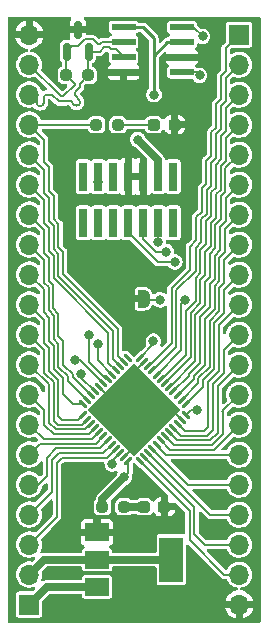
<source format=gbr>
%TF.GenerationSoftware,KiCad,Pcbnew,(6.0.1)*%
%TF.CreationDate,2022-02-14T12:01:51-05:00*%
%TF.ProjectId,demo,64656d6f-2e6b-4696-9361-645f70636258,rev?*%
%TF.SameCoordinates,Original*%
%TF.FileFunction,Copper,L1,Top*%
%TF.FilePolarity,Positive*%
%FSLAX46Y46*%
G04 Gerber Fmt 4.6, Leading zero omitted, Abs format (unit mm)*
G04 Created by KiCad (PCBNEW (6.0.1)) date 2022-02-14 12:01:51*
%MOMM*%
%LPD*%
G01*
G04 APERTURE LIST*
G04 Aperture macros list*
%AMRoundRect*
0 Rectangle with rounded corners*
0 $1 Rounding radius*
0 $2 $3 $4 $5 $6 $7 $8 $9 X,Y pos of 4 corners*
0 Add a 4 corners polygon primitive as box body*
4,1,4,$2,$3,$4,$5,$6,$7,$8,$9,$2,$3,0*
0 Add four circle primitives for the rounded corners*
1,1,$1+$1,$2,$3*
1,1,$1+$1,$4,$5*
1,1,$1+$1,$6,$7*
1,1,$1+$1,$8,$9*
0 Add four rect primitives between the rounded corners*
20,1,$1+$1,$2,$3,$4,$5,0*
20,1,$1+$1,$4,$5,$6,$7,0*
20,1,$1+$1,$6,$7,$8,$9,0*
20,1,$1+$1,$8,$9,$2,$3,0*%
%AMRotRect*
0 Rectangle, with rotation*
0 The origin of the aperture is its center*
0 $1 length*
0 $2 width*
0 $3 Rotation angle, in degrees counterclockwise*
0 Add horizontal line*
21,1,$1,$2,0,0,$3*%
%AMFreePoly0*
4,1,22,0.500000,-0.750000,0.000000,-0.750000,0.000000,-0.745033,-0.079941,-0.743568,-0.215256,-0.701293,-0.333266,-0.622738,-0.424486,-0.514219,-0.481581,-0.384460,-0.499164,-0.250000,-0.500000,-0.250000,-0.500000,0.250000,-0.499164,0.250000,-0.499963,0.256109,-0.478152,0.396186,-0.417904,0.524511,-0.324060,0.630769,-0.204165,0.706417,-0.067858,0.745374,0.000000,0.744959,0.000000,0.750000,
0.500000,0.750000,0.500000,-0.750000,0.500000,-0.750000,$1*%
%AMFreePoly1*
4,1,20,0.000000,0.744959,0.073905,0.744508,0.209726,0.703889,0.328688,0.626782,0.421226,0.519385,0.479903,0.390333,0.500000,0.250000,0.500000,-0.250000,0.499851,-0.262216,0.476331,-0.402017,0.414519,-0.529596,0.319384,-0.634700,0.198574,-0.708877,0.061801,-0.746166,0.000000,-0.745033,0.000000,-0.750000,-0.500000,-0.750000,-0.500000,0.750000,0.000000,0.750000,0.000000,0.744959,
0.000000,0.744959,$1*%
G04 Aperture macros list end*
%TA.AperFunction,SMDPad,CuDef*%
%ADD10RoundRect,0.237500X0.287500X0.237500X-0.287500X0.237500X-0.287500X-0.237500X0.287500X-0.237500X0*%
%TD*%
%TA.AperFunction,SMDPad,CuDef*%
%ADD11RoundRect,0.237500X0.250000X0.237500X-0.250000X0.237500X-0.250000X-0.237500X0.250000X-0.237500X0*%
%TD*%
%TA.AperFunction,SMDPad,CuDef*%
%ADD12RoundRect,0.041300X0.943700X0.253700X-0.943700X0.253700X-0.943700X-0.253700X0.943700X-0.253700X0*%
%TD*%
%TA.AperFunction,SMDPad,CuDef*%
%ADD13FreePoly0,0.000000*%
%TD*%
%TA.AperFunction,SMDPad,CuDef*%
%ADD14FreePoly1,0.000000*%
%TD*%
%TA.AperFunction,SMDPad,CuDef*%
%ADD15RoundRect,0.062500X-0.309359X0.220971X0.220971X-0.309359X0.309359X-0.220971X-0.220971X0.309359X0*%
%TD*%
%TA.AperFunction,SMDPad,CuDef*%
%ADD16RoundRect,0.062500X-0.309359X-0.220971X-0.220971X-0.309359X0.309359X0.220971X0.220971X0.309359X0*%
%TD*%
%TA.AperFunction,SMDPad,CuDef*%
%ADD17RotRect,5.600000X5.600000X315.000000*%
%TD*%
%TA.AperFunction,SMDPad,CuDef*%
%ADD18R,2.000000X1.500000*%
%TD*%
%TA.AperFunction,SMDPad,CuDef*%
%ADD19R,2.000000X3.800000*%
%TD*%
%TA.AperFunction,SMDPad,CuDef*%
%ADD20R,0.740000X2.400000*%
%TD*%
%TA.AperFunction,SMDPad,CuDef*%
%ADD21RoundRect,0.150000X0.150000X-0.587500X0.150000X0.587500X-0.150000X0.587500X-0.150000X-0.587500X0*%
%TD*%
%TA.AperFunction,ComponentPad*%
%ADD22R,1.700000X1.700000*%
%TD*%
%TA.AperFunction,ComponentPad*%
%ADD23O,1.700000X1.700000*%
%TD*%
%TA.AperFunction,ViaPad*%
%ADD24C,0.800000*%
%TD*%
%TA.AperFunction,Conductor*%
%ADD25C,0.635000*%
%TD*%
%TA.AperFunction,Conductor*%
%ADD26C,0.203200*%
%TD*%
%TA.AperFunction,Conductor*%
%ADD27C,0.254000*%
%TD*%
%TA.AperFunction,Conductor*%
%ADD28C,0.200000*%
%TD*%
G04 APERTURE END LIST*
%TO.C,JP1*%
G36*
X154072400Y-82342000D02*
G01*
X153572400Y-82342000D01*
X153572400Y-81742000D01*
X154072400Y-81742000D01*
X154072400Y-82342000D01*
G37*
%TD*%
D10*
%TO.P,D2,1,K*%
%TO.N,GND*%
X156232800Y-99669600D03*
%TO.P,D2,2,A*%
%TO.N,Net-(D2-Pad2)*%
X154482800Y-99669600D03*
%TD*%
D11*
%TO.P,R1,1*%
%TO.N,Net-(D2-Pad2)*%
X152804500Y-99669600D03*
%TO.P,R1,2*%
%TO.N,+3V3*%
X150979500Y-99669600D03*
%TD*%
%TO.P,R2,1*%
%TO.N,Net-(D1-Pad2)*%
X152296500Y-67310000D03*
%TO.P,R2,2*%
%TO.N,C13*%
X150471500Y-67310000D03*
%TD*%
D12*
%TO.P,U4,1,TXD*%
%TO.N,A12*%
X157722000Y-62865000D03*
%TO.P,U4,2,GND*%
%TO.N,GND*%
X157722000Y-61595000D03*
%TO.P,U4,3,VDD*%
%TO.N,+3V3*%
X157722000Y-60325000D03*
%TO.P,U4,4,RXD*%
%TO.N,A11*%
X157722000Y-59055000D03*
%TO.P,U4,5,VL*%
%TO.N,+3V3*%
X152772000Y-59055000D03*
%TO.P,U4,6,CANL*%
%TO.N,/CAN_N*%
X152772000Y-60325000D03*
%TO.P,U4,7,CANH*%
%TO.N,/CAN_P*%
X152772000Y-61595000D03*
%TO.P,U4,8,STBY*%
%TO.N,GND*%
X152772000Y-62865000D03*
%TD*%
D13*
%TO.P,JP1,1,A*%
%TO.N,GND*%
X153172400Y-82042000D03*
D14*
%TO.P,JP1,2,B*%
%TO.N,Net-(U1-Pad44)*%
X154472400Y-82042000D03*
%TD*%
D15*
%TO.P,U1,1,VBAT*%
%TO.N,unconnected-(U1-Pad1)*%
X153183864Y-87064777D03*
%TO.P,U1,2,PC13*%
%TO.N,C13*%
X152830311Y-87418330D03*
%TO.P,U1,3,PC14*%
%TO.N,C14*%
X152476757Y-87771884D03*
%TO.P,U1,4,PC15*%
%TO.N,C15*%
X152123204Y-88125437D03*
%TO.P,U1,5,PH0*%
%TO.N,Net-(U1-Pad5)*%
X151769651Y-88478990D03*
%TO.P,U1,6,PH1*%
%TO.N,Net-(U1-Pad6)*%
X151416097Y-88832544D03*
%TO.P,U1,7,NRST*%
%TO.N,Net-(C5-Pad1)*%
X151062544Y-89186097D03*
%TO.P,U1,8,VSSA*%
%TO.N,GND*%
X150708990Y-89539651D03*
%TO.P,U1,9,VDDA*%
%TO.N,+3V3*%
X150355437Y-89893204D03*
%TO.P,U1,10,PA0*%
%TO.N,A0*%
X150001884Y-90246757D03*
%TO.P,U1,11,PA1*%
%TO.N,A1*%
X149648330Y-90600311D03*
%TO.P,U1,12,PA2*%
%TO.N,A2*%
X149294777Y-90953864D03*
D16*
%TO.P,U1,13,PA3*%
%TO.N,A3*%
X149294777Y-91926136D03*
%TO.P,U1,14,PA4*%
%TO.N,A4*%
X149648330Y-92279689D03*
%TO.P,U1,15,PA5*%
%TO.N,A5*%
X150001884Y-92633243D03*
%TO.P,U1,16,PA6*%
%TO.N,A6*%
X150355437Y-92986796D03*
%TO.P,U1,17,PA7*%
%TO.N,A7*%
X150708990Y-93340349D03*
%TO.P,U1,18,PB0*%
%TO.N,B0*%
X151062544Y-93693903D03*
%TO.P,U1,19,PB1*%
%TO.N,B1*%
X151416097Y-94047456D03*
%TO.P,U1,20,PB2*%
%TO.N,B2*%
X151769651Y-94401010D03*
%TO.P,U1,21,PB10*%
%TO.N,B10*%
X152123204Y-94754563D03*
%TO.P,U1,22,VCAP_1*%
%TO.N,Net-(C4-Pad1)*%
X152476757Y-95108116D03*
%TO.P,U1,23,VSS*%
%TO.N,GND*%
X152830311Y-95461670D03*
%TO.P,U1,24,VDD*%
%TO.N,+3V3*%
X153183864Y-95815223D03*
D15*
%TO.P,U1,25,PB12*%
%TO.N,B11*%
X154156136Y-95815223D03*
%TO.P,U1,26,PB13*%
%TO.N,B13*%
X154509689Y-95461670D03*
%TO.P,U1,27,PB14*%
%TO.N,B14*%
X154863243Y-95108116D03*
%TO.P,U1,28,PB15*%
%TO.N,B15*%
X155216796Y-94754563D03*
%TO.P,U1,29,PA8*%
%TO.N,A8*%
X155570349Y-94401010D03*
%TO.P,U1,30,PA9*%
%TO.N,A9*%
X155923903Y-94047456D03*
%TO.P,U1,31,PA10*%
%TO.N,A10*%
X156277456Y-93693903D03*
%TO.P,U1,32,PA11*%
%TO.N,A11*%
X156631010Y-93340349D03*
%TO.P,U1,33,PA12*%
%TO.N,A12*%
X156984563Y-92986796D03*
%TO.P,U1,34,PA13*%
%TO.N,A13_SWDIO*%
X157338116Y-92633243D03*
%TO.P,U1,35,VSS*%
%TO.N,GND*%
X157691670Y-92279689D03*
%TO.P,U1,36,VDD*%
%TO.N,+3V3*%
X158045223Y-91926136D03*
D16*
%TO.P,U1,37,PA14*%
%TO.N,A14_SWCLK*%
X158045223Y-90953864D03*
%TO.P,U1,38,PA15*%
%TO.N,A15*%
X157691670Y-90600311D03*
%TO.P,U1,39,PB3*%
%TO.N,B3_TRACESWO*%
X157338116Y-90246757D03*
%TO.P,U1,40,PB4*%
%TO.N,B4*%
X156984563Y-89893204D03*
%TO.P,U1,41,PB5*%
%TO.N,B5*%
X156631010Y-89539651D03*
%TO.P,U1,42,PB6*%
%TO.N,B6*%
X156277456Y-89186097D03*
%TO.P,U1,43,PB7*%
%TO.N,B7*%
X155923903Y-88832544D03*
%TO.P,U1,44,BOOT0*%
%TO.N,Net-(U1-Pad44)*%
X155570349Y-88478990D03*
%TO.P,U1,45,PB8*%
%TO.N,B8*%
X155216796Y-88125437D03*
%TO.P,U1,46,PB9*%
%TO.N,B9*%
X154863243Y-87771884D03*
%TO.P,U1,47,VSS*%
%TO.N,GND*%
X154509689Y-87418330D03*
%TO.P,U1,48,VDD*%
%TO.N,+3V3*%
X154156136Y-87064777D03*
D17*
%TO.P,U1,49,VSS*%
%TO.N,GND*%
X153670000Y-91440000D03*
%TD*%
D11*
%TO.P,R6,1*%
%TO.N,/CAN_P*%
X149756500Y-63144400D03*
%TO.P,R6,2*%
%TO.N,/CAN_N*%
X147931500Y-63144400D03*
%TD*%
D18*
%TO.P,U2,1,GND*%
%TO.N,GND*%
X150520000Y-101840000D03*
%TO.P,U2,2,VO*%
%TO.N,+3V3*%
X150520000Y-104140000D03*
D19*
X156820000Y-104140000D03*
D18*
%TO.P,U2,3,VI*%
%TO.N,VDD*%
X150520000Y-106440000D03*
%TD*%
D20*
%TO.P,J6,1,Pin_1*%
%TO.N,unconnected-(J6-Pad1)*%
X156972000Y-71710000D03*
%TO.P,J6,2,Pin_2*%
%TO.N,unconnected-(J6-Pad2)*%
X156972000Y-75610000D03*
%TO.P,J6,3,Pin_3*%
%TO.N,+3V3*%
X155702000Y-71710000D03*
%TO.P,J6,4,Pin_4*%
%TO.N,A13_SWDIO*%
X155702000Y-75610000D03*
%TO.P,J6,5,Pin_5*%
%TO.N,GND*%
X154432000Y-71710000D03*
%TO.P,J6,6,Pin_6*%
%TO.N,A14_SWCLK*%
X154432000Y-75610000D03*
%TO.P,J6,7,Pin_7*%
%TO.N,GND*%
X153162000Y-71710000D03*
%TO.P,J6,8,Pin_8*%
%TO.N,B3_TRACESWO*%
X153162000Y-75610000D03*
%TO.P,J6,9,Pin_9*%
%TO.N,unconnected-(J6-Pad9)*%
X151892000Y-71710000D03*
%TO.P,J6,10,Pin_10*%
%TO.N,unconnected-(J6-Pad10)*%
X151892000Y-75610000D03*
%TO.P,J6,11,Pin_11*%
%TO.N,Net-(J6-Pad11)*%
X150622000Y-71710000D03*
%TO.P,J6,12,Pin_12*%
%TO.N,unconnected-(J6-Pad12)*%
X150622000Y-75610000D03*
%TO.P,J6,13,Pin_13*%
%TO.N,unconnected-(J6-Pad13)*%
X149352000Y-71710000D03*
%TO.P,J6,14,Pin_14*%
%TO.N,unconnected-(J6-Pad14)*%
X149352000Y-75610000D03*
%TD*%
D21*
%TO.P,D9,1,K*%
%TO.N,/CAN_N*%
X147944800Y-61135500D03*
%TO.P,D9,2,K*%
%TO.N,/CAN_P*%
X149844800Y-61135500D03*
%TO.P,D9,3,A*%
%TO.N,GND*%
X148894800Y-59260500D03*
%TD*%
D10*
%TO.P,D1,1,K*%
%TO.N,GND*%
X157085000Y-67310000D03*
%TO.P,D1,2,A*%
%TO.N,Net-(D1-Pad2)*%
X155335000Y-67310000D03*
%TD*%
D22*
%TO.P,J2,1,Pin_1*%
%TO.N,B9*%
X162560000Y-59690000D03*
D23*
%TO.P,J2,2,Pin_2*%
%TO.N,B8*%
X162560000Y-62230000D03*
%TO.P,J2,3,Pin_3*%
%TO.N,B7*%
X162560000Y-64770000D03*
%TO.P,J2,4,Pin_4*%
%TO.N,B6*%
X162560000Y-67310000D03*
%TO.P,J2,5,Pin_5*%
%TO.N,B5*%
X162560000Y-69850000D03*
%TO.P,J2,6,Pin_6*%
%TO.N,B4*%
X162560000Y-72390000D03*
%TO.P,J2,7,Pin_7*%
%TO.N,B3_TRACESWO*%
X162560000Y-74930000D03*
%TO.P,J2,8,Pin_8*%
%TO.N,A15*%
X162560000Y-77470000D03*
%TO.P,J2,9,Pin_9*%
%TO.N,A14_SWCLK*%
X162560000Y-80010000D03*
%TO.P,J2,10,Pin_10*%
%TO.N,A13_SWDIO*%
X162560000Y-82550000D03*
%TO.P,J2,11,Pin_11*%
%TO.N,A12*%
X162560000Y-85090000D03*
%TO.P,J2,12,Pin_12*%
%TO.N,A11*%
X162560000Y-87630000D03*
%TO.P,J2,13,Pin_13*%
%TO.N,A10*%
X162560000Y-90170000D03*
%TO.P,J2,14,Pin_14*%
%TO.N,A9*%
X162560000Y-92710000D03*
%TO.P,J2,15,Pin_15*%
%TO.N,A8*%
X162560000Y-95250000D03*
%TO.P,J2,16,Pin_16*%
%TO.N,B15*%
X162560000Y-97790000D03*
%TO.P,J2,17,Pin_17*%
%TO.N,B14*%
X162560000Y-100330000D03*
%TO.P,J2,18,Pin_18*%
%TO.N,B13*%
X162560000Y-102870000D03*
%TO.P,J2,19,Pin_19*%
%TO.N,B11*%
X162560000Y-105410000D03*
%TO.P,J2,20,Pin_20*%
%TO.N,GND*%
X162560000Y-107950000D03*
%TD*%
D22*
%TO.P,J3,1,Pin_1*%
%TO.N,VDD*%
X144780000Y-107945000D03*
D23*
%TO.P,J3,2,Pin_2*%
%TO.N,+3V3*%
X144780000Y-105405000D03*
%TO.P,J3,3,Pin_3*%
%TO.N,B10*%
X144780000Y-102865000D03*
%TO.P,J3,4,Pin_4*%
%TO.N,B2*%
X144780000Y-100325000D03*
%TO.P,J3,5,Pin_5*%
%TO.N,B1*%
X144780000Y-97785000D03*
%TO.P,J3,6,Pin_6*%
%TO.N,B0*%
X144780000Y-95245000D03*
%TO.P,J3,7,Pin_7*%
%TO.N,A7*%
X144780000Y-92705000D03*
%TO.P,J3,8,Pin_8*%
%TO.N,A6*%
X144780000Y-90165000D03*
%TO.P,J3,9,Pin_9*%
%TO.N,A5*%
X144780000Y-87625000D03*
%TO.P,J3,10,Pin_10*%
%TO.N,A4*%
X144780000Y-85085000D03*
%TO.P,J3,11,Pin_11*%
%TO.N,A3*%
X144780000Y-82545000D03*
%TO.P,J3,12,Pin_12*%
%TO.N,A2*%
X144780000Y-80005000D03*
%TO.P,J3,13,Pin_13*%
%TO.N,A1*%
X144780000Y-77465000D03*
%TO.P,J3,14,Pin_14*%
%TO.N,A0*%
X144780000Y-74925000D03*
%TO.P,J3,15,Pin_15*%
%TO.N,C15*%
X144780000Y-72385000D03*
%TO.P,J3,16,Pin_16*%
%TO.N,C14*%
X144780000Y-69845000D03*
%TO.P,J3,17,Pin_17*%
%TO.N,C13*%
X144780000Y-67305000D03*
%TO.P,J3,18,Pin_18*%
%TO.N,/CAN_P*%
X144780000Y-64765000D03*
%TO.P,J3,19,Pin_19*%
%TO.N,/CAN_N*%
X144780000Y-62225000D03*
%TO.P,J3,20,Pin_20*%
%TO.N,GND*%
X144780000Y-59685000D03*
%TD*%
D24*
%TO.N,GND*%
X153670000Y-88519000D03*
X153720800Y-91440000D03*
X153263600Y-101447600D03*
X148031200Y-100888800D03*
X147269200Y-68834000D03*
X154330400Y-101447600D03*
X153670000Y-94361000D03*
X159207200Y-68681600D03*
X156591000Y-91440000D03*
X150876000Y-91440000D03*
X155397200Y-101447600D03*
X148234400Y-68834000D03*
X150164800Y-68834000D03*
X159207200Y-67716400D03*
X148031200Y-101904800D03*
X159207200Y-66802000D03*
X148031200Y-98907600D03*
X149199600Y-68834000D03*
X148031200Y-99872800D03*
%TO.N,+3V3*%
X152808600Y-97180400D03*
X156820000Y-104140000D03*
X158953200Y-91490800D03*
X153974800Y-68580000D03*
X155346400Y-64770000D03*
X150520000Y-104140000D03*
X155295600Y-85648800D03*
X149203826Y-88457193D03*
%TO.N,Net-(C4-Pad1)*%
X151815345Y-96052309D03*
%TO.N,Net-(C5-Pad1)*%
X148691600Y-87223600D03*
%TO.N,B3_TRACESWO*%
X157104200Y-78943200D03*
%TO.N,A11*%
X159461200Y-59842400D03*
%TO.N,A12*%
X159207200Y-63144400D03*
%TO.N,A13_SWDIO*%
X155702000Y-77266800D03*
%TO.N,A14_SWCLK*%
X156403100Y-78072721D03*
%TO.N,Net-(J6-Pad11)*%
X150622000Y-72186800D03*
%TO.N,Net-(U1-Pad44)*%
X155854400Y-82143600D03*
X157937200Y-82143600D03*
%TO.N,Net-(U1-Pad5)*%
X150571200Y-85902800D03*
%TO.N,Net-(U1-Pad6)*%
X149860000Y-85090000D03*
%TD*%
D25*
%TO.N,VDD*%
X150520000Y-106440000D02*
X146285000Y-106440000D01*
X146285000Y-106440000D02*
X144780000Y-107945000D01*
D26*
%TO.N,GND*%
X154509689Y-87418330D02*
X153670000Y-88258019D01*
X153670000Y-88258019D02*
X153670000Y-91440000D01*
X156851981Y-91440000D02*
X153720800Y-91440000D01*
X152609339Y-91440000D02*
X153670000Y-91440000D01*
X152830311Y-95461670D02*
X153670000Y-94621981D01*
X150708990Y-89539651D02*
X152609339Y-91440000D01*
X153720800Y-91440000D02*
X153670000Y-91440000D01*
X157691670Y-92279689D02*
X156851981Y-91440000D01*
X153670000Y-94621981D02*
X153670000Y-91440000D01*
D25*
%TO.N,+3V3*%
X146045000Y-104140000D02*
X150520000Y-104140000D01*
D26*
X153183864Y-96805136D02*
X152808600Y-97180400D01*
D27*
X154406600Y-59055000D02*
X152772000Y-59055000D01*
D25*
X153974800Y-68580000D02*
X155702000Y-70307200D01*
D26*
X149203826Y-88457193D02*
X149203826Y-88741593D01*
X155295600Y-85925313D02*
X154156136Y-87064777D01*
X149203826Y-88741593D02*
X150355437Y-89893204D01*
D25*
X150979500Y-99009500D02*
X152808600Y-97180400D01*
D27*
X155346400Y-61468000D02*
X155346400Y-59994800D01*
X156489400Y-60325000D02*
X155346400Y-61468000D01*
D26*
X155295600Y-85648800D02*
X155295600Y-85925313D01*
D27*
X157722000Y-60325000D02*
X156489400Y-60325000D01*
D25*
X150979500Y-99669600D02*
X150979500Y-99009500D01*
X144780000Y-105405000D02*
X146045000Y-104140000D01*
D26*
X153183864Y-95815223D02*
X153183864Y-96805136D01*
D27*
X155346400Y-59994800D02*
X154406600Y-59055000D01*
D26*
X158480559Y-91490800D02*
X158045223Y-91926136D01*
D27*
X155346400Y-61468000D02*
X155346400Y-64770000D01*
D25*
X156820000Y-104140000D02*
X150520000Y-104140000D01*
X155702000Y-70307200D02*
X155702000Y-71710000D01*
D26*
X158953200Y-91490800D02*
X158480559Y-91490800D01*
%TO.N,Net-(C4-Pad1)*%
X152476757Y-95122443D02*
X151815345Y-95783855D01*
X151815345Y-95783855D02*
X151815345Y-96052309D01*
X152476757Y-95108116D02*
X152476757Y-95122443D01*
%TO.N,Net-(C5-Pad1)*%
X148691600Y-87223600D02*
X149100047Y-87223600D01*
X149100047Y-87223600D02*
X151062544Y-89186097D01*
%TO.N,Net-(D1-Pad2)*%
X155335000Y-67310000D02*
X152296500Y-67310000D01*
D25*
%TO.N,Net-(D2-Pad2)*%
X154482800Y-99669600D02*
X152804500Y-99669600D01*
D28*
%TO.N,/CAN_N*%
X148394800Y-60685500D02*
X148921583Y-60685500D01*
X150938800Y-60325000D02*
X152772000Y-60325000D01*
X148921583Y-60685500D02*
X149508603Y-60098480D01*
X150578300Y-60495783D02*
X150768017Y-60495783D01*
X147944800Y-61135500D02*
X148394800Y-60685500D01*
X150180997Y-60098480D02*
X150578300Y-60495783D01*
X148618999Y-63831899D02*
X147931500Y-63144400D01*
X147455600Y-64900600D02*
X147684000Y-64900600D01*
X150768017Y-60495783D02*
X150938800Y-60325000D01*
X147931500Y-63144400D02*
X147931500Y-61148800D01*
X147684000Y-64900600D02*
X148618999Y-63965601D01*
X144780000Y-62225000D02*
X147455600Y-64900600D01*
X149508603Y-60098480D02*
X150180997Y-60098480D01*
X148618999Y-63965601D02*
X148618999Y-63831899D01*
X147931500Y-61148800D02*
X147944800Y-61135500D01*
%TO.N,/CAN_P*%
X145059000Y-64765000D02*
X144780000Y-64765000D01*
X149756500Y-63144400D02*
X149756500Y-61223800D01*
X149069001Y-64151999D02*
X148718928Y-64502071D01*
X150764700Y-61135500D02*
X151125199Y-60775001D01*
X151125199Y-60775001D02*
X151542609Y-60775001D01*
X145109000Y-64765000D02*
X145059000Y-64765000D01*
X147269203Y-65350600D02*
X146683603Y-64765000D01*
X148718928Y-64502071D02*
X148718927Y-64502070D01*
X146683603Y-64765000D02*
X146309000Y-64765000D01*
X147870400Y-65350600D02*
X147269203Y-65350600D01*
X149756500Y-63144400D02*
X149069001Y-63831899D01*
X151542609Y-60775001D02*
X151687128Y-60919520D01*
X145409000Y-65465000D02*
X145409000Y-65065000D01*
X149069001Y-63831899D02*
X149069001Y-64151999D01*
X151687128Y-60919520D02*
X152096520Y-60919520D01*
X148718927Y-64926334D02*
X149001770Y-65209177D01*
X146009000Y-65065000D02*
X146009000Y-65465000D01*
X149844800Y-61135500D02*
X150764700Y-61135500D01*
X149756500Y-61223800D02*
X149844800Y-61135500D01*
X148577506Y-65633442D02*
X148294664Y-65350600D01*
X152096520Y-60919520D02*
X152772000Y-61595000D01*
X149001770Y-65209177D02*
X149001770Y-65209176D01*
X148577507Y-65633441D02*
G75*
G03*
X149001769Y-65633441I212131J212131D01*
G01*
X148718928Y-64926333D02*
G75*
G02*
X148718928Y-64502071I212131J212131D01*
G01*
X145109000Y-64765000D02*
G75*
G02*
X145409000Y-65065000I0J-300000D01*
G01*
X145709000Y-65765000D02*
G75*
G03*
X146009000Y-65465000I0J300000D01*
G01*
X146009000Y-65065000D02*
G75*
G02*
X146309000Y-64765000I300000J0D01*
G01*
X149001770Y-65633442D02*
G75*
G03*
X149001770Y-65209176I-212134J212133D01*
G01*
X147870401Y-65350601D02*
G75*
G02*
X148294663Y-65350601I212131J-212131D01*
G01*
X145409000Y-65465000D02*
G75*
G03*
X145709000Y-65765000I300000J0D01*
G01*
D26*
%TO.N,C13*%
X146452720Y-72918656D02*
X146855440Y-73321376D01*
X150471500Y-67310000D02*
X150466500Y-67305000D01*
X144780000Y-67305000D02*
X146050000Y-68575000D01*
X146050000Y-68575000D02*
X146050000Y-70485000D01*
X146452720Y-70887720D02*
X146452720Y-72918656D01*
X152273000Y-86868000D02*
X152823330Y-87418330D01*
X147258160Y-77665032D02*
X147660880Y-78067752D01*
X150466500Y-67305000D02*
X144780000Y-67305000D01*
X146855440Y-75291844D02*
X147258160Y-75694564D01*
X147258160Y-75694564D02*
X147258160Y-77665032D01*
X146050000Y-70485000D02*
X146452720Y-70887720D01*
X146855440Y-73321376D02*
X146855440Y-75291844D01*
X152823330Y-87418330D02*
X152830311Y-87418330D01*
X147660880Y-78067752D02*
X147660880Y-79973816D01*
X152273000Y-86868000D02*
X152273000Y-84585936D01*
X152273000Y-84585936D02*
X147660880Y-79973816D01*
%TO.N,C14*%
X146050000Y-73085468D02*
X146452720Y-73488188D01*
X146050000Y-71115000D02*
X146050000Y-73085468D01*
X151870280Y-87165407D02*
X151870280Y-84752748D01*
X151870280Y-87165407D02*
X152476757Y-87771884D01*
X146855440Y-77831844D02*
X147258160Y-78234564D01*
X144780000Y-69845000D02*
X146050000Y-71115000D01*
X147258160Y-78234564D02*
X147258160Y-80140628D01*
X146452720Y-75458656D02*
X146855440Y-75861376D01*
X151870280Y-84752748D02*
X147258160Y-80140628D01*
X146452720Y-73488188D02*
X146452720Y-75458656D01*
X146855440Y-75861376D02*
X146855440Y-77831844D01*
%TO.N,C15*%
X146855440Y-78401376D02*
X146855440Y-80307440D01*
X151467560Y-87469793D02*
X151467560Y-84919560D01*
X144780000Y-72385000D02*
X146050000Y-73655000D01*
X146050000Y-75625468D02*
X146452720Y-76028188D01*
X151467560Y-87469793D02*
X152123204Y-88125437D01*
X146452720Y-76028188D02*
X146452720Y-77998656D01*
X146452720Y-77998656D02*
X146855440Y-78401376D01*
X146050000Y-73655000D02*
X146050000Y-75625468D01*
X151467560Y-84919560D02*
X146855440Y-80307440D01*
%TO.N,B0*%
X150435567Y-94320880D02*
X145704120Y-94320880D01*
X151062544Y-93693903D02*
X150435567Y-94320880D01*
X145704120Y-94320880D02*
X144780000Y-95245000D01*
%TO.N,B1*%
X145547000Y-97785000D02*
X144780000Y-97785000D01*
X150739953Y-94723600D02*
X147084400Y-94723600D01*
X151416097Y-94047456D02*
X150739953Y-94723600D01*
X147084400Y-94723600D02*
X146304000Y-95504000D01*
X146304000Y-97028000D02*
X145547000Y-97785000D01*
X146304000Y-95504000D02*
X146304000Y-97028000D01*
%TO.N,B2*%
X151044341Y-95126320D02*
X147316680Y-95126320D01*
X146706720Y-98398280D02*
X144780000Y-100325000D01*
X147316680Y-95126320D02*
X146706720Y-95736280D01*
X146706720Y-95736280D02*
X146706720Y-98398280D01*
X151769651Y-94401010D02*
X151044341Y-95126320D01*
%TO.N,B3_TRACESWO*%
X159648354Y-83753050D02*
X159648354Y-87693986D01*
X160887280Y-78573188D02*
X160887280Y-80543656D01*
X155665200Y-78943200D02*
X157104200Y-78943200D01*
X160484560Y-82916844D02*
X159648354Y-83753050D01*
X153162000Y-75610000D02*
X153162000Y-76440000D01*
X158706560Y-88635780D02*
X158706560Y-88892640D01*
X159648354Y-87693986D02*
X158706560Y-88635780D01*
X157352443Y-90246757D02*
X157338116Y-90246757D01*
X160887280Y-80543656D02*
X160484560Y-80946376D01*
X153162000Y-76440000D02*
X155665200Y-78943200D01*
X160484560Y-80946376D02*
X160484560Y-82916844D01*
X158706560Y-88892640D02*
X157352443Y-90246757D01*
X161340800Y-76149200D02*
X161340800Y-78119668D01*
X162560000Y-74930000D02*
X161340800Y-76149200D01*
X161340800Y-78119668D02*
X160887280Y-78573188D01*
%TO.N,B4*%
X162560000Y-72390000D02*
X161408889Y-73541111D01*
X160938080Y-77952856D02*
X160484560Y-78406376D01*
X160484560Y-78406376D02*
X160484560Y-80376844D01*
X158303840Y-88468968D02*
X158303840Y-88573927D01*
X160081840Y-80779564D02*
X160081840Y-82750032D01*
X161411634Y-75508834D02*
X160938080Y-75982388D01*
X159245634Y-87527174D02*
X158303840Y-88468968D01*
X160938080Y-75982388D02*
X160938080Y-77952856D01*
X161408889Y-73541111D02*
X161408889Y-75506089D01*
X159245634Y-83586238D02*
X159245634Y-87527174D01*
X158303840Y-88573927D02*
X156984563Y-89893204D01*
X160484560Y-80376844D02*
X160081840Y-80779564D01*
X160081840Y-82750032D02*
X159245634Y-83586238D01*
X161408889Y-75506089D02*
X161411634Y-75508834D01*
%TO.N,B5*%
X161006169Y-75344767D02*
X160535360Y-75815576D01*
X159679120Y-80612752D02*
X159679120Y-82583220D01*
X159679120Y-82583220D02*
X158842914Y-83419426D01*
X160081840Y-78239564D02*
X160081840Y-80210032D01*
X160535360Y-77786044D02*
X160081840Y-78239564D01*
X161391600Y-72988868D02*
X161006169Y-73374299D01*
X161391600Y-71029132D02*
X161391600Y-72988868D01*
X158842914Y-87360362D02*
X156663625Y-89539651D01*
X158842914Y-83419426D02*
X158842914Y-87360362D01*
X160081840Y-80210032D02*
X159679120Y-80612752D01*
X160535360Y-75815576D02*
X160535360Y-77786044D01*
X156663625Y-89539651D02*
X156631010Y-89539651D01*
X161006169Y-73374299D02*
X161006169Y-75344767D01*
X161386234Y-71023766D02*
X161391600Y-71029132D01*
X162560000Y-69850000D02*
X161386234Y-71023766D01*
%TO.N,B6*%
X158440194Y-87025406D02*
X156279503Y-89186097D01*
X158440194Y-83252614D02*
X158440194Y-87025406D01*
X161408889Y-70431579D02*
X160983514Y-70856954D01*
X160988880Y-72822056D02*
X160603449Y-73207487D01*
X160983514Y-72816690D02*
X160988880Y-72822056D01*
X160132640Y-75648764D02*
X160132640Y-77619232D01*
X160603449Y-75177955D02*
X160132640Y-75648764D01*
X159679120Y-80043220D02*
X159276400Y-80445940D01*
X156279503Y-89186097D02*
X156277456Y-89186097D01*
X159276400Y-82416408D02*
X158440194Y-83252614D01*
X160983514Y-70856954D02*
X160983514Y-72816690D01*
X159679120Y-78072752D02*
X159679120Y-80043220D01*
X159276400Y-80445940D02*
X159276400Y-82416408D01*
X160603449Y-73207487D02*
X160603449Y-75177955D01*
X162560000Y-67310000D02*
X161408889Y-68461111D01*
X161408889Y-68461111D02*
X161408889Y-70431579D01*
X160132640Y-77619232D02*
X159679120Y-78072752D01*
%TO.N,B7*%
X155923903Y-88832544D02*
X156023456Y-88832544D01*
X156023456Y-88832544D02*
X158037474Y-86818526D01*
X158037474Y-86818526D02*
X158037474Y-83085802D01*
X162560000Y-64770000D02*
X161408889Y-65921111D01*
X161006169Y-70264767D02*
X161006169Y-68294299D01*
X160200729Y-73040675D02*
X160580794Y-72660610D01*
X160580794Y-72660610D02*
X160580794Y-70690142D01*
X160200729Y-75011143D02*
X160200729Y-73040675D01*
X158873680Y-80279128D02*
X159276400Y-79876408D01*
X159276400Y-79876408D02*
X159276400Y-77905940D01*
X161408889Y-65921111D02*
X161408889Y-67891579D01*
X159276400Y-77905940D02*
X159729920Y-77452420D01*
X158037474Y-83085802D02*
X158873680Y-82249596D01*
X159729920Y-75481952D02*
X160200729Y-75011143D01*
X158873680Y-82249596D02*
X158873680Y-80279128D01*
X159729920Y-77452420D02*
X159729920Y-75481952D01*
X160580794Y-70690142D02*
X161006169Y-70264767D01*
X161006169Y-68294299D02*
X161408889Y-67891579D01*
%TO.N,B8*%
X160178074Y-70523330D02*
X160603449Y-70097955D01*
X158873680Y-77739128D02*
X159327200Y-77285608D01*
X159327200Y-77285608D02*
X159327200Y-75315140D01*
X160178074Y-72493798D02*
X160178074Y-70523330D01*
X155257363Y-88125437D02*
X157232034Y-86150766D01*
X161006169Y-65754299D02*
X161408889Y-65351579D01*
X155216796Y-88125437D02*
X155257363Y-88125437D01*
X159798009Y-72873863D02*
X160178074Y-72493798D01*
X161408889Y-63381111D02*
X161408889Y-65351579D01*
X159798009Y-74844331D02*
X159798009Y-72873863D01*
X158873680Y-79709596D02*
X158873680Y-77739128D01*
X161006169Y-67724767D02*
X161006169Y-65754299D01*
X159327200Y-75315140D02*
X159798009Y-74844331D01*
X160603449Y-68127487D02*
X161006169Y-67724767D01*
X157232034Y-86150766D02*
X157232034Y-81351242D01*
X162560000Y-62230000D02*
X161408889Y-63381111D01*
X160603449Y-70097955D02*
X160603449Y-68127487D01*
X157232034Y-81351242D02*
X158873680Y-79709596D01*
%TO.N,B9*%
X154863243Y-87771884D02*
X154899716Y-87771884D01*
X159395289Y-72707051D02*
X159775354Y-72326986D01*
X161408889Y-60841111D02*
X161408889Y-62806089D01*
X156829314Y-85842286D02*
X156829314Y-81635600D01*
X160603449Y-67557955D02*
X160603449Y-65579120D01*
X161408889Y-62806089D02*
X161411634Y-62808834D01*
X162560000Y-59690000D02*
X161408889Y-60841111D01*
X160200729Y-67960675D02*
X160603449Y-67557955D01*
X159775354Y-70356518D02*
X160200729Y-69931143D01*
X154899716Y-87771884D02*
X156829314Y-85842286D01*
X158924480Y-75148328D02*
X159395289Y-74677519D01*
X158402272Y-79611472D02*
X158402272Y-77641004D01*
X161006169Y-63214299D02*
X161411634Y-62808834D01*
X158924480Y-77118796D02*
X158924480Y-75148328D01*
X156829314Y-81184430D02*
X158402272Y-79611472D01*
X160200729Y-69931143D02*
X160200729Y-67960675D01*
X159775354Y-72326986D02*
X159775354Y-70356518D01*
X160603449Y-65579120D02*
X160611816Y-65579120D01*
X158402272Y-77641004D02*
X158924480Y-77118796D01*
X161006169Y-65184767D02*
X161006169Y-63214299D01*
X159395289Y-74677519D02*
X159395289Y-72707051D01*
X156829314Y-81635600D02*
X156829314Y-81184430D01*
X160611816Y-65579120D02*
X161006169Y-65184767D01*
%TO.N,B10*%
X151348727Y-95529040D02*
X147548960Y-95529040D01*
X147109440Y-95968560D02*
X147109440Y-100535560D01*
X152123204Y-94754563D02*
X151348727Y-95529040D01*
X147548960Y-95529040D02*
X147109440Y-95968560D01*
X147109440Y-100535560D02*
X144780000Y-102865000D01*
%TO.N,B11*%
X154156136Y-95815223D02*
X158369000Y-100028087D01*
X158369000Y-102489000D02*
X161290000Y-105410000D01*
X158369000Y-100028087D02*
X158369000Y-102489000D01*
X161290000Y-105410000D02*
X162560000Y-105410000D01*
%TO.N,B13*%
X154509689Y-95461670D02*
X158771720Y-99723701D01*
X158771720Y-99723701D02*
X158771720Y-101981000D01*
X158771720Y-101981000D02*
X159660720Y-102870000D01*
X159660720Y-102870000D02*
X162560000Y-102870000D01*
%TO.N,B14*%
X154863243Y-95108116D02*
X160085127Y-100330000D01*
X160085127Y-100330000D02*
X162560000Y-100330000D01*
%TO.N,B15*%
X158252233Y-97790000D02*
X162560000Y-97790000D01*
X155216796Y-94754563D02*
X158252233Y-97790000D01*
%TO.N,A0*%
X147258160Y-83314564D02*
X147258160Y-85217000D01*
X148466320Y-88463660D02*
X148466320Y-88711193D01*
X146050000Y-78165468D02*
X146452720Y-78568188D01*
X147258160Y-85217000D02*
X147660880Y-85619720D01*
X146452720Y-80538656D02*
X146825206Y-80911142D01*
X144780000Y-74925000D02*
X146050000Y-76195000D01*
X147660880Y-85619720D02*
X147660880Y-87658220D01*
X146825206Y-80911142D02*
X146825206Y-82881610D01*
X146825206Y-82881610D02*
X147258160Y-83314564D01*
X148466320Y-88711193D02*
X150001884Y-90246757D01*
X146050000Y-76195000D02*
X146050000Y-78165468D01*
X147660880Y-87658220D02*
X148466320Y-88463660D01*
X146452720Y-78568188D02*
X146452720Y-80538656D01*
%TO.N,A1*%
X148063600Y-89008600D02*
X149648330Y-90593330D01*
X146050000Y-78735000D02*
X146050000Y-80705468D01*
X148063600Y-88630472D02*
X148063600Y-89008600D01*
X146422486Y-81077954D02*
X146422486Y-83048422D01*
X146050000Y-80705468D02*
X146422486Y-81077954D01*
X146855440Y-83481376D02*
X146855440Y-85451844D01*
X146422486Y-83048422D02*
X146855440Y-83481376D01*
X146855440Y-85451844D02*
X147258160Y-85854564D01*
X147258160Y-87825032D02*
X148063600Y-88630472D01*
X147258160Y-85854564D02*
X147258160Y-87825032D01*
X149648330Y-90593330D02*
X149648330Y-90600311D01*
X144780000Y-77465000D02*
X146050000Y-78735000D01*
%TO.N,A2*%
X148484864Y-90953864D02*
X147660880Y-90129880D01*
X146452720Y-83648188D02*
X146019766Y-83215234D01*
X146452720Y-85618656D02*
X146452720Y-83648188D01*
X147660880Y-88797284D02*
X146855440Y-87991844D01*
X146019766Y-83215234D02*
X146019766Y-81244766D01*
X146855440Y-86021376D02*
X146452720Y-85618656D01*
X146855440Y-87991844D02*
X146855440Y-86021376D01*
X147660880Y-90129880D02*
X147660880Y-88797284D01*
X146019766Y-81244766D02*
X144780000Y-80005000D01*
X149294777Y-90953864D02*
X148484864Y-90953864D01*
%TO.N,A3*%
X146050000Y-83815000D02*
X144780000Y-82545000D01*
X146452720Y-86188188D02*
X146050000Y-85785468D01*
X146050000Y-85785468D02*
X146050000Y-83815000D01*
X148913633Y-92307280D02*
X147552280Y-92307280D01*
X147258160Y-92013160D02*
X147258160Y-88964096D01*
X149294777Y-91926136D02*
X148913633Y-92307280D01*
X147258160Y-88964096D02*
X146452720Y-88158656D01*
X146452720Y-88158656D02*
X146452720Y-86188188D01*
X147552280Y-92307280D02*
X147258160Y-92013160D01*
%TO.N,A4*%
X149648330Y-92279689D02*
X149218019Y-92710000D01*
X149218019Y-92710000D02*
X147189064Y-92710000D01*
X147189064Y-92710000D02*
X146855440Y-92376376D01*
X146855440Y-89130908D02*
X146050000Y-88325468D01*
X146855440Y-92376376D02*
X146855440Y-89130908D01*
X146050000Y-88325468D02*
X146050000Y-86355000D01*
X146050000Y-86355000D02*
X144780000Y-85085000D01*
%TO.N,A5*%
X146452720Y-92543188D02*
X146452720Y-89297720D01*
X147022252Y-93112720D02*
X146452720Y-92543188D01*
X146452720Y-89297720D02*
X144780000Y-87625000D01*
X149522407Y-93112720D02*
X147022252Y-93112720D01*
X150001884Y-92633243D02*
X149522407Y-93112720D01*
%TO.N,A6*%
X146050000Y-92710000D02*
X146050000Y-91435000D01*
X146855440Y-93515440D02*
X146050000Y-92710000D01*
X146050000Y-91435000D02*
X144780000Y-90165000D01*
X150355437Y-92986796D02*
X149826793Y-93515440D01*
X149826793Y-93515440D02*
X146855440Y-93515440D01*
%TO.N,A7*%
X150708990Y-93340349D02*
X150131179Y-93918160D01*
X145993160Y-93918160D02*
X144780000Y-92705000D01*
X150131179Y-93918160D02*
X145993160Y-93918160D01*
%TO.N,A8*%
X156337000Y-95250000D02*
X162560000Y-95250000D01*
X155570349Y-94483349D02*
X156337000Y-95250000D01*
X155570349Y-94401010D02*
X155570349Y-94483349D01*
%TO.N,A9*%
X160422720Y-94847280D02*
X162560000Y-92710000D01*
X156723727Y-94847280D02*
X160422720Y-94847280D01*
X155923903Y-94047456D02*
X156723727Y-94847280D01*
%TO.N,A10*%
X157028113Y-94444560D02*
X156277456Y-93693903D01*
X160255908Y-94444560D02*
X157028113Y-94444560D01*
X161163000Y-91628532D02*
X161163000Y-93537468D01*
X162560000Y-90170000D02*
X161132234Y-91597766D01*
X161163000Y-93537468D02*
X160255908Y-94444560D01*
X161132234Y-91597766D02*
X161163000Y-91628532D01*
%TO.N,A11*%
X160729514Y-89460486D02*
X160729514Y-93397486D01*
X162560000Y-87630000D02*
X160729514Y-89460486D01*
X160085160Y-94041840D02*
X157332501Y-94041840D01*
X157722000Y-59055000D02*
X158673800Y-59055000D01*
X158673800Y-59055000D02*
X159461200Y-59842400D01*
X160729514Y-93397486D02*
X160085160Y-94041840D01*
X157332501Y-94041840D02*
X156631010Y-93340349D01*
%TO.N,A12*%
X160326794Y-89293674D02*
X160326794Y-93165206D01*
X158927800Y-62865000D02*
X159207200Y-63144400D01*
X157636887Y-93639120D02*
X156984563Y-92986796D01*
X162560000Y-85090000D02*
X161259234Y-86390766D01*
X161259234Y-88361234D02*
X160326794Y-89293674D01*
X157722000Y-62865000D02*
X158927800Y-62865000D01*
X159852880Y-93639120D02*
X157636887Y-93639120D01*
X160326794Y-93165206D02*
X159852880Y-93639120D01*
X161259234Y-86390766D02*
X161259234Y-88361234D01*
%TO.N,A13_SWDIO*%
X157941273Y-93236400D02*
X159620600Y-93236400D01*
X159924074Y-92932926D02*
X159924074Y-89126862D01*
X159924074Y-89126862D02*
X160856514Y-88194422D01*
X159620600Y-93236400D02*
X159924074Y-92932926D01*
X160856514Y-84253486D02*
X162560000Y-82550000D01*
X157338116Y-92633243D02*
X157941273Y-93236400D01*
X160856514Y-88194422D02*
X160856514Y-84253486D01*
X155702000Y-75610000D02*
X155702000Y-77266800D01*
%TO.N,A14_SWCLK*%
X161290000Y-81280000D02*
X161290000Y-83250468D01*
X154432000Y-77013200D02*
X155491521Y-78072721D01*
X159512000Y-88969404D02*
X159512000Y-89487087D01*
X160453794Y-88027610D02*
X159512000Y-88969404D01*
X162560000Y-80010000D02*
X161290000Y-81280000D01*
X160453794Y-84086674D02*
X160453794Y-88027610D01*
X154432000Y-75610000D02*
X154432000Y-77013200D01*
X155491521Y-78072721D02*
X156403100Y-78072721D01*
X159512000Y-89487087D02*
X158045223Y-90953864D01*
X161290000Y-83250468D02*
X160453794Y-84086674D01*
%TO.N,A15*%
X159109280Y-88802592D02*
X159109280Y-89175720D01*
X161290000Y-80710468D02*
X160887280Y-81113188D01*
X161290000Y-78740000D02*
X161290000Y-80710468D01*
X160051074Y-83919862D02*
X160051074Y-87860798D01*
X159109280Y-89175720D02*
X157691670Y-90593330D01*
X160051074Y-87860798D02*
X159109280Y-88802592D01*
X160887280Y-83083656D02*
X160051074Y-83919862D01*
X160887280Y-81113188D02*
X160887280Y-83083656D01*
X162560000Y-77470000D02*
X161290000Y-78740000D01*
X157691670Y-90593330D02*
X157691670Y-90600311D01*
%TO.N,Net-(U1-Pad44)*%
X157634754Y-82918990D02*
X157634754Y-82446046D01*
X157634754Y-82446046D02*
X157937200Y-82143600D01*
X157634754Y-86414585D02*
X157634754Y-82918990D01*
X154574000Y-82143600D02*
X154472400Y-82042000D01*
X155570349Y-88478990D02*
X157634754Y-86414585D01*
X155854400Y-82143600D02*
X154574000Y-82143600D01*
%TO.N,Net-(U1-Pad5)*%
X150571200Y-87280539D02*
X151769651Y-88478990D01*
X150571200Y-85902800D02*
X150571200Y-87280539D01*
%TO.N,Net-(U1-Pad6)*%
X149860000Y-85090000D02*
X149860000Y-87376000D01*
X151316544Y-88832544D02*
X151416097Y-88832544D01*
X149860000Y-87376000D02*
X151316544Y-88832544D01*
%TD*%
%TA.AperFunction,Conductor*%
%TO.N,GND*%
G36*
X148303621Y-58186002D02*
G01*
X148350114Y-58239658D01*
X148360218Y-58309932D01*
X148336327Y-58367564D01*
X148298239Y-58418386D01*
X148289705Y-58433972D01*
X148244349Y-58554960D01*
X148240721Y-58570216D01*
X148235169Y-58621327D01*
X148234800Y-58628144D01*
X148234800Y-58942385D01*
X148239275Y-58957624D01*
X148240665Y-58958829D01*
X148248348Y-58960500D01*
X149536685Y-58960500D01*
X149551924Y-58956025D01*
X149553129Y-58954635D01*
X149554800Y-58946952D01*
X149554800Y-58628144D01*
X149554431Y-58621327D01*
X149548879Y-58570216D01*
X149545251Y-58554960D01*
X149499895Y-58433972D01*
X149491361Y-58418386D01*
X149453273Y-58367564D01*
X149428426Y-58301058D01*
X149443479Y-58231675D01*
X149493654Y-58181446D01*
X149554100Y-58166000D01*
X164257432Y-58166000D01*
X164325553Y-58186002D01*
X164337378Y-58194611D01*
X164340326Y-58197031D01*
X164357769Y-58214474D01*
X164360189Y-58217422D01*
X164387951Y-58282765D01*
X164388800Y-58297368D01*
X164388800Y-109342632D01*
X164368798Y-109410753D01*
X164360189Y-109422578D01*
X164357769Y-109425526D01*
X164340326Y-109442969D01*
X164337378Y-109445389D01*
X164272035Y-109473151D01*
X164257432Y-109474000D01*
X143082568Y-109474000D01*
X143014447Y-109453998D01*
X143002622Y-109445389D01*
X142999674Y-109442969D01*
X142982231Y-109425526D01*
X142979811Y-109422578D01*
X142952049Y-109357235D01*
X142951200Y-109342632D01*
X142951200Y-105375964D01*
X143671148Y-105375964D01*
X143684424Y-105578522D01*
X143685845Y-105584118D01*
X143685846Y-105584123D01*
X143723306Y-105731618D01*
X143734392Y-105775269D01*
X143736809Y-105780512D01*
X143809043Y-105937199D01*
X143819377Y-105959616D01*
X143936533Y-106125389D01*
X144081938Y-106267035D01*
X144250720Y-106379812D01*
X144256023Y-106382090D01*
X144256026Y-106382092D01*
X144431921Y-106457662D01*
X144437228Y-106459942D01*
X144464960Y-106466217D01*
X144629579Y-106503467D01*
X144629584Y-106503468D01*
X144635216Y-106504742D01*
X144640987Y-106504969D01*
X144640989Y-106504969D01*
X144700756Y-106507317D01*
X144838053Y-106512712D01*
X144938499Y-106498148D01*
X145033231Y-106484413D01*
X145033236Y-106484412D01*
X145038945Y-106483584D01*
X145044409Y-106481729D01*
X145044414Y-106481728D01*
X145123021Y-106455044D01*
X145193956Y-106452088D01*
X145255228Y-106487951D01*
X145287385Y-106551248D01*
X145280216Y-106621882D01*
X145252617Y-106663452D01*
X145112474Y-106803595D01*
X145050162Y-106837621D01*
X145023379Y-106840500D01*
X144029038Y-106840501D01*
X143904934Y-106840501D01*
X143869182Y-106847612D01*
X143842874Y-106852844D01*
X143842872Y-106852845D01*
X143830699Y-106855266D01*
X143820379Y-106862161D01*
X143820378Y-106862162D01*
X143770063Y-106895782D01*
X143746516Y-106911516D01*
X143690266Y-106995699D01*
X143675500Y-107069933D01*
X143675501Y-108820066D01*
X143682612Y-108855818D01*
X143686737Y-108876557D01*
X143690266Y-108894301D01*
X143746516Y-108978484D01*
X143830699Y-109034734D01*
X143904933Y-109049500D01*
X144779858Y-109049500D01*
X145655066Y-109049499D01*
X145690818Y-109042388D01*
X145717126Y-109037156D01*
X145717128Y-109037155D01*
X145729301Y-109034734D01*
X145739621Y-109027839D01*
X145739622Y-109027838D01*
X145803168Y-108985377D01*
X145813484Y-108978484D01*
X145869734Y-108894301D01*
X145884500Y-108820067D01*
X145884500Y-108262522D01*
X161391056Y-108262522D01*
X161417205Y-108360110D01*
X161420955Y-108370414D01*
X161505782Y-108552327D01*
X161511259Y-108561815D01*
X161626387Y-108726233D01*
X161633443Y-108734641D01*
X161775359Y-108876557D01*
X161783767Y-108883613D01*
X161948185Y-108998741D01*
X161957673Y-109004218D01*
X162139586Y-109089045D01*
X162149890Y-109092795D01*
X162242503Y-109117611D01*
X162256599Y-109117275D01*
X162260000Y-109109333D01*
X162260000Y-109104184D01*
X162860000Y-109104184D01*
X162863973Y-109117715D01*
X162872522Y-109118944D01*
X162970110Y-109092795D01*
X162980414Y-109089045D01*
X163162327Y-109004218D01*
X163171815Y-108998741D01*
X163336233Y-108883613D01*
X163344641Y-108876557D01*
X163486557Y-108734641D01*
X163493613Y-108726233D01*
X163608741Y-108561815D01*
X163614218Y-108552327D01*
X163699045Y-108370414D01*
X163702795Y-108360110D01*
X163727611Y-108267497D01*
X163727275Y-108253401D01*
X163719333Y-108250000D01*
X162878115Y-108250000D01*
X162862876Y-108254475D01*
X162861671Y-108255865D01*
X162860000Y-108263548D01*
X162860000Y-109104184D01*
X162260000Y-109104184D01*
X162260000Y-108268115D01*
X162255525Y-108252876D01*
X162254135Y-108251671D01*
X162246452Y-108250000D01*
X161405816Y-108250000D01*
X161392285Y-108253973D01*
X161391056Y-108262522D01*
X145884500Y-108262522D01*
X145884499Y-107701622D01*
X145904501Y-107633501D01*
X145921404Y-107612526D01*
X146485027Y-107048904D01*
X146547339Y-107014879D01*
X146574122Y-107012000D01*
X149139501Y-107012000D01*
X149207622Y-107032002D01*
X149254115Y-107085658D01*
X149265501Y-107138000D01*
X149265501Y-107215066D01*
X149280266Y-107289301D01*
X149336516Y-107373484D01*
X149420699Y-107429734D01*
X149494933Y-107444500D01*
X150519834Y-107444500D01*
X151545066Y-107444499D01*
X151580818Y-107437388D01*
X151607126Y-107432156D01*
X151607128Y-107432155D01*
X151619301Y-107429734D01*
X151629621Y-107422839D01*
X151629622Y-107422838D01*
X151693168Y-107380377D01*
X151703484Y-107373484D01*
X151759734Y-107289301D01*
X151774500Y-107215067D01*
X151774499Y-105664934D01*
X151759734Y-105590699D01*
X151751598Y-105578522D01*
X151710377Y-105516832D01*
X151703484Y-105506516D01*
X151619301Y-105450266D01*
X151545067Y-105435500D01*
X150520166Y-105435500D01*
X149494934Y-105435501D01*
X149459182Y-105442612D01*
X149432874Y-105447844D01*
X149432872Y-105447845D01*
X149420699Y-105450266D01*
X149410379Y-105457161D01*
X149410378Y-105457162D01*
X149349985Y-105497516D01*
X149336516Y-105506516D01*
X149329623Y-105516832D01*
X149288403Y-105578522D01*
X149280266Y-105590699D01*
X149265500Y-105664933D01*
X149265500Y-105742000D01*
X149245498Y-105810121D01*
X149191842Y-105856614D01*
X149139500Y-105868000D01*
X146330744Y-105868000D01*
X146314298Y-105866922D01*
X146293189Y-105864143D01*
X146293188Y-105864143D01*
X146285000Y-105863065D01*
X146276812Y-105864143D01*
X146276811Y-105864143D01*
X146247521Y-105867999D01*
X146247509Y-105868000D01*
X146247506Y-105868000D01*
X146247497Y-105868001D01*
X146166471Y-105878669D01*
X146135678Y-105882723D01*
X145996532Y-105940359D01*
X145994876Y-105941629D01*
X145928661Y-105957694D01*
X145861569Y-105934475D01*
X145817681Y-105878669D01*
X145810930Y-105807994D01*
X145815341Y-105791336D01*
X145856728Y-105669414D01*
X145856729Y-105669409D01*
X145858584Y-105663945D01*
X145859412Y-105658236D01*
X145859413Y-105658231D01*
X145881410Y-105506516D01*
X145887712Y-105463053D01*
X145889232Y-105405000D01*
X145870658Y-105202859D01*
X145869944Y-105200329D01*
X145877096Y-105130721D01*
X145904636Y-105089294D01*
X146245025Y-104748905D01*
X146307337Y-104714879D01*
X146334120Y-104712000D01*
X149139501Y-104712000D01*
X149207622Y-104732002D01*
X149254115Y-104785658D01*
X149265501Y-104838000D01*
X149265501Y-104915066D01*
X149280266Y-104989301D01*
X149287161Y-104999620D01*
X149287162Y-104999622D01*
X149299473Y-105018046D01*
X149336516Y-105073484D01*
X149420699Y-105129734D01*
X149494933Y-105144500D01*
X150519834Y-105144500D01*
X151545066Y-105144499D01*
X151580818Y-105137388D01*
X151607126Y-105132156D01*
X151607128Y-105132155D01*
X151619301Y-105129734D01*
X151629621Y-105122839D01*
X151629622Y-105122838D01*
X151693168Y-105080377D01*
X151703484Y-105073484D01*
X151759734Y-104989301D01*
X151774500Y-104915067D01*
X151774500Y-104838000D01*
X151794502Y-104769879D01*
X151848158Y-104723386D01*
X151900500Y-104712000D01*
X155439501Y-104712000D01*
X155507622Y-104732002D01*
X155554115Y-104785658D01*
X155565501Y-104838000D01*
X155565501Y-106065066D01*
X155572612Y-106100818D01*
X155577555Y-106125669D01*
X155580266Y-106139301D01*
X155636516Y-106223484D01*
X155720699Y-106279734D01*
X155794933Y-106294500D01*
X156819834Y-106294500D01*
X157845066Y-106294499D01*
X157880818Y-106287388D01*
X157907126Y-106282156D01*
X157907128Y-106282155D01*
X157919301Y-106279734D01*
X157929621Y-106272839D01*
X157929622Y-106272838D01*
X157993168Y-106230377D01*
X158003484Y-106223484D01*
X158059734Y-106139301D01*
X158074500Y-106065067D01*
X158074499Y-103002290D01*
X158094501Y-102934169D01*
X158148157Y-102887676D01*
X158218431Y-102877572D01*
X158283011Y-102907066D01*
X158289594Y-102913195D01*
X161001833Y-105625435D01*
X161014505Y-105641125D01*
X161017327Y-105644226D01*
X161022975Y-105652974D01*
X161031153Y-105659421D01*
X161047367Y-105672203D01*
X161051397Y-105675784D01*
X161051480Y-105675686D01*
X161055437Y-105679039D01*
X161059118Y-105682720D01*
X161063350Y-105685744D01*
X161063352Y-105685746D01*
X161073711Y-105693149D01*
X161078456Y-105696712D01*
X161107895Y-105719920D01*
X161107897Y-105719921D01*
X161116075Y-105726368D01*
X161124180Y-105729214D01*
X161131171Y-105734210D01*
X161157220Y-105742000D01*
X161177062Y-105747934D01*
X161182707Y-105749768D01*
X161220447Y-105763021D01*
X161220450Y-105763022D01*
X161227929Y-105765648D01*
X161233148Y-105766100D01*
X161235859Y-105766100D01*
X161238136Y-105766198D01*
X161238585Y-105766333D01*
X161238583Y-105766387D01*
X161238816Y-105766402D01*
X161244752Y-105768177D01*
X161295150Y-105766197D01*
X161300096Y-105766100D01*
X161427202Y-105766100D01*
X161495323Y-105786102D01*
X161541628Y-105839349D01*
X161554836Y-105867999D01*
X161599377Y-105964616D01*
X161602710Y-105969332D01*
X161709664Y-106120669D01*
X161716533Y-106130389D01*
X161720675Y-106134424D01*
X161736274Y-106149620D01*
X161861938Y-106272035D01*
X162030720Y-106384812D01*
X162036023Y-106387090D01*
X162036026Y-106387092D01*
X162124707Y-106425192D01*
X162217228Y-106464942D01*
X162321711Y-106488584D01*
X162387683Y-106503512D01*
X162449710Y-106538055D01*
X162483214Y-106600648D01*
X162477560Y-106671419D01*
X162434541Y-106727899D01*
X162370857Y-106751926D01*
X162354563Y-106753352D01*
X162343768Y-106755255D01*
X162149890Y-106807205D01*
X162139586Y-106810955D01*
X161957673Y-106895782D01*
X161948185Y-106901259D01*
X161783767Y-107016387D01*
X161775359Y-107023443D01*
X161633443Y-107165359D01*
X161626387Y-107173767D01*
X161511259Y-107338185D01*
X161505782Y-107347673D01*
X161420955Y-107529586D01*
X161417205Y-107539890D01*
X161392389Y-107632503D01*
X161392725Y-107646599D01*
X161400667Y-107650000D01*
X163714184Y-107650000D01*
X163727715Y-107646027D01*
X163728944Y-107637478D01*
X163702795Y-107539890D01*
X163699045Y-107529586D01*
X163614218Y-107347673D01*
X163608741Y-107338185D01*
X163493613Y-107173767D01*
X163486557Y-107165359D01*
X163344641Y-107023443D01*
X163336233Y-107016387D01*
X163171815Y-106901259D01*
X163162327Y-106895782D01*
X162980414Y-106810955D01*
X162970110Y-106807205D01*
X162776232Y-106755255D01*
X162765436Y-106753351D01*
X162740649Y-106751183D01*
X162674531Y-106725320D01*
X162632891Y-106667817D01*
X162628950Y-106596930D01*
X162663959Y-106535165D01*
X162733549Y-106500966D01*
X162757560Y-106497484D01*
X162818945Y-106488584D01*
X162824409Y-106486729D01*
X162824414Y-106486728D01*
X163005693Y-106425192D01*
X163005698Y-106425190D01*
X163011165Y-106423334D01*
X163020094Y-106418334D01*
X163094611Y-106376602D01*
X163188276Y-106324147D01*
X163223923Y-106294500D01*
X163339913Y-106198031D01*
X163344345Y-106194345D01*
X163401463Y-106125669D01*
X163470453Y-106042718D01*
X163470455Y-106042715D01*
X163474147Y-106038276D01*
X163573334Y-105861165D01*
X163575190Y-105855698D01*
X163575192Y-105855693D01*
X163636728Y-105674414D01*
X163636729Y-105674409D01*
X163638584Y-105668945D01*
X163639412Y-105663236D01*
X163639413Y-105663231D01*
X163662135Y-105506516D01*
X163667712Y-105468053D01*
X163669232Y-105410000D01*
X163650658Y-105207859D01*
X163631740Y-105140780D01*
X163597125Y-105018046D01*
X163597124Y-105018044D01*
X163595557Y-105012487D01*
X163586408Y-104993933D01*
X163508331Y-104835609D01*
X163505776Y-104830428D01*
X163384320Y-104667779D01*
X163235258Y-104529987D01*
X163230375Y-104526906D01*
X163230371Y-104526903D01*
X163068464Y-104424748D01*
X163063581Y-104421667D01*
X162875039Y-104346446D01*
X162869379Y-104345320D01*
X162869375Y-104345319D01*
X162681613Y-104307971D01*
X162681610Y-104307971D01*
X162675946Y-104306844D01*
X162670171Y-104306768D01*
X162670167Y-104306768D01*
X162568793Y-104305441D01*
X162472971Y-104304187D01*
X162467274Y-104305166D01*
X162467273Y-104305166D01*
X162307705Y-104332585D01*
X162272910Y-104338564D01*
X162082463Y-104408824D01*
X161908010Y-104512612D01*
X161903670Y-104516418D01*
X161903666Y-104516421D01*
X161883723Y-104533911D01*
X161755392Y-104646455D01*
X161629720Y-104805869D01*
X161627031Y-104810980D01*
X161627029Y-104810983D01*
X161557592Y-104942961D01*
X161508173Y-104993933D01*
X161439040Y-105010096D01*
X161372144Y-104986317D01*
X161356989Y-104973388D01*
X159824797Y-103441195D01*
X159790771Y-103378883D01*
X159795836Y-103308067D01*
X159838383Y-103251232D01*
X159904903Y-103226421D01*
X159913892Y-103226100D01*
X161427202Y-103226100D01*
X161495323Y-103246102D01*
X161541628Y-103299349D01*
X161554010Y-103326208D01*
X161599377Y-103424616D01*
X161602710Y-103429332D01*
X161709664Y-103580669D01*
X161716533Y-103590389D01*
X161861938Y-103732035D01*
X162030720Y-103844812D01*
X162036023Y-103847090D01*
X162036026Y-103847092D01*
X162124707Y-103885192D01*
X162217228Y-103924942D01*
X162290244Y-103941464D01*
X162409579Y-103968467D01*
X162409584Y-103968468D01*
X162415216Y-103969742D01*
X162420987Y-103969969D01*
X162420989Y-103969969D01*
X162480756Y-103972317D01*
X162618053Y-103977712D01*
X162718499Y-103963148D01*
X162813231Y-103949413D01*
X162813236Y-103949412D01*
X162818945Y-103948584D01*
X162824409Y-103946729D01*
X162824414Y-103946728D01*
X163005693Y-103885192D01*
X163005698Y-103885190D01*
X163011165Y-103883334D01*
X163020094Y-103878334D01*
X163094611Y-103836602D01*
X163188276Y-103784147D01*
X163250922Y-103732045D01*
X163339913Y-103658031D01*
X163344345Y-103654345D01*
X163398340Y-103589424D01*
X163470453Y-103502718D01*
X163470455Y-103502715D01*
X163474147Y-103498276D01*
X163573334Y-103321165D01*
X163575190Y-103315698D01*
X163575192Y-103315693D01*
X163636728Y-103134414D01*
X163636729Y-103134409D01*
X163638584Y-103128945D01*
X163639412Y-103123236D01*
X163639413Y-103123231D01*
X163666846Y-102934024D01*
X163667712Y-102928053D01*
X163669232Y-102870000D01*
X163657797Y-102745551D01*
X163651187Y-102673613D01*
X163651186Y-102673610D01*
X163650658Y-102667859D01*
X163639659Y-102628861D01*
X163597125Y-102478046D01*
X163597124Y-102478044D01*
X163595557Y-102472487D01*
X163590537Y-102462306D01*
X163508331Y-102295609D01*
X163505776Y-102290428D01*
X163384320Y-102127779D01*
X163235258Y-101989987D01*
X163230375Y-101986906D01*
X163230371Y-101986903D01*
X163068464Y-101884748D01*
X163063581Y-101881667D01*
X162875039Y-101806446D01*
X162869379Y-101805320D01*
X162869375Y-101805319D01*
X162681613Y-101767971D01*
X162681610Y-101767971D01*
X162675946Y-101766844D01*
X162670171Y-101766768D01*
X162670167Y-101766768D01*
X162568793Y-101765441D01*
X162472971Y-101764187D01*
X162467274Y-101765166D01*
X162467273Y-101765166D01*
X162373339Y-101781307D01*
X162272910Y-101798564D01*
X162082463Y-101868824D01*
X161908010Y-101972612D01*
X161903670Y-101976418D01*
X161903666Y-101976421D01*
X161868613Y-102007162D01*
X161755392Y-102106455D01*
X161629720Y-102265869D01*
X161627031Y-102270980D01*
X161627029Y-102270983D01*
X161540525Y-102435399D01*
X161535203Y-102445515D01*
X161533017Y-102444365D01*
X161495134Y-102491389D01*
X161423259Y-102513900D01*
X159860412Y-102513900D01*
X159792291Y-102493898D01*
X159771316Y-102476995D01*
X159164724Y-101870402D01*
X159130699Y-101808090D01*
X159127820Y-101781307D01*
X159127820Y-100180485D01*
X159147822Y-100112364D01*
X159201478Y-100065871D01*
X159271752Y-100055767D01*
X159336332Y-100085261D01*
X159342915Y-100091390D01*
X159796960Y-100545435D01*
X159809632Y-100561125D01*
X159812454Y-100564226D01*
X159818102Y-100572974D01*
X159826280Y-100579421D01*
X159842494Y-100592203D01*
X159846524Y-100595784D01*
X159846607Y-100595686D01*
X159850564Y-100599039D01*
X159854245Y-100602720D01*
X159858477Y-100605744D01*
X159858479Y-100605746D01*
X159868838Y-100613149D01*
X159873583Y-100616712D01*
X159903022Y-100639920D01*
X159903024Y-100639921D01*
X159911202Y-100646368D01*
X159919307Y-100649214D01*
X159926298Y-100654210D01*
X159961589Y-100664764D01*
X159972198Y-100667937D01*
X159977842Y-100669771D01*
X160015574Y-100683021D01*
X160015577Y-100683022D01*
X160023056Y-100685648D01*
X160028275Y-100686100D01*
X160030986Y-100686100D01*
X160033262Y-100686198D01*
X160033712Y-100686333D01*
X160033710Y-100686387D01*
X160033941Y-100686402D01*
X160039878Y-100688177D01*
X160090276Y-100686197D01*
X160095222Y-100686100D01*
X161427202Y-100686100D01*
X161495323Y-100706102D01*
X161541628Y-100759349D01*
X161551705Y-100781208D01*
X161599377Y-100884616D01*
X161602710Y-100889332D01*
X161709664Y-101040669D01*
X161716533Y-101050389D01*
X161861938Y-101192035D01*
X162030720Y-101304812D01*
X162036023Y-101307090D01*
X162036026Y-101307092D01*
X162124707Y-101345192D01*
X162217228Y-101384942D01*
X162290244Y-101401464D01*
X162409579Y-101428467D01*
X162409584Y-101428468D01*
X162415216Y-101429742D01*
X162420987Y-101429969D01*
X162420989Y-101429969D01*
X162480756Y-101432317D01*
X162618053Y-101437712D01*
X162718499Y-101423148D01*
X162813231Y-101409413D01*
X162813236Y-101409412D01*
X162818945Y-101408584D01*
X162824409Y-101406729D01*
X162824414Y-101406728D01*
X163005693Y-101345192D01*
X163005698Y-101345190D01*
X163011165Y-101343334D01*
X163016776Y-101340192D01*
X163094611Y-101296602D01*
X163188276Y-101244147D01*
X163198730Y-101235453D01*
X163339913Y-101118031D01*
X163344345Y-101114345D01*
X163401463Y-101045669D01*
X163470453Y-100962718D01*
X163470455Y-100962715D01*
X163474147Y-100958276D01*
X163565918Y-100794407D01*
X163570510Y-100786208D01*
X163570511Y-100786206D01*
X163573334Y-100781165D01*
X163575190Y-100775698D01*
X163575192Y-100775693D01*
X163636728Y-100594414D01*
X163636729Y-100594409D01*
X163638584Y-100588945D01*
X163639412Y-100583236D01*
X163639413Y-100583231D01*
X163656991Y-100461996D01*
X163667712Y-100388053D01*
X163669232Y-100330000D01*
X163653472Y-100158481D01*
X163651187Y-100133613D01*
X163651186Y-100133610D01*
X163650658Y-100127859D01*
X163634540Y-100070710D01*
X163597125Y-99938046D01*
X163597124Y-99938044D01*
X163595557Y-99932487D01*
X163590537Y-99922306D01*
X163508331Y-99755609D01*
X163505776Y-99750428D01*
X163384320Y-99587779D01*
X163235258Y-99449987D01*
X163230375Y-99446906D01*
X163230371Y-99446903D01*
X163068464Y-99344748D01*
X163063581Y-99341667D01*
X162875039Y-99266446D01*
X162869379Y-99265320D01*
X162869375Y-99265319D01*
X162681613Y-99227971D01*
X162681610Y-99227971D01*
X162675946Y-99226844D01*
X162670171Y-99226768D01*
X162670167Y-99226768D01*
X162568793Y-99225441D01*
X162472971Y-99224187D01*
X162467274Y-99225166D01*
X162467273Y-99225166D01*
X162432891Y-99231074D01*
X162272910Y-99258564D01*
X162082463Y-99328824D01*
X161908010Y-99432612D01*
X161903670Y-99436418D01*
X161903666Y-99436421D01*
X161883723Y-99453911D01*
X161755392Y-99566455D01*
X161629720Y-99725869D01*
X161627031Y-99730980D01*
X161627029Y-99730983D01*
X161550576Y-99876295D01*
X161535203Y-99905515D01*
X161533017Y-99904365D01*
X161495134Y-99951389D01*
X161423259Y-99973900D01*
X160284818Y-99973900D01*
X160216697Y-99953898D01*
X160195723Y-99936995D01*
X158619923Y-98361195D01*
X158585897Y-98298883D01*
X158590962Y-98228068D01*
X158633509Y-98171232D01*
X158700029Y-98146421D01*
X158709018Y-98146100D01*
X161427202Y-98146100D01*
X161495323Y-98166102D01*
X161541628Y-98219349D01*
X161563462Y-98266710D01*
X161599377Y-98344616D01*
X161602710Y-98349332D01*
X161709664Y-98500669D01*
X161716533Y-98510389D01*
X161861938Y-98652035D01*
X162030720Y-98764812D01*
X162036023Y-98767090D01*
X162036026Y-98767092D01*
X162199850Y-98837476D01*
X162217228Y-98844942D01*
X162253454Y-98853139D01*
X162409579Y-98888467D01*
X162409584Y-98888468D01*
X162415216Y-98889742D01*
X162420987Y-98889969D01*
X162420989Y-98889969D01*
X162480756Y-98892317D01*
X162618053Y-98897712D01*
X162718499Y-98883148D01*
X162813231Y-98869413D01*
X162813236Y-98869412D01*
X162818945Y-98868584D01*
X162824409Y-98866729D01*
X162824414Y-98866728D01*
X163005693Y-98805192D01*
X163005698Y-98805190D01*
X163011165Y-98803334D01*
X163016776Y-98800192D01*
X163094611Y-98756602D01*
X163188276Y-98704147D01*
X163198730Y-98695453D01*
X163339913Y-98578031D01*
X163344345Y-98574345D01*
X163401463Y-98505669D01*
X163470453Y-98422718D01*
X163470455Y-98422715D01*
X163474147Y-98418276D01*
X163573334Y-98241165D01*
X163575190Y-98235698D01*
X163575192Y-98235693D01*
X163636728Y-98054414D01*
X163636729Y-98054409D01*
X163638584Y-98048945D01*
X163639412Y-98043236D01*
X163639413Y-98043231D01*
X163667179Y-97851727D01*
X163667712Y-97848053D01*
X163669232Y-97790000D01*
X163650658Y-97587859D01*
X163595557Y-97392487D01*
X163582512Y-97366033D01*
X163508331Y-97215609D01*
X163505776Y-97210428D01*
X163384320Y-97047779D01*
X163235258Y-96909987D01*
X163230375Y-96906906D01*
X163230371Y-96906903D01*
X163068464Y-96804748D01*
X163063581Y-96801667D01*
X162875039Y-96726446D01*
X162869379Y-96725320D01*
X162869375Y-96725319D01*
X162681613Y-96687971D01*
X162681610Y-96687971D01*
X162675946Y-96686844D01*
X162670171Y-96686768D01*
X162670167Y-96686768D01*
X162568793Y-96685441D01*
X162472971Y-96684187D01*
X162467274Y-96685166D01*
X162467273Y-96685166D01*
X162334365Y-96708004D01*
X162272910Y-96718564D01*
X162082463Y-96788824D01*
X161908010Y-96892612D01*
X161903670Y-96896418D01*
X161903666Y-96896421D01*
X161765434Y-97017648D01*
X161755392Y-97026455D01*
X161629720Y-97185869D01*
X161627031Y-97190980D01*
X161627029Y-97190983D01*
X161614073Y-97215609D01*
X161535203Y-97365515D01*
X161533017Y-97364365D01*
X161495134Y-97411389D01*
X161423259Y-97433900D01*
X158451924Y-97433900D01*
X158383803Y-97413898D01*
X158362829Y-97396995D01*
X156787030Y-95821195D01*
X156753004Y-95758883D01*
X156758069Y-95688067D01*
X156800616Y-95631232D01*
X156867136Y-95606421D01*
X156876125Y-95606100D01*
X161427202Y-95606100D01*
X161495323Y-95626102D01*
X161541628Y-95679349D01*
X161552098Y-95702060D01*
X161599377Y-95804616D01*
X161602710Y-95809332D01*
X161709664Y-95960669D01*
X161716533Y-95970389D01*
X161861938Y-96112035D01*
X162030720Y-96224812D01*
X162036023Y-96227090D01*
X162036026Y-96227092D01*
X162200283Y-96297662D01*
X162217228Y-96304942D01*
X162290244Y-96321464D01*
X162409579Y-96348467D01*
X162409584Y-96348468D01*
X162415216Y-96349742D01*
X162420987Y-96349969D01*
X162420989Y-96349969D01*
X162480756Y-96352317D01*
X162618053Y-96357712D01*
X162718499Y-96343148D01*
X162813231Y-96329413D01*
X162813236Y-96329412D01*
X162818945Y-96328584D01*
X162824409Y-96326729D01*
X162824414Y-96326728D01*
X163005693Y-96265192D01*
X163005698Y-96265190D01*
X163011165Y-96263334D01*
X163016776Y-96260192D01*
X163094611Y-96216602D01*
X163188276Y-96164147D01*
X163198730Y-96155453D01*
X163339913Y-96038031D01*
X163344345Y-96034345D01*
X163401463Y-95965669D01*
X163470453Y-95882718D01*
X163470455Y-95882715D01*
X163474147Y-95878276D01*
X163573334Y-95701165D01*
X163575190Y-95695698D01*
X163575192Y-95695693D01*
X163636728Y-95514414D01*
X163636729Y-95514409D01*
X163638584Y-95508945D01*
X163639412Y-95503236D01*
X163639413Y-95503231D01*
X163667179Y-95311727D01*
X163667712Y-95308053D01*
X163669232Y-95250000D01*
X163650658Y-95047859D01*
X163606722Y-94892075D01*
X163597125Y-94858046D01*
X163597124Y-94858044D01*
X163595557Y-94852487D01*
X163585085Y-94831250D01*
X163508331Y-94675609D01*
X163505776Y-94670428D01*
X163384320Y-94507779D01*
X163235258Y-94369987D01*
X163230375Y-94366906D01*
X163230371Y-94366903D01*
X163068464Y-94264748D01*
X163063581Y-94261667D01*
X162875039Y-94186446D01*
X162869379Y-94185320D01*
X162869375Y-94185319D01*
X162681613Y-94147971D01*
X162681610Y-94147971D01*
X162675946Y-94146844D01*
X162670171Y-94146768D01*
X162670167Y-94146768D01*
X162568793Y-94145441D01*
X162472971Y-94144187D01*
X162467274Y-94145166D01*
X162467273Y-94145166D01*
X162307705Y-94172585D01*
X162272910Y-94178564D01*
X162082463Y-94248824D01*
X161908010Y-94352612D01*
X161903670Y-94356418D01*
X161903666Y-94356421D01*
X161761093Y-94481455D01*
X161755392Y-94486455D01*
X161629720Y-94645869D01*
X161627031Y-94650980D01*
X161627029Y-94650983D01*
X161560532Y-94777373D01*
X161535203Y-94825515D01*
X161533017Y-94824365D01*
X161495134Y-94871389D01*
X161423259Y-94893900D01*
X161183891Y-94893900D01*
X161115770Y-94873898D01*
X161069277Y-94820242D01*
X161059173Y-94749968D01*
X161088667Y-94685388D01*
X161094780Y-94678821D01*
X162010962Y-93762640D01*
X162073272Y-93728616D01*
X162149794Y-93735970D01*
X162211916Y-93762660D01*
X162211918Y-93762661D01*
X162217228Y-93764942D01*
X162260136Y-93774651D01*
X162409579Y-93808467D01*
X162409584Y-93808468D01*
X162415216Y-93809742D01*
X162420987Y-93809969D01*
X162420989Y-93809969D01*
X162480756Y-93812317D01*
X162618053Y-93817712D01*
X162718499Y-93803148D01*
X162813231Y-93789413D01*
X162813236Y-93789412D01*
X162818945Y-93788584D01*
X162824409Y-93786729D01*
X162824414Y-93786728D01*
X163005693Y-93725192D01*
X163005698Y-93725190D01*
X163011165Y-93723334D01*
X163020094Y-93718334D01*
X163094611Y-93676602D01*
X163188276Y-93624147D01*
X163256946Y-93567035D01*
X163339913Y-93498031D01*
X163344345Y-93494345D01*
X163398340Y-93429424D01*
X163470453Y-93342718D01*
X163470455Y-93342715D01*
X163474147Y-93338276D01*
X163533845Y-93231677D01*
X163570510Y-93166208D01*
X163570511Y-93166206D01*
X163573334Y-93161165D01*
X163575190Y-93155698D01*
X163575192Y-93155693D01*
X163636728Y-92974414D01*
X163636729Y-92974409D01*
X163638584Y-92968945D01*
X163639412Y-92963236D01*
X163639413Y-92963231D01*
X163667179Y-92771727D01*
X163667712Y-92768053D01*
X163669232Y-92710000D01*
X163656178Y-92567937D01*
X163651187Y-92513613D01*
X163651186Y-92513610D01*
X163650658Y-92507859D01*
X163649090Y-92502299D01*
X163597125Y-92318046D01*
X163597124Y-92318044D01*
X163595557Y-92312487D01*
X163582512Y-92286033D01*
X163508331Y-92135609D01*
X163505776Y-92130428D01*
X163492631Y-92112824D01*
X163463240Y-92073466D01*
X163384320Y-91967779D01*
X163280859Y-91872140D01*
X163239503Y-91833911D01*
X163235258Y-91829987D01*
X163230375Y-91826906D01*
X163230371Y-91826903D01*
X163068464Y-91724748D01*
X163063581Y-91721667D01*
X162875039Y-91646446D01*
X162869379Y-91645320D01*
X162869375Y-91645319D01*
X162681613Y-91607971D01*
X162681610Y-91607971D01*
X162675946Y-91606844D01*
X162670171Y-91606768D01*
X162670167Y-91606768D01*
X162568793Y-91605441D01*
X162472971Y-91604187D01*
X162467274Y-91605166D01*
X162467273Y-91605166D01*
X162290363Y-91635565D01*
X162272910Y-91638564D01*
X162082463Y-91708824D01*
X161908010Y-91812612D01*
X161903670Y-91816418D01*
X161903666Y-91816421D01*
X161828610Y-91882244D01*
X161755392Y-91946455D01*
X161751817Y-91950990D01*
X161751815Y-91950992D01*
X161744049Y-91960843D01*
X161686168Y-92001955D01*
X161615248Y-92005249D01*
X161553805Y-91969677D01*
X161521348Y-91906533D01*
X161519100Y-91882836D01*
X161519100Y-91766691D01*
X161539102Y-91698570D01*
X161556005Y-91677596D01*
X162010959Y-91222642D01*
X162073271Y-91188616D01*
X162149791Y-91195969D01*
X162196571Y-91216067D01*
X162211875Y-91222642D01*
X162217228Y-91224942D01*
X162278171Y-91238732D01*
X162409579Y-91268467D01*
X162409584Y-91268468D01*
X162415216Y-91269742D01*
X162420987Y-91269969D01*
X162420989Y-91269969D01*
X162480756Y-91272317D01*
X162618053Y-91277712D01*
X162718499Y-91263148D01*
X162813231Y-91249413D01*
X162813236Y-91249412D01*
X162818945Y-91248584D01*
X162824409Y-91246729D01*
X162824414Y-91246728D01*
X163005693Y-91185192D01*
X163005698Y-91185190D01*
X163011165Y-91183334D01*
X163019292Y-91178783D01*
X163112278Y-91126708D01*
X163188276Y-91084147D01*
X163223572Y-91054792D01*
X163339913Y-90958031D01*
X163344345Y-90954345D01*
X163379478Y-90912103D01*
X163470453Y-90802718D01*
X163470455Y-90802715D01*
X163474147Y-90798276D01*
X163548440Y-90665616D01*
X163570510Y-90626208D01*
X163570511Y-90626206D01*
X163573334Y-90621165D01*
X163575190Y-90615698D01*
X163575192Y-90615693D01*
X163636728Y-90434414D01*
X163636729Y-90434409D01*
X163638584Y-90428945D01*
X163639412Y-90423236D01*
X163639413Y-90423231D01*
X163656991Y-90301996D01*
X163667712Y-90228053D01*
X163669232Y-90170000D01*
X163650658Y-89967859D01*
X163645151Y-89948333D01*
X163597125Y-89778046D01*
X163597124Y-89778044D01*
X163595557Y-89772487D01*
X163584978Y-89751033D01*
X163508331Y-89595609D01*
X163505776Y-89590428D01*
X163384320Y-89427779D01*
X163282251Y-89333427D01*
X163239503Y-89293911D01*
X163235258Y-89289987D01*
X163230375Y-89286906D01*
X163230371Y-89286903D01*
X163068464Y-89184748D01*
X163063581Y-89181667D01*
X162875039Y-89106446D01*
X162869379Y-89105320D01*
X162869375Y-89105319D01*
X162681613Y-89067971D01*
X162681610Y-89067971D01*
X162675946Y-89066844D01*
X162670171Y-89066768D01*
X162670167Y-89066768D01*
X162568793Y-89065441D01*
X162472971Y-89064187D01*
X162467274Y-89065166D01*
X162467273Y-89065166D01*
X162307705Y-89092585D01*
X162272910Y-89098564D01*
X162082463Y-89168824D01*
X161908010Y-89272612D01*
X161903670Y-89276418D01*
X161903666Y-89276421D01*
X161838664Y-89333427D01*
X161755392Y-89406455D01*
X161629720Y-89565869D01*
X161627031Y-89570980D01*
X161627029Y-89570983D01*
X161615942Y-89592056D01*
X161535203Y-89745515D01*
X161475007Y-89939378D01*
X161451148Y-90140964D01*
X161464424Y-90343522D01*
X161465845Y-90349118D01*
X161465846Y-90349123D01*
X161509133Y-90519563D01*
X161514392Y-90540269D01*
X161531817Y-90578067D01*
X161542172Y-90648302D01*
X161512910Y-90712988D01*
X161506486Y-90719912D01*
X161300709Y-90925689D01*
X161238397Y-90959715D01*
X161167582Y-90954650D01*
X161110746Y-90912103D01*
X161085935Y-90845583D01*
X161085614Y-90836594D01*
X161085614Y-89660177D01*
X161105616Y-89592056D01*
X161122515Y-89571086D01*
X162010962Y-88682640D01*
X162073272Y-88648616D01*
X162149794Y-88655970D01*
X162211916Y-88682660D01*
X162211918Y-88682661D01*
X162217228Y-88684942D01*
X162290244Y-88701464D01*
X162409579Y-88728467D01*
X162409584Y-88728468D01*
X162415216Y-88729742D01*
X162420987Y-88729969D01*
X162420989Y-88729969D01*
X162480756Y-88732317D01*
X162618053Y-88737712D01*
X162718499Y-88723148D01*
X162813231Y-88709413D01*
X162813236Y-88709412D01*
X162818945Y-88708584D01*
X162824409Y-88706729D01*
X162824414Y-88706728D01*
X163005693Y-88645192D01*
X163005698Y-88645190D01*
X163011165Y-88643334D01*
X163020094Y-88638334D01*
X163094611Y-88596602D01*
X163188276Y-88544147D01*
X163256946Y-88487035D01*
X163339913Y-88418031D01*
X163344345Y-88414345D01*
X163398340Y-88349424D01*
X163470453Y-88262718D01*
X163470455Y-88262715D01*
X163474147Y-88258276D01*
X163573334Y-88081165D01*
X163575190Y-88075698D01*
X163575192Y-88075693D01*
X163636728Y-87894414D01*
X163636729Y-87894409D01*
X163638584Y-87888945D01*
X163639412Y-87883236D01*
X163639413Y-87883231D01*
X163667179Y-87691727D01*
X163667712Y-87688053D01*
X163669232Y-87630000D01*
X163650658Y-87427859D01*
X163595557Y-87232487D01*
X163582512Y-87206033D01*
X163508331Y-87055609D01*
X163505776Y-87050428D01*
X163384320Y-86887779D01*
X163235258Y-86749987D01*
X163230375Y-86746906D01*
X163230371Y-86746903D01*
X163068464Y-86644748D01*
X163063581Y-86641667D01*
X162875039Y-86566446D01*
X162869379Y-86565320D01*
X162869375Y-86565319D01*
X162681613Y-86527971D01*
X162681610Y-86527971D01*
X162675946Y-86526844D01*
X162670171Y-86526768D01*
X162670167Y-86526768D01*
X162568793Y-86525441D01*
X162472971Y-86524187D01*
X162467274Y-86525166D01*
X162467273Y-86525166D01*
X162290363Y-86555565D01*
X162272910Y-86558564D01*
X162082463Y-86628824D01*
X161908010Y-86732612D01*
X161903670Y-86736418D01*
X161903666Y-86736421D01*
X161824412Y-86805926D01*
X161760008Y-86835803D01*
X161689675Y-86826117D01*
X161635743Y-86779945D01*
X161615334Y-86711194D01*
X161615334Y-86590457D01*
X161635336Y-86522336D01*
X161652239Y-86501362D01*
X162010959Y-86142642D01*
X162073271Y-86108616D01*
X162149791Y-86115969D01*
X162200283Y-86137662D01*
X162211875Y-86142642D01*
X162217228Y-86144942D01*
X162290244Y-86161464D01*
X162409579Y-86188467D01*
X162409584Y-86188468D01*
X162415216Y-86189742D01*
X162420987Y-86189969D01*
X162420989Y-86189969D01*
X162480756Y-86192317D01*
X162618053Y-86197712D01*
X162718499Y-86183148D01*
X162813231Y-86169413D01*
X162813236Y-86169412D01*
X162818945Y-86168584D01*
X162824409Y-86166729D01*
X162824414Y-86166728D01*
X163005693Y-86105192D01*
X163005698Y-86105190D01*
X163011165Y-86103334D01*
X163020094Y-86098334D01*
X163106980Y-86049675D01*
X163188276Y-86004147D01*
X163194214Y-85999209D01*
X163339913Y-85878031D01*
X163344345Y-85874345D01*
X163384139Y-85826498D01*
X163470453Y-85722718D01*
X163470455Y-85722715D01*
X163474147Y-85718276D01*
X163540102Y-85600505D01*
X163570510Y-85546208D01*
X163570511Y-85546206D01*
X163573334Y-85541165D01*
X163575190Y-85535698D01*
X163575192Y-85535693D01*
X163636728Y-85354414D01*
X163636729Y-85354409D01*
X163638584Y-85348945D01*
X163639412Y-85343236D01*
X163639413Y-85343231D01*
X163667179Y-85151727D01*
X163667712Y-85148053D01*
X163669232Y-85090000D01*
X163654129Y-84925631D01*
X163651187Y-84893613D01*
X163651186Y-84893610D01*
X163650658Y-84887859D01*
X163649090Y-84882299D01*
X163597125Y-84698046D01*
X163597124Y-84698044D01*
X163595557Y-84692487D01*
X163591648Y-84684559D01*
X163508331Y-84515609D01*
X163505776Y-84510428D01*
X163384320Y-84347779D01*
X163235258Y-84209987D01*
X163230375Y-84206906D01*
X163230371Y-84206903D01*
X163068464Y-84104748D01*
X163063581Y-84101667D01*
X162875039Y-84026446D01*
X162869379Y-84025320D01*
X162869375Y-84025319D01*
X162681613Y-83987971D01*
X162681610Y-83987971D01*
X162675946Y-83986844D01*
X162670171Y-83986768D01*
X162670167Y-83986768D01*
X162568793Y-83985441D01*
X162472971Y-83984187D01*
X162467274Y-83985166D01*
X162467273Y-83985166D01*
X162290363Y-84015565D01*
X162272910Y-84018564D01*
X162082463Y-84088824D01*
X161908010Y-84192612D01*
X161903670Y-84196418D01*
X161903666Y-84196421D01*
X161828610Y-84262244D01*
X161755392Y-84326455D01*
X161629720Y-84485869D01*
X161627031Y-84490980D01*
X161627029Y-84490983D01*
X161592637Y-84556352D01*
X161535203Y-84665515D01*
X161475007Y-84859378D01*
X161474328Y-84865115D01*
X161463741Y-84954565D01*
X161435871Y-85019862D01*
X161377122Y-85059726D01*
X161306148Y-85061500D01*
X161245481Y-85024621D01*
X161214384Y-84960798D01*
X161212614Y-84939755D01*
X161212614Y-84453178D01*
X161232616Y-84385057D01*
X161249519Y-84364082D01*
X162010960Y-83602642D01*
X162073272Y-83568617D01*
X162149792Y-83575970D01*
X162211917Y-83602661D01*
X162211925Y-83602663D01*
X162217228Y-83604942D01*
X162290244Y-83621464D01*
X162409579Y-83648467D01*
X162409584Y-83648468D01*
X162415216Y-83649742D01*
X162420987Y-83649969D01*
X162420989Y-83649969D01*
X162480756Y-83652317D01*
X162618053Y-83657712D01*
X162718499Y-83643148D01*
X162813231Y-83629413D01*
X162813236Y-83629412D01*
X162818945Y-83628584D01*
X162824409Y-83626729D01*
X162824414Y-83626728D01*
X163005693Y-83565192D01*
X163005698Y-83565190D01*
X163011165Y-83563334D01*
X163020094Y-83558334D01*
X163094611Y-83516602D01*
X163188276Y-83464147D01*
X163256946Y-83407035D01*
X163339913Y-83338031D01*
X163344345Y-83334345D01*
X163400104Y-83267303D01*
X163470453Y-83182718D01*
X163470455Y-83182715D01*
X163474147Y-83178276D01*
X163545829Y-83050279D01*
X163570510Y-83006208D01*
X163570511Y-83006206D01*
X163573334Y-83001165D01*
X163575190Y-82995698D01*
X163575192Y-82995693D01*
X163636728Y-82814414D01*
X163636729Y-82814409D01*
X163638584Y-82808945D01*
X163639412Y-82803236D01*
X163639413Y-82803231D01*
X163665353Y-82624323D01*
X163667712Y-82608053D01*
X163669232Y-82550000D01*
X163650658Y-82347859D01*
X163648937Y-82341758D01*
X163597125Y-82158046D01*
X163597124Y-82158044D01*
X163595557Y-82152487D01*
X163582512Y-82126033D01*
X163508331Y-81975609D01*
X163505776Y-81970428D01*
X163384320Y-81807779D01*
X163235258Y-81669987D01*
X163230375Y-81666906D01*
X163230371Y-81666903D01*
X163068464Y-81564748D01*
X163063581Y-81561667D01*
X162875039Y-81486446D01*
X162869379Y-81485320D01*
X162869375Y-81485319D01*
X162681613Y-81447971D01*
X162681610Y-81447971D01*
X162675946Y-81446844D01*
X162670171Y-81446768D01*
X162670167Y-81446768D01*
X162568793Y-81445441D01*
X162472971Y-81444187D01*
X162467274Y-81445166D01*
X162467273Y-81445166D01*
X162331403Y-81468513D01*
X162272910Y-81478564D01*
X162082463Y-81548824D01*
X161908010Y-81652612D01*
X161903666Y-81656422D01*
X161903660Y-81656426D01*
X161855178Y-81698944D01*
X161790774Y-81728821D01*
X161720441Y-81719136D01*
X161666510Y-81672964D01*
X161646100Y-81604213D01*
X161646100Y-81479691D01*
X161666102Y-81411570D01*
X161683005Y-81390596D01*
X162010959Y-81062642D01*
X162073271Y-81028616D01*
X162149791Y-81035969D01*
X162182089Y-81049845D01*
X162211875Y-81062642D01*
X162217228Y-81064942D01*
X162290244Y-81081464D01*
X162409579Y-81108467D01*
X162409584Y-81108468D01*
X162415216Y-81109742D01*
X162420987Y-81109969D01*
X162420989Y-81109969D01*
X162480756Y-81112317D01*
X162618053Y-81117712D01*
X162729017Y-81101623D01*
X162813231Y-81089413D01*
X162813236Y-81089412D01*
X162818945Y-81088584D01*
X162824409Y-81086729D01*
X162824414Y-81086728D01*
X163005693Y-81025192D01*
X163005698Y-81025190D01*
X163011165Y-81023334D01*
X163019601Y-81018610D01*
X163128216Y-80957782D01*
X163188276Y-80924147D01*
X163196383Y-80917405D01*
X163339913Y-80798031D01*
X163344345Y-80794345D01*
X163398340Y-80729424D01*
X163470453Y-80642718D01*
X163470455Y-80642715D01*
X163474147Y-80638276D01*
X163573334Y-80461165D01*
X163575190Y-80455698D01*
X163575192Y-80455693D01*
X163636728Y-80274414D01*
X163636729Y-80274409D01*
X163638584Y-80268945D01*
X163639412Y-80263236D01*
X163639413Y-80263231D01*
X163667179Y-80071727D01*
X163667712Y-80068053D01*
X163669232Y-80010000D01*
X163650658Y-79807859D01*
X163595557Y-79612487D01*
X163588855Y-79598895D01*
X163508331Y-79435609D01*
X163505776Y-79430428D01*
X163384320Y-79267779D01*
X163235258Y-79129987D01*
X163230375Y-79126906D01*
X163230371Y-79126903D01*
X163068464Y-79024748D01*
X163063581Y-79021667D01*
X162875039Y-78946446D01*
X162869379Y-78945320D01*
X162869375Y-78945319D01*
X162681613Y-78907971D01*
X162681610Y-78907971D01*
X162675946Y-78906844D01*
X162670171Y-78906768D01*
X162670167Y-78906768D01*
X162568793Y-78905441D01*
X162472971Y-78904187D01*
X162467274Y-78905166D01*
X162467273Y-78905166D01*
X162290363Y-78935565D01*
X162272910Y-78938564D01*
X162082463Y-79008824D01*
X161908010Y-79112612D01*
X161903666Y-79116422D01*
X161903660Y-79116426D01*
X161855178Y-79158944D01*
X161790774Y-79188821D01*
X161720441Y-79179136D01*
X161666510Y-79132964D01*
X161646100Y-79064213D01*
X161646100Y-78939691D01*
X161666102Y-78871570D01*
X161683005Y-78850596D01*
X162010959Y-78522642D01*
X162073271Y-78488616D01*
X162149791Y-78495969D01*
X162167381Y-78503526D01*
X162211875Y-78522642D01*
X162217228Y-78524942D01*
X162290244Y-78541464D01*
X162409579Y-78568467D01*
X162409584Y-78568468D01*
X162415216Y-78569742D01*
X162420987Y-78569969D01*
X162420989Y-78569969D01*
X162480756Y-78572317D01*
X162618053Y-78577712D01*
X162718499Y-78563148D01*
X162813231Y-78549413D01*
X162813236Y-78549412D01*
X162818945Y-78548584D01*
X162824409Y-78546729D01*
X162824414Y-78546728D01*
X163005693Y-78485192D01*
X163005698Y-78485190D01*
X163011165Y-78483334D01*
X163020094Y-78478334D01*
X163147712Y-78406864D01*
X163188276Y-78384147D01*
X163256946Y-78327035D01*
X163339913Y-78258031D01*
X163344345Y-78254345D01*
X163398340Y-78189424D01*
X163470453Y-78102718D01*
X163470455Y-78102715D01*
X163474147Y-78098276D01*
X163549000Y-77964616D01*
X163570510Y-77926208D01*
X163570511Y-77926206D01*
X163573334Y-77921165D01*
X163575190Y-77915698D01*
X163575192Y-77915693D01*
X163636728Y-77734414D01*
X163636729Y-77734409D01*
X163638584Y-77728945D01*
X163639412Y-77723236D01*
X163639413Y-77723231D01*
X163657161Y-77600823D01*
X163667712Y-77528053D01*
X163669232Y-77470000D01*
X163657742Y-77344957D01*
X163651187Y-77273613D01*
X163651186Y-77273610D01*
X163650658Y-77267859D01*
X163604117Y-77102837D01*
X163597125Y-77078046D01*
X163597124Y-77078044D01*
X163595557Y-77072487D01*
X163591619Y-77064500D01*
X163508331Y-76895609D01*
X163505776Y-76890428D01*
X163384320Y-76727779D01*
X163235258Y-76589987D01*
X163230375Y-76586906D01*
X163230371Y-76586903D01*
X163068464Y-76484748D01*
X163063581Y-76481667D01*
X162875039Y-76406446D01*
X162869379Y-76405320D01*
X162869375Y-76405319D01*
X162681613Y-76367971D01*
X162681610Y-76367971D01*
X162675946Y-76366844D01*
X162670171Y-76366768D01*
X162670167Y-76366768D01*
X162568793Y-76365441D01*
X162472971Y-76364187D01*
X162467274Y-76365166D01*
X162467273Y-76365166D01*
X162290363Y-76395565D01*
X162272910Y-76398564D01*
X162082463Y-76468824D01*
X161908010Y-76572612D01*
X161903665Y-76576423D01*
X161898991Y-76579818D01*
X161897805Y-76578185D01*
X161841573Y-76604271D01*
X161771240Y-76594585D01*
X161717309Y-76548412D01*
X161696900Y-76479662D01*
X161696900Y-76348891D01*
X161716902Y-76280770D01*
X161733805Y-76259796D01*
X162010959Y-75982642D01*
X162073271Y-75948616D01*
X162149791Y-75955969D01*
X162200283Y-75977662D01*
X162211875Y-75982642D01*
X162217228Y-75984942D01*
X162290244Y-76001464D01*
X162409579Y-76028467D01*
X162409584Y-76028468D01*
X162415216Y-76029742D01*
X162420987Y-76029969D01*
X162420989Y-76029969D01*
X162480756Y-76032317D01*
X162618053Y-76037712D01*
X162718499Y-76023148D01*
X162813231Y-76009413D01*
X162813236Y-76009412D01*
X162818945Y-76008584D01*
X162824409Y-76006729D01*
X162824414Y-76006728D01*
X163005693Y-75945192D01*
X163005698Y-75945190D01*
X163011165Y-75943334D01*
X163020094Y-75938334D01*
X163094611Y-75896602D01*
X163188276Y-75844147D01*
X163256946Y-75787035D01*
X163339913Y-75718031D01*
X163344345Y-75714345D01*
X163385402Y-75664980D01*
X163470453Y-75562718D01*
X163470455Y-75562715D01*
X163474147Y-75558276D01*
X163573334Y-75381165D01*
X163575190Y-75375698D01*
X163575192Y-75375693D01*
X163636728Y-75194414D01*
X163636729Y-75194409D01*
X163638584Y-75188945D01*
X163639412Y-75183236D01*
X163639413Y-75183231D01*
X163667179Y-74991727D01*
X163667712Y-74988053D01*
X163669232Y-74930000D01*
X163650658Y-74727859D01*
X163605269Y-74566922D01*
X163597125Y-74538046D01*
X163597124Y-74538044D01*
X163595557Y-74532487D01*
X163582512Y-74506033D01*
X163508331Y-74355609D01*
X163505776Y-74350428D01*
X163384320Y-74187779D01*
X163235258Y-74049987D01*
X163230375Y-74046906D01*
X163230371Y-74046903D01*
X163068464Y-73944748D01*
X163063581Y-73941667D01*
X162875039Y-73866446D01*
X162869379Y-73865320D01*
X162869375Y-73865319D01*
X162681613Y-73827971D01*
X162681610Y-73827971D01*
X162675946Y-73826844D01*
X162670171Y-73826768D01*
X162670167Y-73826768D01*
X162568793Y-73825441D01*
X162472971Y-73824187D01*
X162467274Y-73825166D01*
X162467273Y-73825166D01*
X162290363Y-73855565D01*
X162272910Y-73858564D01*
X162082463Y-73928824D01*
X162077502Y-73931776D01*
X162077501Y-73931776D01*
X161955412Y-74004411D01*
X161886641Y-74022051D01*
X161819251Y-73999710D01*
X161774638Y-73944482D01*
X161764989Y-73896126D01*
X161764989Y-73740802D01*
X161784991Y-73672681D01*
X161801894Y-73651707D01*
X162010959Y-73442642D01*
X162073271Y-73408616D01*
X162149791Y-73415969D01*
X162200283Y-73437662D01*
X162211875Y-73442642D01*
X162217228Y-73444942D01*
X162290244Y-73461464D01*
X162409579Y-73488467D01*
X162409584Y-73488468D01*
X162415216Y-73489742D01*
X162420987Y-73489969D01*
X162420989Y-73489969D01*
X162480756Y-73492317D01*
X162618053Y-73497712D01*
X162718499Y-73483148D01*
X162813231Y-73469413D01*
X162813236Y-73469412D01*
X162818945Y-73468584D01*
X162824409Y-73466729D01*
X162824414Y-73466728D01*
X163005693Y-73405192D01*
X163005698Y-73405190D01*
X163011165Y-73403334D01*
X163020094Y-73398334D01*
X163145608Y-73328042D01*
X163188276Y-73304147D01*
X163193068Y-73300162D01*
X163339913Y-73178031D01*
X163344345Y-73174345D01*
X163401404Y-73105739D01*
X163470453Y-73022718D01*
X163470455Y-73022715D01*
X163474147Y-73018276D01*
X163573334Y-72841165D01*
X163575190Y-72835698D01*
X163575192Y-72835693D01*
X163636728Y-72654414D01*
X163636729Y-72654409D01*
X163638584Y-72648945D01*
X163639412Y-72643236D01*
X163639413Y-72643231D01*
X163667179Y-72451727D01*
X163667712Y-72448053D01*
X163669232Y-72390000D01*
X163653280Y-72216390D01*
X163651187Y-72193613D01*
X163651186Y-72193610D01*
X163650658Y-72187859D01*
X163604117Y-72022837D01*
X163597125Y-71998046D01*
X163597124Y-71998044D01*
X163595557Y-71992487D01*
X163592697Y-71986686D01*
X163508331Y-71815609D01*
X163505776Y-71810428D01*
X163384320Y-71647779D01*
X163235258Y-71509987D01*
X163230375Y-71506906D01*
X163230371Y-71506903D01*
X163072230Y-71407124D01*
X163063581Y-71401667D01*
X162875039Y-71326446D01*
X162869379Y-71325320D01*
X162869375Y-71325319D01*
X162681613Y-71287971D01*
X162681610Y-71287971D01*
X162675946Y-71286844D01*
X162670171Y-71286768D01*
X162670167Y-71286768D01*
X162568793Y-71285441D01*
X162472971Y-71284187D01*
X162467274Y-71285166D01*
X162467273Y-71285166D01*
X162290363Y-71315565D01*
X162272910Y-71318564D01*
X162082463Y-71388824D01*
X161946025Y-71469996D01*
X161938123Y-71474697D01*
X161869352Y-71492337D01*
X161801962Y-71469996D01*
X161757349Y-71414768D01*
X161747700Y-71366412D01*
X161747700Y-71218091D01*
X161767702Y-71149970D01*
X161784605Y-71128996D01*
X162010959Y-70902642D01*
X162073271Y-70868616D01*
X162149791Y-70875969D01*
X162192658Y-70894386D01*
X162211875Y-70902642D01*
X162217228Y-70904942D01*
X162279793Y-70919099D01*
X162409579Y-70948467D01*
X162409584Y-70948468D01*
X162415216Y-70949742D01*
X162420987Y-70949969D01*
X162420989Y-70949969D01*
X162480756Y-70952317D01*
X162618053Y-70957712D01*
X162718499Y-70943148D01*
X162813231Y-70929413D01*
X162813236Y-70929412D01*
X162818945Y-70928584D01*
X162824409Y-70926729D01*
X162824414Y-70926728D01*
X163005693Y-70865192D01*
X163005698Y-70865190D01*
X163011165Y-70863334D01*
X163020094Y-70858334D01*
X163094611Y-70816602D01*
X163188276Y-70764147D01*
X163231017Y-70728600D01*
X163339913Y-70638031D01*
X163344345Y-70634345D01*
X163398340Y-70569424D01*
X163470453Y-70482718D01*
X163470455Y-70482715D01*
X163474147Y-70478276D01*
X163561464Y-70322360D01*
X163570510Y-70306208D01*
X163570511Y-70306206D01*
X163573334Y-70301165D01*
X163575190Y-70295698D01*
X163575192Y-70295693D01*
X163636728Y-70114414D01*
X163636729Y-70114409D01*
X163638584Y-70108945D01*
X163639412Y-70103236D01*
X163639413Y-70103231D01*
X163667179Y-69911727D01*
X163667712Y-69908053D01*
X163669232Y-69850000D01*
X163650658Y-69647859D01*
X163595557Y-69452487D01*
X163582512Y-69426033D01*
X163508331Y-69275609D01*
X163505776Y-69270428D01*
X163384320Y-69107779D01*
X163235258Y-68969987D01*
X163230375Y-68966906D01*
X163230371Y-68966903D01*
X163068464Y-68864748D01*
X163063581Y-68861667D01*
X162875039Y-68786446D01*
X162869379Y-68785320D01*
X162869375Y-68785319D01*
X162681613Y-68747971D01*
X162681610Y-68747971D01*
X162675946Y-68746844D01*
X162670171Y-68746768D01*
X162670167Y-68746768D01*
X162568793Y-68745441D01*
X162472971Y-68744187D01*
X162467274Y-68745166D01*
X162467273Y-68745166D01*
X162290363Y-68775565D01*
X162272910Y-68778564D01*
X162082463Y-68848824D01*
X162077502Y-68851776D01*
X162077501Y-68851776D01*
X161955412Y-68924411D01*
X161886641Y-68942051D01*
X161819251Y-68919710D01*
X161774638Y-68864482D01*
X161764989Y-68816126D01*
X161764989Y-68660802D01*
X161784991Y-68592681D01*
X161801894Y-68571707D01*
X162010959Y-68362642D01*
X162073271Y-68328616D01*
X162149791Y-68335969D01*
X162184586Y-68350918D01*
X162211875Y-68362642D01*
X162217228Y-68364942D01*
X162259725Y-68374558D01*
X162409579Y-68408467D01*
X162409584Y-68408468D01*
X162415216Y-68409742D01*
X162420987Y-68409969D01*
X162420989Y-68409969D01*
X162480756Y-68412317D01*
X162618053Y-68417712D01*
X162718499Y-68403148D01*
X162813231Y-68389413D01*
X162813236Y-68389412D01*
X162818945Y-68388584D01*
X162824409Y-68386729D01*
X162824414Y-68386728D01*
X163005693Y-68325192D01*
X163005698Y-68325190D01*
X163011165Y-68323334D01*
X163018067Y-68319469D01*
X163109462Y-68268285D01*
X163188276Y-68224147D01*
X163256946Y-68167035D01*
X163339913Y-68098031D01*
X163344345Y-68094345D01*
X163396847Y-68031219D01*
X163470453Y-67942718D01*
X163470455Y-67942715D01*
X163474147Y-67938276D01*
X163536896Y-67826229D01*
X163570510Y-67766208D01*
X163570511Y-67766206D01*
X163573334Y-67761165D01*
X163575190Y-67755698D01*
X163575192Y-67755693D01*
X163636728Y-67574414D01*
X163636729Y-67574409D01*
X163638584Y-67568945D01*
X163639412Y-67563236D01*
X163639413Y-67563231D01*
X163667179Y-67371727D01*
X163667712Y-67368053D01*
X163669232Y-67310000D01*
X163650658Y-67107859D01*
X163628515Y-67029347D01*
X163597125Y-66918046D01*
X163597124Y-66918044D01*
X163595557Y-66912487D01*
X163582512Y-66886033D01*
X163508331Y-66735609D01*
X163505776Y-66730428D01*
X163384320Y-66567779D01*
X163235258Y-66429987D01*
X163230375Y-66426906D01*
X163230371Y-66426903D01*
X163068464Y-66324748D01*
X163063581Y-66321667D01*
X162875039Y-66246446D01*
X162869379Y-66245320D01*
X162869375Y-66245319D01*
X162681613Y-66207971D01*
X162681610Y-66207971D01*
X162675946Y-66206844D01*
X162670171Y-66206768D01*
X162670167Y-66206768D01*
X162568793Y-66205441D01*
X162472971Y-66204187D01*
X162467274Y-66205166D01*
X162467273Y-66205166D01*
X162307705Y-66232585D01*
X162272910Y-66238564D01*
X162082463Y-66308824D01*
X162077502Y-66311776D01*
X162077501Y-66311776D01*
X161955412Y-66384411D01*
X161886641Y-66402051D01*
X161819251Y-66379710D01*
X161774638Y-66324482D01*
X161764989Y-66276126D01*
X161764989Y-66120802D01*
X161784991Y-66052681D01*
X161801894Y-66031707D01*
X162010959Y-65822642D01*
X162073271Y-65788616D01*
X162149791Y-65795969D01*
X162200283Y-65817662D01*
X162211875Y-65822642D01*
X162217228Y-65824942D01*
X162290244Y-65841464D01*
X162409579Y-65868467D01*
X162409584Y-65868468D01*
X162415216Y-65869742D01*
X162420987Y-65869969D01*
X162420989Y-65869969D01*
X162480756Y-65872317D01*
X162618053Y-65877712D01*
X162718499Y-65863148D01*
X162813231Y-65849413D01*
X162813236Y-65849412D01*
X162818945Y-65848584D01*
X162824409Y-65846729D01*
X162824414Y-65846728D01*
X163005693Y-65785192D01*
X163005698Y-65785190D01*
X163011165Y-65783334D01*
X163043282Y-65765348D01*
X163094611Y-65736602D01*
X163188276Y-65684147D01*
X163195925Y-65677786D01*
X163339913Y-65558031D01*
X163344345Y-65554345D01*
X163399545Y-65487975D01*
X163470453Y-65402718D01*
X163470455Y-65402715D01*
X163474147Y-65398276D01*
X163540044Y-65280608D01*
X163570510Y-65226208D01*
X163570511Y-65226206D01*
X163573334Y-65221165D01*
X163575190Y-65215698D01*
X163575192Y-65215693D01*
X163636728Y-65034414D01*
X163636729Y-65034409D01*
X163638584Y-65028945D01*
X163639412Y-65023236D01*
X163639413Y-65023231D01*
X163667179Y-64831727D01*
X163667712Y-64828053D01*
X163669232Y-64770000D01*
X163657797Y-64645551D01*
X163651187Y-64573613D01*
X163651186Y-64573610D01*
X163650658Y-64567859D01*
X163649090Y-64562299D01*
X163597125Y-64378046D01*
X163597124Y-64378044D01*
X163595557Y-64372487D01*
X163582512Y-64346033D01*
X163508331Y-64195609D01*
X163505776Y-64190428D01*
X163384320Y-64027779D01*
X163235258Y-63889987D01*
X163230375Y-63886906D01*
X163230371Y-63886903D01*
X163068464Y-63784748D01*
X163063581Y-63781667D01*
X162875039Y-63706446D01*
X162869379Y-63705320D01*
X162869375Y-63705319D01*
X162681613Y-63667971D01*
X162681610Y-63667971D01*
X162675946Y-63666844D01*
X162670171Y-63666768D01*
X162670167Y-63666768D01*
X162568793Y-63665441D01*
X162472971Y-63664187D01*
X162467274Y-63665166D01*
X162467273Y-63665166D01*
X162302008Y-63693564D01*
X162272910Y-63698564D01*
X162082463Y-63768824D01*
X162077502Y-63771776D01*
X162077501Y-63771776D01*
X161955412Y-63844411D01*
X161886641Y-63862051D01*
X161819251Y-63839710D01*
X161774638Y-63784482D01*
X161764989Y-63736126D01*
X161764989Y-63580802D01*
X161784991Y-63512681D01*
X161801894Y-63491707D01*
X162010959Y-63282642D01*
X162073271Y-63248616D01*
X162149791Y-63255969D01*
X162200283Y-63277662D01*
X162211875Y-63282642D01*
X162217228Y-63284942D01*
X162272121Y-63297363D01*
X162409579Y-63328467D01*
X162409584Y-63328468D01*
X162415216Y-63329742D01*
X162420987Y-63329969D01*
X162420989Y-63329969D01*
X162480756Y-63332317D01*
X162618053Y-63337712D01*
X162718499Y-63323148D01*
X162813231Y-63309413D01*
X162813236Y-63309412D01*
X162818945Y-63308584D01*
X162824409Y-63306729D01*
X162824414Y-63306728D01*
X163005693Y-63245192D01*
X163005698Y-63245190D01*
X163011165Y-63243334D01*
X163020094Y-63238334D01*
X163134759Y-63174118D01*
X163188276Y-63144147D01*
X163192912Y-63140292D01*
X163339913Y-63018031D01*
X163344345Y-63014345D01*
X163400128Y-62947274D01*
X163470453Y-62862718D01*
X163470455Y-62862715D01*
X163474147Y-62858276D01*
X163560915Y-62703341D01*
X163570510Y-62686208D01*
X163570511Y-62686206D01*
X163573334Y-62681165D01*
X163575190Y-62675698D01*
X163575192Y-62675693D01*
X163636728Y-62494414D01*
X163636729Y-62494409D01*
X163638584Y-62488945D01*
X163639412Y-62483236D01*
X163639413Y-62483231D01*
X163662545Y-62323687D01*
X163667712Y-62288053D01*
X163669232Y-62230000D01*
X163654163Y-62066006D01*
X163651187Y-62033613D01*
X163651186Y-62033610D01*
X163650658Y-62027859D01*
X163632570Y-61963723D01*
X163597125Y-61838046D01*
X163597124Y-61838044D01*
X163595557Y-61832487D01*
X163582512Y-61806033D01*
X163508331Y-61655609D01*
X163505776Y-61650428D01*
X163384320Y-61487779D01*
X163235258Y-61349987D01*
X163230375Y-61346906D01*
X163230371Y-61346903D01*
X163068464Y-61244748D01*
X163063581Y-61241667D01*
X162875039Y-61166446D01*
X162869379Y-61165320D01*
X162869375Y-61165319D01*
X162681613Y-61127971D01*
X162681610Y-61127971D01*
X162675946Y-61126844D01*
X162670171Y-61126768D01*
X162670167Y-61126768D01*
X162568793Y-61125441D01*
X162472971Y-61124187D01*
X162467274Y-61125166D01*
X162467273Y-61125166D01*
X162290363Y-61155565D01*
X162272910Y-61158564D01*
X162082463Y-61228824D01*
X162077502Y-61231776D01*
X162077501Y-61231776D01*
X162072877Y-61234527D01*
X161967281Y-61297350D01*
X161955412Y-61304411D01*
X161886641Y-61322051D01*
X161819251Y-61299710D01*
X161774638Y-61244482D01*
X161764989Y-61196126D01*
X161764989Y-61040802D01*
X161784991Y-60972681D01*
X161801894Y-60951707D01*
X161922196Y-60831405D01*
X161984508Y-60797379D01*
X162011291Y-60794500D01*
X163278593Y-60794499D01*
X163435066Y-60794499D01*
X163470818Y-60787388D01*
X163497126Y-60782156D01*
X163497128Y-60782155D01*
X163509301Y-60779734D01*
X163519621Y-60772839D01*
X163519622Y-60772838D01*
X163583168Y-60730377D01*
X163593484Y-60723484D01*
X163649734Y-60639301D01*
X163664500Y-60565067D01*
X163664499Y-58814934D01*
X163654136Y-58762829D01*
X163652156Y-58752874D01*
X163652155Y-58752872D01*
X163649734Y-58740699D01*
X163630406Y-58711772D01*
X163600377Y-58666832D01*
X163593484Y-58656516D01*
X163509301Y-58600266D01*
X163435067Y-58585500D01*
X162560142Y-58585500D01*
X161684934Y-58585501D01*
X161649182Y-58592612D01*
X161622874Y-58597844D01*
X161622872Y-58597845D01*
X161610699Y-58600266D01*
X161600379Y-58607161D01*
X161600378Y-58607162D01*
X161568977Y-58628144D01*
X161526516Y-58656516D01*
X161470266Y-58740699D01*
X161455500Y-58814933D01*
X161455501Y-59548778D01*
X161455501Y-60238707D01*
X161435499Y-60306828D01*
X161418596Y-60327802D01*
X161193454Y-60552944D01*
X161177764Y-60565616D01*
X161174663Y-60568438D01*
X161165915Y-60574086D01*
X161159468Y-60582264D01*
X161146686Y-60598478D01*
X161143105Y-60602508D01*
X161143203Y-60602591D01*
X161139850Y-60606548D01*
X161136169Y-60610229D01*
X161133145Y-60614461D01*
X161133143Y-60614463D01*
X161125740Y-60624822D01*
X161122177Y-60629567D01*
X161098969Y-60659006D01*
X161098968Y-60659008D01*
X161092521Y-60667186D01*
X161089675Y-60675291D01*
X161084679Y-60682282D01*
X161081695Y-60692261D01*
X161070955Y-60728173D01*
X161069121Y-60733818D01*
X161067627Y-60738073D01*
X161053241Y-60779040D01*
X161052789Y-60784259D01*
X161052789Y-60786970D01*
X161052691Y-60789247D01*
X161052556Y-60789696D01*
X161052502Y-60789694D01*
X161052487Y-60789927D01*
X161050712Y-60795863D01*
X161051935Y-60826996D01*
X161052692Y-60846261D01*
X161052789Y-60851207D01*
X161052789Y-62611887D01*
X161032787Y-62680008D01*
X161015885Y-62700982D01*
X160884178Y-62832688D01*
X160790733Y-62926133D01*
X160775040Y-62938807D01*
X160771942Y-62941626D01*
X160763195Y-62947274D01*
X160756749Y-62955451D01*
X160743966Y-62971666D01*
X160740385Y-62975696D01*
X160740483Y-62975779D01*
X160737130Y-62979736D01*
X160733449Y-62983417D01*
X160730425Y-62987649D01*
X160730423Y-62987651D01*
X160723020Y-62998010D01*
X160719457Y-63002755D01*
X160696249Y-63032194D01*
X160696248Y-63032196D01*
X160689801Y-63040374D01*
X160686955Y-63048479D01*
X160681959Y-63055470D01*
X160672519Y-63087035D01*
X160668235Y-63101361D01*
X160666401Y-63107006D01*
X160653270Y-63144400D01*
X160650521Y-63152228D01*
X160650069Y-63157447D01*
X160650069Y-63160158D01*
X160649971Y-63162435D01*
X160649836Y-63162884D01*
X160649782Y-63162882D01*
X160649767Y-63163115D01*
X160647992Y-63169051D01*
X160649093Y-63197081D01*
X160649972Y-63219449D01*
X160650069Y-63224395D01*
X160650069Y-64985075D01*
X160630067Y-65053196D01*
X160613164Y-65074170D01*
X160419765Y-65267569D01*
X160396916Y-65284585D01*
X160391343Y-65288908D01*
X160382175Y-65293855D01*
X160375102Y-65301507D01*
X160372065Y-65303863D01*
X160369229Y-65306443D01*
X160360475Y-65312095D01*
X160354025Y-65320277D01*
X160335502Y-65343772D01*
X160329079Y-65351293D01*
X160310238Y-65371676D01*
X160301702Y-65380910D01*
X160297490Y-65390436D01*
X160295377Y-65393654D01*
X160293529Y-65397016D01*
X160287081Y-65405195D01*
X160283630Y-65415022D01*
X160273716Y-65443254D01*
X160270081Y-65452436D01*
X160253767Y-65489337D01*
X160252868Y-65499713D01*
X160251445Y-65505255D01*
X160251137Y-65506271D01*
X160250426Y-65509573D01*
X160247801Y-65517049D01*
X160247349Y-65522268D01*
X160247349Y-65557997D01*
X160246879Y-65568869D01*
X160243538Y-65607446D01*
X160246049Y-65617555D01*
X160246866Y-65627937D01*
X160246099Y-65627997D01*
X160247349Y-65638204D01*
X160247349Y-67358263D01*
X160227347Y-67426384D01*
X160210444Y-67447359D01*
X159985293Y-67672509D01*
X159969600Y-67685183D01*
X159966502Y-67688002D01*
X159957755Y-67693650D01*
X159951309Y-67701827D01*
X159938526Y-67718042D01*
X159934945Y-67722072D01*
X159935043Y-67722155D01*
X159931690Y-67726112D01*
X159928009Y-67729793D01*
X159924985Y-67734025D01*
X159924983Y-67734027D01*
X159917580Y-67744386D01*
X159914017Y-67749131D01*
X159890809Y-67778570D01*
X159890808Y-67778572D01*
X159884361Y-67786750D01*
X159881515Y-67794855D01*
X159876519Y-67801846D01*
X159869227Y-67826229D01*
X159862795Y-67847737D01*
X159860961Y-67853382D01*
X159860614Y-67854371D01*
X159845081Y-67898604D01*
X159844629Y-67903823D01*
X159844629Y-67906534D01*
X159844531Y-67908811D01*
X159844396Y-67909260D01*
X159844342Y-67909258D01*
X159844327Y-67909491D01*
X159842552Y-67915427D01*
X159843450Y-67938276D01*
X159844532Y-67965825D01*
X159844629Y-67970771D01*
X159844629Y-69731451D01*
X159824627Y-69799572D01*
X159807724Y-69820547D01*
X159559918Y-70068352D01*
X159544225Y-70081026D01*
X159541127Y-70083845D01*
X159532380Y-70089493D01*
X159525934Y-70097670D01*
X159513151Y-70113885D01*
X159509570Y-70117915D01*
X159509668Y-70117998D01*
X159506315Y-70121955D01*
X159502634Y-70125636D01*
X159499610Y-70129868D01*
X159499608Y-70129870D01*
X159492205Y-70140229D01*
X159488642Y-70144974D01*
X159465434Y-70174413D01*
X159465433Y-70174415D01*
X159458986Y-70182593D01*
X159456140Y-70190698D01*
X159451144Y-70197689D01*
X159446951Y-70211711D01*
X159437420Y-70243580D01*
X159435586Y-70249225D01*
X159422333Y-70286965D01*
X159419706Y-70294447D01*
X159419254Y-70299666D01*
X159419254Y-70302377D01*
X159419156Y-70304654D01*
X159419021Y-70305103D01*
X159418967Y-70305101D01*
X159418952Y-70305334D01*
X159417177Y-70311270D01*
X159419157Y-70361668D01*
X159419254Y-70366614D01*
X159419254Y-72127294D01*
X159399252Y-72195415D01*
X159382350Y-72216389D01*
X159261385Y-72337353D01*
X159179853Y-72418885D01*
X159164160Y-72431559D01*
X159161062Y-72434378D01*
X159152315Y-72440026D01*
X159145869Y-72448203D01*
X159133086Y-72464418D01*
X159129505Y-72468448D01*
X159129603Y-72468531D01*
X159126250Y-72472488D01*
X159122569Y-72476169D01*
X159119545Y-72480401D01*
X159119543Y-72480403D01*
X159112140Y-72490762D01*
X159108577Y-72495507D01*
X159085369Y-72524946D01*
X159085368Y-72524948D01*
X159078921Y-72533126D01*
X159076075Y-72541231D01*
X159071079Y-72548222D01*
X159068095Y-72558201D01*
X159057355Y-72594113D01*
X159055521Y-72599758D01*
X159042268Y-72637498D01*
X159039641Y-72644980D01*
X159039189Y-72650199D01*
X159039189Y-72652910D01*
X159039091Y-72655187D01*
X159038956Y-72655636D01*
X159038902Y-72655634D01*
X159038887Y-72655867D01*
X159037112Y-72661803D01*
X159037521Y-72672207D01*
X159039092Y-72712201D01*
X159039189Y-72717147D01*
X159039189Y-74477827D01*
X159019187Y-74545948D01*
X159002284Y-74566922D01*
X158709045Y-74860161D01*
X158693355Y-74872833D01*
X158690254Y-74875655D01*
X158681506Y-74881303D01*
X158675059Y-74889481D01*
X158662277Y-74905695D01*
X158658696Y-74909725D01*
X158658794Y-74909808D01*
X158655441Y-74913765D01*
X158651760Y-74917446D01*
X158648736Y-74921678D01*
X158648734Y-74921680D01*
X158641331Y-74932039D01*
X158637768Y-74936784D01*
X158614560Y-74966223D01*
X158614559Y-74966225D01*
X158608112Y-74974403D01*
X158605266Y-74982508D01*
X158600270Y-74989499D01*
X158597286Y-74999478D01*
X158586546Y-75035390D01*
X158584712Y-75041035D01*
X158571459Y-75078775D01*
X158568832Y-75086257D01*
X158568380Y-75091476D01*
X158568380Y-75094187D01*
X158568282Y-75096464D01*
X158568147Y-75096913D01*
X158568093Y-75096911D01*
X158568078Y-75097144D01*
X158566303Y-75103080D01*
X158566712Y-75113484D01*
X158568283Y-75153478D01*
X158568380Y-75158424D01*
X158568380Y-76919104D01*
X158548378Y-76987225D01*
X158531475Y-77008200D01*
X158186836Y-77352838D01*
X158171143Y-77365512D01*
X158168045Y-77368331D01*
X158159298Y-77373979D01*
X158152852Y-77382156D01*
X158140069Y-77398371D01*
X158136488Y-77402401D01*
X158136586Y-77402484D01*
X158133233Y-77406441D01*
X158129552Y-77410122D01*
X158126528Y-77414354D01*
X158126526Y-77414356D01*
X158119123Y-77424715D01*
X158115560Y-77429460D01*
X158092352Y-77458899D01*
X158092351Y-77458901D01*
X158085904Y-77467079D01*
X158083058Y-77475184D01*
X158078062Y-77482175D01*
X158075078Y-77492154D01*
X158064338Y-77528066D01*
X158062504Y-77533711D01*
X158055227Y-77554434D01*
X158046624Y-77578933D01*
X158046172Y-77584152D01*
X158046172Y-77586863D01*
X158046074Y-77589140D01*
X158045939Y-77589589D01*
X158045885Y-77589587D01*
X158045870Y-77589820D01*
X158044095Y-77595756D01*
X158044504Y-77606160D01*
X158046075Y-77646154D01*
X158046172Y-77651100D01*
X158046172Y-79411781D01*
X158026170Y-79479902D01*
X158009267Y-79500876D01*
X156613879Y-80896263D01*
X156598189Y-80908935D01*
X156595088Y-80911757D01*
X156586340Y-80917405D01*
X156579893Y-80925583D01*
X156567111Y-80941797D01*
X156563530Y-80945827D01*
X156563628Y-80945910D01*
X156560275Y-80949867D01*
X156556594Y-80953548D01*
X156553570Y-80957780D01*
X156553568Y-80957782D01*
X156546165Y-80968141D01*
X156542602Y-80972886D01*
X156519394Y-81002325D01*
X156519393Y-81002327D01*
X156512946Y-81010505D01*
X156510100Y-81018610D01*
X156505104Y-81025601D01*
X156499277Y-81045085D01*
X156491380Y-81071492D01*
X156489546Y-81077137D01*
X156476666Y-81113815D01*
X156473666Y-81122359D01*
X156473214Y-81127578D01*
X156473214Y-81130289D01*
X156473116Y-81132566D01*
X156472981Y-81133015D01*
X156472927Y-81133013D01*
X156472912Y-81133246D01*
X156471137Y-81139182D01*
X156471546Y-81149586D01*
X156473117Y-81189580D01*
X156473214Y-81194526D01*
X156473214Y-81537286D01*
X156453212Y-81605407D01*
X156399556Y-81651900D01*
X156329282Y-81662004D01*
X156263396Y-81631363D01*
X156236351Y-81607267D01*
X156236345Y-81607263D01*
X156230675Y-81602211D01*
X156223289Y-81598300D01*
X156125977Y-81546776D01*
X156090674Y-81528084D01*
X155937033Y-81489492D01*
X155929434Y-81489452D01*
X155929433Y-81489452D01*
X155863581Y-81489107D01*
X155778621Y-81488662D01*
X155771241Y-81490434D01*
X155771239Y-81490434D01*
X155631963Y-81523871D01*
X155631960Y-81523872D01*
X155624584Y-81525643D01*
X155483814Y-81598300D01*
X155478097Y-81603287D01*
X155478090Y-81603292D01*
X155413862Y-81659322D01*
X155349380Y-81689030D01*
X155279073Y-81679160D01*
X155225263Y-81632846D01*
X155210097Y-81599737D01*
X155194710Y-81547117D01*
X155194710Y-81547116D01*
X155193454Y-81542822D01*
X155134174Y-81412443D01*
X155094536Y-81350462D01*
X155001046Y-81241961D01*
X154945604Y-81193596D01*
X154939409Y-81189580D01*
X154829182Y-81118135D01*
X154829181Y-81118135D01*
X154825419Y-81115696D01*
X154758631Y-81084836D01*
X154679653Y-81061217D01*
X154625711Y-81045085D01*
X154625706Y-81045084D01*
X154621413Y-81043800D01*
X154616981Y-81043138D01*
X154616978Y-81043137D01*
X154553081Y-81033588D01*
X154553078Y-81033588D01*
X154548650Y-81032926D01*
X154478745Y-81032499D01*
X154409909Y-81032078D01*
X154409904Y-81032078D01*
X154405429Y-81032051D01*
X154402960Y-81032389D01*
X154399118Y-81032514D01*
X153972400Y-81032514D01*
X153873099Y-81052266D01*
X153788916Y-81108516D01*
X153732666Y-81192699D01*
X153712914Y-81292000D01*
X153712914Y-81723217D01*
X153711847Y-81737007D01*
X153711961Y-81737017D01*
X153711587Y-81741488D01*
X153710899Y-81745909D01*
X153710000Y-81819473D01*
X153710581Y-81823915D01*
X153710581Y-81823918D01*
X153711850Y-81833621D01*
X153712914Y-81849958D01*
X153712914Y-82223217D01*
X153711847Y-82237007D01*
X153711961Y-82237017D01*
X153711587Y-82241488D01*
X153710899Y-82245909D01*
X153710000Y-82319473D01*
X153710581Y-82323915D01*
X153710581Y-82323918D01*
X153711850Y-82333621D01*
X153712914Y-82349958D01*
X153712914Y-82792000D01*
X153732666Y-82891301D01*
X153739561Y-82901620D01*
X153744943Y-82909674D01*
X153788916Y-82975484D01*
X153873099Y-83031734D01*
X153972400Y-83051486D01*
X154462091Y-83051486D01*
X154464399Y-83051507D01*
X154530080Y-83052711D01*
X154603090Y-83043617D01*
X154741270Y-83005944D01*
X154769331Y-82993801D01*
X154804666Y-82978511D01*
X154804671Y-82978509D01*
X154808790Y-82976726D01*
X154930842Y-82901786D01*
X154987448Y-82854791D01*
X154990447Y-82851478D01*
X154990451Y-82851474D01*
X155080554Y-82751930D01*
X155083562Y-82748607D01*
X155100077Y-82724123D01*
X155122196Y-82691330D01*
X155122199Y-82691325D01*
X155124704Y-82687611D01*
X155159824Y-82615123D01*
X155207524Y-82562541D01*
X155276083Y-82544095D01*
X155343731Y-82565642D01*
X155358014Y-82576868D01*
X155421822Y-82634928D01*
X155472476Y-82681019D01*
X155611693Y-82756608D01*
X155764922Y-82796807D01*
X155848877Y-82798126D01*
X155915719Y-82799176D01*
X155915722Y-82799176D01*
X155923316Y-82799295D01*
X156077732Y-82763929D01*
X156168015Y-82718522D01*
X156212472Y-82696163D01*
X156212475Y-82696161D01*
X156219255Y-82692751D01*
X156225028Y-82687820D01*
X156225033Y-82687817D01*
X156265384Y-82653354D01*
X156330173Y-82624323D01*
X156400373Y-82634928D01*
X156453696Y-82681803D01*
X156473214Y-82749165D01*
X156473214Y-85642595D01*
X156453212Y-85710716D01*
X156436309Y-85731690D01*
X156088684Y-86079315D01*
X156026372Y-86113341D01*
X155955557Y-86108276D01*
X155898721Y-86065729D01*
X155873910Y-85999209D01*
X155882682Y-85943224D01*
X155929606Y-85826498D01*
X155929608Y-85826491D01*
X155932442Y-85819441D01*
X155946781Y-85718689D01*
X155954181Y-85666691D01*
X155954181Y-85666688D01*
X155954762Y-85662607D01*
X155954907Y-85648800D01*
X155953832Y-85639912D01*
X155941220Y-85535693D01*
X155935876Y-85491533D01*
X155879880Y-85343346D01*
X155840078Y-85285434D01*
X155794455Y-85219051D01*
X155794454Y-85219049D01*
X155790153Y-85212792D01*
X155671875Y-85107411D01*
X155531874Y-85033284D01*
X155378233Y-84994692D01*
X155370634Y-84994652D01*
X155370633Y-84994652D01*
X155304781Y-84994307D01*
X155219821Y-84993862D01*
X155212441Y-84995634D01*
X155212439Y-84995634D01*
X155073163Y-85029071D01*
X155073160Y-85029072D01*
X155065784Y-85030843D01*
X154925014Y-85103500D01*
X154805639Y-85207638D01*
X154714550Y-85337244D01*
X154691789Y-85395623D01*
X154666456Y-85460600D01*
X154657006Y-85484837D01*
X154656014Y-85492370D01*
X154656014Y-85492371D01*
X154637502Y-85632988D01*
X154636329Y-85641896D01*
X154653713Y-85799353D01*
X154656323Y-85806486D01*
X154656324Y-85806489D01*
X154696867Y-85917280D01*
X154701493Y-85988125D01*
X154667636Y-86049675D01*
X154274429Y-86442882D01*
X154228431Y-86472188D01*
X154216162Y-86476653D01*
X154179219Y-86505000D01*
X153759095Y-86925124D01*
X153696783Y-86959150D01*
X153625968Y-86954085D01*
X153580905Y-86925124D01*
X153160781Y-86505000D01*
X153123838Y-86476653D01*
X153031054Y-86442882D01*
X153029150Y-86442189D01*
X153029149Y-86442189D01*
X153018789Y-86438418D01*
X152906998Y-86438418D01*
X152801948Y-86476653D01*
X152800987Y-86474013D01*
X152746347Y-86486007D01*
X152679781Y-86461321D01*
X152637127Y-86404565D01*
X152629100Y-86360311D01*
X152629100Y-84637368D01*
X152631235Y-84617307D01*
X152631432Y-84613123D01*
X152633624Y-84602943D01*
X152629973Y-84572096D01*
X152629656Y-84566721D01*
X152629528Y-84566732D01*
X152629100Y-84561554D01*
X152629100Y-84556352D01*
X152626161Y-84538693D01*
X152625326Y-84532821D01*
X152620916Y-84495562D01*
X152620914Y-84495555D01*
X152619690Y-84485214D01*
X152615970Y-84477468D01*
X152614560Y-84468994D01*
X152591808Y-84426827D01*
X152589115Y-84421540D01*
X152571805Y-84385494D01*
X152571803Y-84385491D01*
X152568372Y-84378346D01*
X152565001Y-84374336D01*
X152563063Y-84372398D01*
X152561548Y-84370747D01*
X152561327Y-84370337D01*
X152561369Y-84370299D01*
X152561208Y-84370116D01*
X152558265Y-84364662D01*
X152521205Y-84330404D01*
X152517639Y-84326974D01*
X148053885Y-79863219D01*
X148019859Y-79800907D01*
X148016980Y-79774124D01*
X148016980Y-78119180D01*
X148019114Y-78099131D01*
X148019312Y-78094941D01*
X148021504Y-78084759D01*
X148017853Y-78053913D01*
X148017536Y-78048537D01*
X148017408Y-78048548D01*
X148016980Y-78043372D01*
X148016980Y-78038168D01*
X148014040Y-78020502D01*
X148013204Y-78014627D01*
X148008795Y-77977376D01*
X148008793Y-77977368D01*
X148007569Y-77967030D01*
X148003851Y-77959287D01*
X148002440Y-77950810D01*
X147979668Y-77908607D01*
X147976996Y-77903362D01*
X147956252Y-77860162D01*
X147952881Y-77856152D01*
X147950943Y-77854214D01*
X147949428Y-77852562D01*
X147949207Y-77852153D01*
X147949249Y-77852115D01*
X147949088Y-77851932D01*
X147946145Y-77846478D01*
X147909100Y-77812234D01*
X147905533Y-77808804D01*
X147651164Y-77554434D01*
X147617139Y-77492122D01*
X147614260Y-77465339D01*
X147614260Y-75745992D01*
X147616394Y-75725943D01*
X147616592Y-75721753D01*
X147618784Y-75711571D01*
X147615133Y-75680725D01*
X147614816Y-75675349D01*
X147614688Y-75675360D01*
X147614260Y-75670184D01*
X147614260Y-75664980D01*
X147611320Y-75647314D01*
X147610484Y-75641439D01*
X147606075Y-75604188D01*
X147606073Y-75604180D01*
X147604849Y-75593842D01*
X147601131Y-75586099D01*
X147599720Y-75577622D01*
X147576948Y-75535419D01*
X147574276Y-75530174D01*
X147553532Y-75486974D01*
X147550161Y-75482964D01*
X147548223Y-75481026D01*
X147546708Y-75479374D01*
X147546487Y-75478965D01*
X147546529Y-75478927D01*
X147546368Y-75478744D01*
X147543425Y-75473290D01*
X147506380Y-75439046D01*
X147502813Y-75435616D01*
X147248444Y-75181246D01*
X147214419Y-75118934D01*
X147211540Y-75092151D01*
X147211540Y-74384933D01*
X148727500Y-74384933D01*
X148727501Y-76835066D01*
X148729028Y-76842741D01*
X148739543Y-76895609D01*
X148742266Y-76909301D01*
X148749161Y-76919620D01*
X148749162Y-76919622D01*
X148777042Y-76961346D01*
X148798516Y-76993484D01*
X148882699Y-77049734D01*
X148956933Y-77064500D01*
X149351936Y-77064500D01*
X149747066Y-77064499D01*
X149782818Y-77057388D01*
X149809126Y-77052156D01*
X149809128Y-77052155D01*
X149821301Y-77049734D01*
X149831621Y-77042839D01*
X149831622Y-77042838D01*
X149895168Y-77000377D01*
X149905484Y-76993484D01*
X149905493Y-76993497D01*
X149960217Y-76963614D01*
X150031032Y-76968679D01*
X150067679Y-76992231D01*
X150068516Y-76993484D01*
X150152699Y-77049734D01*
X150226933Y-77064500D01*
X150621936Y-77064500D01*
X151017066Y-77064499D01*
X151052818Y-77057388D01*
X151079126Y-77052156D01*
X151079128Y-77052155D01*
X151091301Y-77049734D01*
X151101621Y-77042839D01*
X151101622Y-77042838D01*
X151165168Y-77000377D01*
X151175484Y-76993484D01*
X151175493Y-76993497D01*
X151230217Y-76963614D01*
X151301032Y-76968679D01*
X151337679Y-76992231D01*
X151338516Y-76993484D01*
X151422699Y-77049734D01*
X151496933Y-77064500D01*
X151891936Y-77064500D01*
X152287066Y-77064499D01*
X152322818Y-77057388D01*
X152349126Y-77052156D01*
X152349128Y-77052155D01*
X152361301Y-77049734D01*
X152371621Y-77042839D01*
X152371622Y-77042838D01*
X152435168Y-77000377D01*
X152445484Y-76993484D01*
X152445493Y-76993497D01*
X152500217Y-76963614D01*
X152571032Y-76968679D01*
X152607679Y-76992231D01*
X152608516Y-76993484D01*
X152692699Y-77049734D01*
X152766933Y-77064500D01*
X152821617Y-77064500D01*
X153230708Y-77064499D01*
X153298829Y-77084501D01*
X153319803Y-77101404D01*
X155377032Y-79158633D01*
X155389709Y-79174329D01*
X155392526Y-79177425D01*
X155398175Y-79186174D01*
X155406353Y-79192621D01*
X155422572Y-79205407D01*
X155426596Y-79208983D01*
X155426679Y-79208885D01*
X155430643Y-79212244D01*
X155434318Y-79215919D01*
X155448937Y-79226367D01*
X155453608Y-79229874D01*
X155491275Y-79259568D01*
X155499381Y-79262414D01*
X155506371Y-79267410D01*
X155539909Y-79277440D01*
X155552271Y-79281137D01*
X155557915Y-79282971D01*
X155595647Y-79296221D01*
X155595650Y-79296222D01*
X155603129Y-79298848D01*
X155608348Y-79299300D01*
X155611059Y-79299300D01*
X155613335Y-79299398D01*
X155613785Y-79299533D01*
X155613783Y-79299587D01*
X155614014Y-79299602D01*
X155619951Y-79301377D01*
X155670349Y-79299397D01*
X155675295Y-79299300D01*
X156487772Y-79299300D01*
X156555893Y-79319302D01*
X156592352Y-79355022D01*
X156605108Y-79374005D01*
X156610726Y-79379117D01*
X156646624Y-79411781D01*
X156722276Y-79480619D01*
X156861493Y-79556208D01*
X157014722Y-79596407D01*
X157098677Y-79597726D01*
X157165519Y-79598776D01*
X157165522Y-79598776D01*
X157173116Y-79598895D01*
X157327532Y-79563529D01*
X157397942Y-79528117D01*
X157462272Y-79495763D01*
X157462275Y-79495761D01*
X157469055Y-79492351D01*
X157474826Y-79487422D01*
X157474829Y-79487420D01*
X157583736Y-79394404D01*
X157583736Y-79394403D01*
X157589514Y-79389469D01*
X157681955Y-79260824D01*
X157741042Y-79113841D01*
X157754433Y-79019748D01*
X157762781Y-78961091D01*
X157762781Y-78961088D01*
X157763362Y-78957007D01*
X157763431Y-78950465D01*
X157763464Y-78947334D01*
X157763464Y-78947328D01*
X157763507Y-78943200D01*
X157762223Y-78932585D01*
X157745388Y-78793473D01*
X157744476Y-78785933D01*
X157688480Y-78637746D01*
X157643784Y-78572712D01*
X157603055Y-78513451D01*
X157603054Y-78513449D01*
X157598753Y-78507192D01*
X157586157Y-78495969D01*
X157519524Y-78436602D01*
X157480475Y-78401811D01*
X157340474Y-78327684D01*
X157186833Y-78289092D01*
X157179238Y-78289052D01*
X157179236Y-78289052D01*
X157178787Y-78289050D01*
X157177986Y-78289046D01*
X157177113Y-78288784D01*
X157171703Y-78288101D01*
X157171817Y-78287199D01*
X157109971Y-78268690D01*
X157063758Y-78214794D01*
X157053899Y-78145296D01*
X157061681Y-78090615D01*
X157061682Y-78090605D01*
X157062262Y-78086528D01*
X157062407Y-78072721D01*
X157059481Y-78048537D01*
X157047654Y-77950810D01*
X157043376Y-77915454D01*
X156987380Y-77767267D01*
X156907541Y-77651100D01*
X156901955Y-77642972D01*
X156901954Y-77642970D01*
X156897653Y-77636713D01*
X156779375Y-77531332D01*
X156639374Y-77457205D01*
X156485733Y-77418613D01*
X156478133Y-77418573D01*
X156470603Y-77417622D01*
X156471045Y-77414123D01*
X156418221Y-77398613D01*
X156371728Y-77344957D01*
X156360765Y-77283395D01*
X156361162Y-77280607D01*
X156361232Y-77273977D01*
X156361264Y-77270934D01*
X156361264Y-77270928D01*
X156361307Y-77266800D01*
X156351762Y-77187923D01*
X156363435Y-77117894D01*
X156411117Y-77065292D01*
X156479668Y-77046819D01*
X156502329Y-77051593D01*
X156502699Y-77049734D01*
X156576933Y-77064500D01*
X156971936Y-77064500D01*
X157367066Y-77064499D01*
X157402818Y-77057388D01*
X157429126Y-77052156D01*
X157429128Y-77052155D01*
X157441301Y-77049734D01*
X157451621Y-77042839D01*
X157451622Y-77042838D01*
X157515168Y-77000377D01*
X157525484Y-76993484D01*
X157581734Y-76909301D01*
X157596500Y-76835067D01*
X157596499Y-74384934D01*
X157581734Y-74310699D01*
X157525484Y-74226516D01*
X157441301Y-74170266D01*
X157367067Y-74155500D01*
X156972064Y-74155500D01*
X156576934Y-74155501D01*
X156546999Y-74161455D01*
X156514874Y-74167844D01*
X156514872Y-74167845D01*
X156502699Y-74170266D01*
X156492379Y-74177161D01*
X156492378Y-74177162D01*
X156476489Y-74187779D01*
X156418516Y-74226516D01*
X156418507Y-74226503D01*
X156363783Y-74256386D01*
X156292968Y-74251321D01*
X156256321Y-74227769D01*
X156255484Y-74226516D01*
X156171301Y-74170266D01*
X156097067Y-74155500D01*
X155702064Y-74155500D01*
X155306934Y-74155501D01*
X155276999Y-74161455D01*
X155244874Y-74167844D01*
X155244872Y-74167845D01*
X155232699Y-74170266D01*
X155222379Y-74177161D01*
X155222378Y-74177162D01*
X155206489Y-74187779D01*
X155148516Y-74226516D01*
X155148507Y-74226503D01*
X155093783Y-74256386D01*
X155022968Y-74251321D01*
X154986321Y-74227769D01*
X154985484Y-74226516D01*
X154901301Y-74170266D01*
X154827067Y-74155500D01*
X154432064Y-74155500D01*
X154036934Y-74155501D01*
X154006999Y-74161455D01*
X153974874Y-74167844D01*
X153974872Y-74167845D01*
X153962699Y-74170266D01*
X153952379Y-74177161D01*
X153952378Y-74177162D01*
X153936489Y-74187779D01*
X153878516Y-74226516D01*
X153878507Y-74226503D01*
X153823783Y-74256386D01*
X153752968Y-74251321D01*
X153716321Y-74227769D01*
X153715484Y-74226516D01*
X153631301Y-74170266D01*
X153557067Y-74155500D01*
X153162064Y-74155500D01*
X152766934Y-74155501D01*
X152736999Y-74161455D01*
X152704874Y-74167844D01*
X152704872Y-74167845D01*
X152692699Y-74170266D01*
X152682379Y-74177161D01*
X152682378Y-74177162D01*
X152666489Y-74187779D01*
X152608516Y-74226516D01*
X152608507Y-74226503D01*
X152553783Y-74256386D01*
X152482968Y-74251321D01*
X152446321Y-74227769D01*
X152445484Y-74226516D01*
X152361301Y-74170266D01*
X152287067Y-74155500D01*
X151892064Y-74155500D01*
X151496934Y-74155501D01*
X151466999Y-74161455D01*
X151434874Y-74167844D01*
X151434872Y-74167845D01*
X151422699Y-74170266D01*
X151412379Y-74177161D01*
X151412378Y-74177162D01*
X151396489Y-74187779D01*
X151338516Y-74226516D01*
X151338507Y-74226503D01*
X151283783Y-74256386D01*
X151212968Y-74251321D01*
X151176321Y-74227769D01*
X151175484Y-74226516D01*
X151091301Y-74170266D01*
X151017067Y-74155500D01*
X150622064Y-74155500D01*
X150226934Y-74155501D01*
X150196999Y-74161455D01*
X150164874Y-74167844D01*
X150164872Y-74167845D01*
X150152699Y-74170266D01*
X150142379Y-74177161D01*
X150142378Y-74177162D01*
X150126489Y-74187779D01*
X150068516Y-74226516D01*
X150068507Y-74226503D01*
X150013783Y-74256386D01*
X149942968Y-74251321D01*
X149906321Y-74227769D01*
X149905484Y-74226516D01*
X149821301Y-74170266D01*
X149747067Y-74155500D01*
X149352064Y-74155500D01*
X148956934Y-74155501D01*
X148926999Y-74161455D01*
X148894874Y-74167844D01*
X148894872Y-74167845D01*
X148882699Y-74170266D01*
X148872379Y-74177161D01*
X148872378Y-74177162D01*
X148856489Y-74187779D01*
X148798516Y-74226516D01*
X148742266Y-74310699D01*
X148727500Y-74384933D01*
X147211540Y-74384933D01*
X147211540Y-73372804D01*
X147213674Y-73352755D01*
X147213872Y-73348565D01*
X147216064Y-73338383D01*
X147212413Y-73307537D01*
X147212096Y-73302161D01*
X147211968Y-73302172D01*
X147211540Y-73296996D01*
X147211540Y-73291792D01*
X147208600Y-73274126D01*
X147207764Y-73268251D01*
X147203355Y-73231000D01*
X147203353Y-73230992D01*
X147202129Y-73220654D01*
X147198411Y-73212911D01*
X147197000Y-73204434D01*
X147174228Y-73162231D01*
X147171556Y-73156986D01*
X147150812Y-73113786D01*
X147147441Y-73109776D01*
X147145503Y-73107838D01*
X147143988Y-73106186D01*
X147143767Y-73105777D01*
X147143809Y-73105739D01*
X147143648Y-73105556D01*
X147140705Y-73100102D01*
X147103660Y-73065858D01*
X147100093Y-73062428D01*
X146845724Y-72808058D01*
X146811699Y-72745746D01*
X146808820Y-72718963D01*
X146808820Y-70939148D01*
X146810954Y-70919099D01*
X146811152Y-70914909D01*
X146813344Y-70904727D01*
X146809693Y-70873881D01*
X146809376Y-70868505D01*
X146809248Y-70868516D01*
X146808820Y-70863340D01*
X146808820Y-70858136D01*
X146805880Y-70840470D01*
X146805044Y-70834595D01*
X146800635Y-70797344D01*
X146800633Y-70797336D01*
X146799409Y-70786998D01*
X146795691Y-70779255D01*
X146794280Y-70770778D01*
X146771508Y-70728575D01*
X146768836Y-70723330D01*
X146748092Y-70680130D01*
X146744721Y-70676120D01*
X146742783Y-70674182D01*
X146741268Y-70672530D01*
X146741047Y-70672121D01*
X146741089Y-70672083D01*
X146740928Y-70671900D01*
X146737985Y-70666446D01*
X146700940Y-70632202D01*
X146697373Y-70628772D01*
X146553535Y-70484933D01*
X148727500Y-70484933D01*
X148727501Y-72935066D01*
X148742266Y-73009301D01*
X148798516Y-73093484D01*
X148882699Y-73149734D01*
X148956933Y-73164500D01*
X149351936Y-73164500D01*
X149747066Y-73164499D01*
X149784960Y-73156962D01*
X149809126Y-73152156D01*
X149809128Y-73152155D01*
X149821301Y-73149734D01*
X149831621Y-73142839D01*
X149831622Y-73142838D01*
X149895168Y-73100377D01*
X149905484Y-73093484D01*
X149905493Y-73093497D01*
X149960217Y-73063614D01*
X150031032Y-73068679D01*
X150067679Y-73092231D01*
X150068516Y-73093484D01*
X150152699Y-73149734D01*
X150226933Y-73164500D01*
X150621936Y-73164500D01*
X151017066Y-73164499D01*
X151054960Y-73156962D01*
X151079126Y-73152156D01*
X151079128Y-73152155D01*
X151091301Y-73149734D01*
X151101621Y-73142839D01*
X151101622Y-73142838D01*
X151165168Y-73100377D01*
X151175484Y-73093484D01*
X151175493Y-73093497D01*
X151230217Y-73063614D01*
X151301032Y-73068679D01*
X151337679Y-73092231D01*
X151338516Y-73093484D01*
X151422699Y-73149734D01*
X151496933Y-73164500D01*
X151891936Y-73164500D01*
X152287066Y-73164499D01*
X152324960Y-73156962D01*
X152349126Y-73152156D01*
X152349128Y-73152155D01*
X152361301Y-73149734D01*
X152371997Y-73142587D01*
X152372941Y-73142291D01*
X152383087Y-73138089D01*
X152383463Y-73138997D01*
X152439750Y-73121373D01*
X152508217Y-73140157D01*
X152531015Y-73158179D01*
X152572687Y-73199778D01*
X152589410Y-73211706D01*
X152678946Y-73255473D01*
X152697407Y-73261179D01*
X152753349Y-73269340D01*
X152762449Y-73270000D01*
X152843885Y-73270000D01*
X152859124Y-73265525D01*
X152860329Y-73264135D01*
X152862000Y-73256452D01*
X152862000Y-73251885D01*
X153462000Y-73251885D01*
X153466475Y-73267124D01*
X153467865Y-73268329D01*
X153475548Y-73270000D01*
X153561518Y-73270000D01*
X153570677Y-73269330D01*
X153627194Y-73261010D01*
X153645670Y-73255268D01*
X153741356Y-73208289D01*
X153811320Y-73196221D01*
X153852221Y-73208193D01*
X153948940Y-73255471D01*
X153967407Y-73261179D01*
X154023349Y-73269340D01*
X154032449Y-73270000D01*
X154113885Y-73270000D01*
X154129124Y-73265525D01*
X154130329Y-73264135D01*
X154132000Y-73256452D01*
X154132000Y-72028115D01*
X154127525Y-72012876D01*
X154126135Y-72011671D01*
X154118452Y-72010000D01*
X153480115Y-72010000D01*
X153464876Y-72014475D01*
X153463671Y-72015865D01*
X153462000Y-72023548D01*
X153462000Y-73251885D01*
X152862000Y-73251885D01*
X152862000Y-71391885D01*
X153462000Y-71391885D01*
X153466475Y-71407124D01*
X153467865Y-71408329D01*
X153475548Y-71410000D01*
X154113885Y-71410000D01*
X154129124Y-71405525D01*
X154130329Y-71404135D01*
X154132000Y-71396452D01*
X154132000Y-70168115D01*
X154127525Y-70152876D01*
X154126135Y-70151671D01*
X154118452Y-70150000D01*
X154032482Y-70150000D01*
X154023323Y-70150670D01*
X153966806Y-70158990D01*
X153948330Y-70164732D01*
X153852644Y-70211711D01*
X153782680Y-70223779D01*
X153741779Y-70211807D01*
X153645060Y-70164529D01*
X153626593Y-70158821D01*
X153570651Y-70150660D01*
X153561551Y-70150000D01*
X153480115Y-70150000D01*
X153464876Y-70154475D01*
X153463671Y-70155865D01*
X153462000Y-70163548D01*
X153462000Y-71391885D01*
X152862000Y-71391885D01*
X152862000Y-70168115D01*
X152857525Y-70152876D01*
X152856135Y-70151671D01*
X152848452Y-70150000D01*
X152762482Y-70150000D01*
X152753323Y-70150670D01*
X152696806Y-70158990D01*
X152678330Y-70164732D01*
X152588886Y-70208646D01*
X152572181Y-70220606D01*
X152531184Y-70261674D01*
X152468901Y-70295753D01*
X152398081Y-70290750D01*
X152372013Y-70277423D01*
X152361301Y-70270266D01*
X152287067Y-70255500D01*
X151892064Y-70255500D01*
X151496934Y-70255501D01*
X151465898Y-70261674D01*
X151434874Y-70267844D01*
X151434872Y-70267845D01*
X151422699Y-70270266D01*
X151412379Y-70277161D01*
X151412378Y-70277162D01*
X151378699Y-70299666D01*
X151338516Y-70326516D01*
X151338507Y-70326503D01*
X151283783Y-70356386D01*
X151212968Y-70351321D01*
X151176321Y-70327769D01*
X151175484Y-70326516D01*
X151091301Y-70270266D01*
X151017067Y-70255500D01*
X150622064Y-70255500D01*
X150226934Y-70255501D01*
X150195898Y-70261674D01*
X150164874Y-70267844D01*
X150164872Y-70267845D01*
X150152699Y-70270266D01*
X150142379Y-70277161D01*
X150142378Y-70277162D01*
X150108699Y-70299666D01*
X150068516Y-70326516D01*
X150068507Y-70326503D01*
X150013783Y-70356386D01*
X149942968Y-70351321D01*
X149906321Y-70327769D01*
X149905484Y-70326516D01*
X149821301Y-70270266D01*
X149747067Y-70255500D01*
X149352064Y-70255500D01*
X148956934Y-70255501D01*
X148925898Y-70261674D01*
X148894874Y-70267844D01*
X148894872Y-70267845D01*
X148882699Y-70270266D01*
X148872379Y-70277161D01*
X148872378Y-70277162D01*
X148838699Y-70299666D01*
X148798516Y-70326516D01*
X148791623Y-70336832D01*
X148749672Y-70399616D01*
X148742266Y-70410699D01*
X148727500Y-70484933D01*
X146553535Y-70484933D01*
X146443004Y-70374402D01*
X146408979Y-70312090D01*
X146406100Y-70285307D01*
X146406100Y-68626427D01*
X146408234Y-68606378D01*
X146408432Y-68602188D01*
X146410624Y-68592006D01*
X146408386Y-68573096D01*
X153315529Y-68573096D01*
X153332913Y-68730553D01*
X153335523Y-68737684D01*
X153335523Y-68737686D01*
X153382021Y-68864748D01*
X153387353Y-68879319D01*
X153391589Y-68885622D01*
X153391589Y-68885623D01*
X153444920Y-68964987D01*
X153475708Y-69010805D01*
X153481327Y-69015918D01*
X153481328Y-69015919D01*
X153553352Y-69081455D01*
X153592876Y-69117419D01*
X153732093Y-69193008D01*
X153739434Y-69194934D01*
X153739442Y-69194937D01*
X153762522Y-69200992D01*
X153819642Y-69233772D01*
X154695095Y-70109225D01*
X154729121Y-70171537D01*
X154732000Y-70198320D01*
X154732000Y-73251885D01*
X154736475Y-73267124D01*
X154737865Y-73268329D01*
X154745548Y-73270000D01*
X154831518Y-73270000D01*
X154840677Y-73269330D01*
X154897194Y-73261010D01*
X154915670Y-73255268D01*
X155005114Y-73211354D01*
X155021819Y-73199394D01*
X155062816Y-73158326D01*
X155125099Y-73124247D01*
X155195919Y-73129250D01*
X155221987Y-73142577D01*
X155232699Y-73149734D01*
X155306933Y-73164500D01*
X155701936Y-73164500D01*
X156097066Y-73164499D01*
X156134960Y-73156962D01*
X156159126Y-73152156D01*
X156159128Y-73152155D01*
X156171301Y-73149734D01*
X156181621Y-73142839D01*
X156181622Y-73142838D01*
X156245168Y-73100377D01*
X156255484Y-73093484D01*
X156255493Y-73093497D01*
X156310217Y-73063614D01*
X156381032Y-73068679D01*
X156417679Y-73092231D01*
X156418516Y-73093484D01*
X156502699Y-73149734D01*
X156576933Y-73164500D01*
X156971936Y-73164500D01*
X157367066Y-73164499D01*
X157404960Y-73156962D01*
X157429126Y-73152156D01*
X157429128Y-73152155D01*
X157441301Y-73149734D01*
X157451621Y-73142839D01*
X157451622Y-73142838D01*
X157515168Y-73100377D01*
X157525484Y-73093484D01*
X157581734Y-73009301D01*
X157596500Y-72935067D01*
X157596499Y-70484934D01*
X157581734Y-70410699D01*
X157574329Y-70399616D01*
X157532377Y-70336832D01*
X157525484Y-70326516D01*
X157441301Y-70270266D01*
X157367067Y-70255500D01*
X156972064Y-70255500D01*
X156576934Y-70255501D01*
X156545898Y-70261674D01*
X156514874Y-70267844D01*
X156514872Y-70267845D01*
X156502699Y-70270266D01*
X156492379Y-70277161D01*
X156492378Y-70277162D01*
X156461035Y-70298105D01*
X156393282Y-70319320D01*
X156324815Y-70300537D01*
X156277372Y-70247720D01*
X156266111Y-70209786D01*
X156264518Y-70197689D01*
X156259277Y-70157878D01*
X156201641Y-70018732D01*
X156132976Y-69929246D01*
X156132975Y-69929245D01*
X156109955Y-69899245D01*
X156086505Y-69881251D01*
X156074114Y-69870384D01*
X154627343Y-68423613D01*
X154598572Y-68379056D01*
X154561766Y-68281653D01*
X154561764Y-68281650D01*
X154559080Y-68274546D01*
X154550614Y-68262228D01*
X154473655Y-68150251D01*
X154473654Y-68150249D01*
X154469353Y-68143992D01*
X154449677Y-68126461D01*
X154413630Y-68094345D01*
X154351075Y-68038611D01*
X154343689Y-68034700D01*
X154252927Y-67986644D01*
X154211074Y-67964484D01*
X154057433Y-67925892D01*
X154049834Y-67925852D01*
X154049833Y-67925852D01*
X153983981Y-67925507D01*
X153899021Y-67925062D01*
X153891641Y-67926834D01*
X153891639Y-67926834D01*
X153752363Y-67960271D01*
X153752360Y-67960272D01*
X153744984Y-67962043D01*
X153604214Y-68034700D01*
X153484839Y-68138838D01*
X153393750Y-68268444D01*
X153389318Y-68279812D01*
X153340610Y-68404742D01*
X153336206Y-68416037D01*
X153335214Y-68423570D01*
X153335214Y-68423571D01*
X153317807Y-68555794D01*
X153315529Y-68573096D01*
X146408386Y-68573096D01*
X146406973Y-68561160D01*
X146406656Y-68555783D01*
X146406528Y-68555794D01*
X146406100Y-68550616D01*
X146406100Y-68545416D01*
X146405246Y-68540284D01*
X146403158Y-68527739D01*
X146402321Y-68521861D01*
X146397913Y-68484620D01*
X146396689Y-68474277D01*
X146392971Y-68466534D01*
X146391560Y-68458058D01*
X146369791Y-68417712D01*
X146368806Y-68415886D01*
X146366113Y-68410600D01*
X146348805Y-68374558D01*
X146348803Y-68374555D01*
X146345372Y-68367410D01*
X146342001Y-68363400D01*
X146340063Y-68361462D01*
X146338548Y-68359811D01*
X146338327Y-68359401D01*
X146338369Y-68359363D01*
X146338208Y-68359180D01*
X146335265Y-68353726D01*
X146298205Y-68319468D01*
X146294640Y-68316039D01*
X145854796Y-67876195D01*
X145820770Y-67813883D01*
X145825835Y-67743068D01*
X145868382Y-67686232D01*
X145934902Y-67661421D01*
X145943891Y-67661100D01*
X149651282Y-67661100D01*
X149719403Y-67681102D01*
X149765896Y-67734758D01*
X149769263Y-67742868D01*
X149785507Y-67786199D01*
X149870026Y-67898974D01*
X149982801Y-67983493D01*
X149991202Y-67986643D01*
X149991205Y-67986644D01*
X150069613Y-68016037D01*
X150114764Y-68032964D01*
X150174930Y-68039500D01*
X150768070Y-68039500D01*
X150828236Y-68032964D01*
X150873387Y-68016037D01*
X150951795Y-67986644D01*
X150951798Y-67986643D01*
X150960199Y-67983493D01*
X151072974Y-67898974D01*
X151157493Y-67786199D01*
X151160645Y-67777793D01*
X151196892Y-67681102D01*
X151206964Y-67654236D01*
X151213500Y-67594070D01*
X151554500Y-67594070D01*
X151561036Y-67654236D01*
X151571108Y-67681102D01*
X151607356Y-67777793D01*
X151610507Y-67786199D01*
X151695026Y-67898974D01*
X151807801Y-67983493D01*
X151816202Y-67986643D01*
X151816205Y-67986644D01*
X151894613Y-68016037D01*
X151939764Y-68032964D01*
X151999930Y-68039500D01*
X152593070Y-68039500D01*
X152653236Y-68032964D01*
X152698387Y-68016037D01*
X152776795Y-67986644D01*
X152776798Y-67986643D01*
X152785199Y-67983493D01*
X152897974Y-67898974D01*
X152934231Y-67850596D01*
X152977110Y-67793382D01*
X152977111Y-67793381D01*
X152982493Y-67786199D01*
X152996862Y-67747869D01*
X153039501Y-67691107D01*
X153106063Y-67666406D01*
X153114843Y-67666100D01*
X154479157Y-67666100D01*
X154547278Y-67686102D01*
X154593771Y-67739758D01*
X154597128Y-67747844D01*
X154611507Y-67786199D01*
X154616889Y-67793381D01*
X154616890Y-67793382D01*
X154659769Y-67850596D01*
X154696026Y-67898974D01*
X154808801Y-67983493D01*
X154817202Y-67986643D01*
X154817205Y-67986644D01*
X154895613Y-68016037D01*
X154940764Y-68032964D01*
X155000930Y-68039500D01*
X155669070Y-68039500D01*
X155729236Y-68032964D01*
X155774387Y-68016037D01*
X155852795Y-67986644D01*
X155852798Y-67986643D01*
X155861199Y-67983493D01*
X155973974Y-67898974D01*
X156048989Y-67798880D01*
X156105848Y-67756366D01*
X156176666Y-67751340D01*
X156238960Y-67785400D01*
X156266224Y-67826229D01*
X156272423Y-67841196D01*
X156280612Y-67855379D01*
X156366335Y-67967096D01*
X156377904Y-67978665D01*
X156489621Y-68064388D01*
X156503802Y-68072575D01*
X156633892Y-68126461D01*
X156649709Y-68130699D01*
X156754249Y-68144462D01*
X156762458Y-68145000D01*
X156766885Y-68145000D01*
X156782124Y-68140525D01*
X156783329Y-68139135D01*
X156785000Y-68131452D01*
X156785000Y-68126885D01*
X157385000Y-68126885D01*
X157389475Y-68142124D01*
X157390865Y-68143329D01*
X157398548Y-68145000D01*
X157407542Y-68145000D01*
X157415751Y-68144462D01*
X157520291Y-68130699D01*
X157536108Y-68126461D01*
X157666198Y-68072575D01*
X157680379Y-68064388D01*
X157792096Y-67978665D01*
X157803665Y-67967096D01*
X157889388Y-67855379D01*
X157897575Y-67841198D01*
X157951460Y-67711110D01*
X157955699Y-67695290D01*
X157964563Y-67627960D01*
X157962352Y-67613778D01*
X157949195Y-67610000D01*
X157403115Y-67610000D01*
X157387876Y-67614475D01*
X157386671Y-67615865D01*
X157385000Y-67623548D01*
X157385000Y-68126885D01*
X156785000Y-68126885D01*
X156785000Y-66991885D01*
X157385000Y-66991885D01*
X157389475Y-67007124D01*
X157390865Y-67008329D01*
X157398548Y-67010000D01*
X157948813Y-67010000D01*
X157962584Y-67005956D01*
X157964613Y-66992417D01*
X157955699Y-66924710D01*
X157951460Y-66908890D01*
X157897575Y-66778802D01*
X157889388Y-66764621D01*
X157803665Y-66652904D01*
X157792096Y-66641335D01*
X157680379Y-66555612D01*
X157666198Y-66547425D01*
X157536108Y-66493539D01*
X157520291Y-66489301D01*
X157415751Y-66475538D01*
X157407542Y-66475000D01*
X157403115Y-66475000D01*
X157387876Y-66479475D01*
X157386671Y-66480865D01*
X157385000Y-66488548D01*
X157385000Y-66991885D01*
X156785000Y-66991885D01*
X156785000Y-66493115D01*
X156780525Y-66477876D01*
X156779135Y-66476671D01*
X156771452Y-66475000D01*
X156762458Y-66475000D01*
X156754249Y-66475538D01*
X156649709Y-66489301D01*
X156633892Y-66493539D01*
X156503802Y-66547425D01*
X156489621Y-66555612D01*
X156377904Y-66641335D01*
X156366335Y-66652904D01*
X156280612Y-66764621D01*
X156272423Y-66778804D01*
X156266224Y-66793771D01*
X156221677Y-66849052D01*
X156154313Y-66871474D01*
X156085522Y-66853916D01*
X156048990Y-66821120D01*
X155973974Y-66721026D01*
X155861199Y-66636507D01*
X155852798Y-66633357D01*
X155852795Y-66633356D01*
X155774387Y-66603963D01*
X155729236Y-66587036D01*
X155669070Y-66580500D01*
X155000930Y-66580500D01*
X154940764Y-66587036D01*
X154895613Y-66603963D01*
X154817205Y-66633356D01*
X154817202Y-66633357D01*
X154808801Y-66636507D01*
X154696026Y-66721026D01*
X154690645Y-66728206D01*
X154616890Y-66826618D01*
X154616889Y-66826619D01*
X154611507Y-66833801D01*
X154597138Y-66872131D01*
X154554499Y-66928893D01*
X154487937Y-66953594D01*
X154479157Y-66953900D01*
X153114843Y-66953900D01*
X153046722Y-66933898D01*
X153000229Y-66880242D01*
X152996872Y-66872156D01*
X152982493Y-66833801D01*
X152977111Y-66826619D01*
X152977110Y-66826618D01*
X152903355Y-66728206D01*
X152897974Y-66721026D01*
X152785199Y-66636507D01*
X152776798Y-66633357D01*
X152776795Y-66633356D01*
X152698387Y-66603963D01*
X152653236Y-66587036D01*
X152593070Y-66580500D01*
X151999930Y-66580500D01*
X151939764Y-66587036D01*
X151894613Y-66603963D01*
X151816205Y-66633356D01*
X151816202Y-66633357D01*
X151807801Y-66636507D01*
X151695026Y-66721026D01*
X151610507Y-66833801D01*
X151607357Y-66842202D01*
X151607356Y-66842205D01*
X151590926Y-66886033D01*
X151561036Y-66965764D01*
X151554500Y-67025930D01*
X151554500Y-67594070D01*
X151213500Y-67594070D01*
X151213500Y-67025930D01*
X151206964Y-66965764D01*
X151177074Y-66886033D01*
X151160644Y-66842205D01*
X151160643Y-66842202D01*
X151157493Y-66833801D01*
X151072974Y-66721026D01*
X150960199Y-66636507D01*
X150951798Y-66633357D01*
X150951795Y-66633356D01*
X150873387Y-66603963D01*
X150828236Y-66587036D01*
X150768070Y-66580500D01*
X150174930Y-66580500D01*
X150114764Y-66587036D01*
X150069613Y-66603963D01*
X149991205Y-66633356D01*
X149991202Y-66633357D01*
X149982801Y-66636507D01*
X149870026Y-66721026D01*
X149785507Y-66833801D01*
X149782358Y-66842202D01*
X149782354Y-66842209D01*
X149773011Y-66867131D01*
X149730369Y-66923895D01*
X149663807Y-66948594D01*
X149655030Y-66948900D01*
X145914331Y-66948900D01*
X145846210Y-66928898D01*
X145801325Y-66878628D01*
X145795656Y-66867131D01*
X145730797Y-66735609D01*
X145728331Y-66730608D01*
X145728328Y-66730604D01*
X145725776Y-66725428D01*
X145604320Y-66562779D01*
X145455258Y-66424987D01*
X145450375Y-66421906D01*
X145450371Y-66421903D01*
X145295967Y-66324482D01*
X145283581Y-66316667D01*
X145095039Y-66241446D01*
X145089379Y-66240320D01*
X145089375Y-66240319D01*
X144901613Y-66202971D01*
X144901610Y-66202971D01*
X144895946Y-66201844D01*
X144890171Y-66201768D01*
X144890167Y-66201768D01*
X144788793Y-66200441D01*
X144692971Y-66199187D01*
X144687274Y-66200166D01*
X144687273Y-66200166D01*
X144648852Y-66206768D01*
X144492910Y-66233564D01*
X144302463Y-66303824D01*
X144128010Y-66407612D01*
X144123670Y-66411418D01*
X144123666Y-66411421D01*
X144034862Y-66489301D01*
X143975392Y-66541455D01*
X143971817Y-66545990D01*
X143971816Y-66545991D01*
X143961675Y-66558855D01*
X143849720Y-66700869D01*
X143847031Y-66705980D01*
X143847029Y-66705983D01*
X143835339Y-66728203D01*
X143755203Y-66880515D01*
X143695007Y-67074378D01*
X143671148Y-67275964D01*
X143684424Y-67478522D01*
X143685845Y-67484118D01*
X143685846Y-67484123D01*
X143718775Y-67613778D01*
X143734392Y-67675269D01*
X143736809Y-67680512D01*
X143776315Y-67766208D01*
X143819377Y-67859616D01*
X143822710Y-67864332D01*
X143896183Y-67968294D01*
X143936533Y-68025389D01*
X143940675Y-68029424D01*
X143950106Y-68038611D01*
X144081938Y-68167035D01*
X144250720Y-68279812D01*
X144256023Y-68282090D01*
X144256026Y-68282092D01*
X144381429Y-68335969D01*
X144437228Y-68359942D01*
X144501822Y-68374558D01*
X144629579Y-68403467D01*
X144629584Y-68403468D01*
X144635216Y-68404742D01*
X144640987Y-68404969D01*
X144640989Y-68404969D01*
X144700756Y-68407317D01*
X144838053Y-68412712D01*
X144938499Y-68398148D01*
X145033231Y-68384413D01*
X145033236Y-68384412D01*
X145038945Y-68383584D01*
X145044409Y-68381729D01*
X145044414Y-68381728D01*
X145200697Y-68328677D01*
X145271632Y-68325721D01*
X145330294Y-68358895D01*
X145496209Y-68524811D01*
X145656996Y-68685598D01*
X145691021Y-68747910D01*
X145693900Y-68774693D01*
X145693900Y-68897526D01*
X145673898Y-68965647D01*
X145620242Y-69012140D01*
X145549968Y-69022244D01*
X145482373Y-68990052D01*
X145455258Y-68964987D01*
X145450375Y-68961906D01*
X145450371Y-68961903D01*
X145295967Y-68864482D01*
X145283581Y-68856667D01*
X145095039Y-68781446D01*
X145089379Y-68780320D01*
X145089375Y-68780319D01*
X144901613Y-68742971D01*
X144901610Y-68742971D01*
X144895946Y-68741844D01*
X144890171Y-68741768D01*
X144890167Y-68741768D01*
X144788793Y-68740441D01*
X144692971Y-68739187D01*
X144687274Y-68740166D01*
X144687273Y-68740166D01*
X144648852Y-68746768D01*
X144492910Y-68773564D01*
X144302463Y-68843824D01*
X144128010Y-68947612D01*
X144123670Y-68951418D01*
X144123666Y-68951421D01*
X144054430Y-69012140D01*
X143975392Y-69081455D01*
X143849720Y-69240869D01*
X143847031Y-69245980D01*
X143847029Y-69245983D01*
X143834168Y-69270428D01*
X143755203Y-69420515D01*
X143695007Y-69614378D01*
X143671148Y-69815964D01*
X143684424Y-70018522D01*
X143685845Y-70024118D01*
X143685846Y-70024123D01*
X143721557Y-70164732D01*
X143734392Y-70215269D01*
X143736809Y-70220512D01*
X143775447Y-70304325D01*
X143819377Y-70399616D01*
X143936533Y-70565389D01*
X144081938Y-70707035D01*
X144086742Y-70710245D01*
X144114212Y-70728600D01*
X144250720Y-70819812D01*
X144256023Y-70822090D01*
X144256026Y-70822092D01*
X144381429Y-70875969D01*
X144437228Y-70899942D01*
X144464960Y-70906217D01*
X144629579Y-70943467D01*
X144629584Y-70943468D01*
X144635216Y-70944742D01*
X144640987Y-70944969D01*
X144640989Y-70944969D01*
X144700756Y-70947317D01*
X144838053Y-70952712D01*
X144938499Y-70938148D01*
X145033231Y-70924413D01*
X145033236Y-70924412D01*
X145038945Y-70923584D01*
X145044409Y-70921729D01*
X145044414Y-70921728D01*
X145200697Y-70868677D01*
X145271632Y-70865721D01*
X145330294Y-70898895D01*
X145656996Y-71225598D01*
X145691021Y-71287910D01*
X145693900Y-71314693D01*
X145693900Y-71437526D01*
X145673898Y-71505647D01*
X145620242Y-71552140D01*
X145549968Y-71562244D01*
X145482373Y-71530052D01*
X145455258Y-71504987D01*
X145450375Y-71501906D01*
X145450371Y-71501903D01*
X145295417Y-71404135D01*
X145283581Y-71396667D01*
X145095039Y-71321446D01*
X145089379Y-71320320D01*
X145089375Y-71320319D01*
X144901613Y-71282971D01*
X144901610Y-71282971D01*
X144895946Y-71281844D01*
X144890171Y-71281768D01*
X144890167Y-71281768D01*
X144788793Y-71280441D01*
X144692971Y-71279187D01*
X144687274Y-71280166D01*
X144687273Y-71280166D01*
X144648852Y-71286768D01*
X144492910Y-71313564D01*
X144302463Y-71383824D01*
X144128010Y-71487612D01*
X144123670Y-71491418D01*
X144123666Y-71491421D01*
X144054430Y-71552140D01*
X143975392Y-71621455D01*
X143971817Y-71625990D01*
X143971816Y-71625991D01*
X143958581Y-71642779D01*
X143849720Y-71780869D01*
X143847031Y-71785980D01*
X143847029Y-71785983D01*
X143834168Y-71810428D01*
X143755203Y-71960515D01*
X143695007Y-72154378D01*
X143671148Y-72355964D01*
X143678256Y-72464418D01*
X143682760Y-72533126D01*
X143684424Y-72558522D01*
X143685845Y-72564118D01*
X143685846Y-72564123D01*
X143723454Y-72712201D01*
X143734392Y-72755269D01*
X143736809Y-72760512D01*
X143776315Y-72846208D01*
X143819377Y-72939616D01*
X143822710Y-72944332D01*
X143932797Y-73100102D01*
X143936533Y-73105389D01*
X144081938Y-73247035D01*
X144086742Y-73250245D01*
X144094563Y-73255471D01*
X144250720Y-73359812D01*
X144256023Y-73362090D01*
X144256026Y-73362092D01*
X144381429Y-73415969D01*
X144437228Y-73439942D01*
X144464960Y-73446217D01*
X144629579Y-73483467D01*
X144629584Y-73483468D01*
X144635216Y-73484742D01*
X144640987Y-73484969D01*
X144640989Y-73484969D01*
X144700756Y-73487317D01*
X144838053Y-73492712D01*
X144938499Y-73478148D01*
X145033231Y-73464413D01*
X145033236Y-73464412D01*
X145038945Y-73463584D01*
X145044409Y-73461729D01*
X145044414Y-73461728D01*
X145200697Y-73408677D01*
X145271632Y-73405721D01*
X145330294Y-73438895D01*
X145656996Y-73765598D01*
X145691021Y-73827910D01*
X145693900Y-73854693D01*
X145693900Y-73977526D01*
X145673898Y-74045647D01*
X145620242Y-74092140D01*
X145549968Y-74102244D01*
X145482373Y-74070052D01*
X145455258Y-74044987D01*
X145450375Y-74041906D01*
X145450371Y-74041903D01*
X145295967Y-73944482D01*
X145283581Y-73936667D01*
X145095039Y-73861446D01*
X145089379Y-73860320D01*
X145089375Y-73860319D01*
X144901613Y-73822971D01*
X144901610Y-73822971D01*
X144895946Y-73821844D01*
X144890171Y-73821768D01*
X144890167Y-73821768D01*
X144788793Y-73820441D01*
X144692971Y-73819187D01*
X144687274Y-73820166D01*
X144687273Y-73820166D01*
X144648852Y-73826768D01*
X144492910Y-73853564D01*
X144302463Y-73923824D01*
X144128010Y-74027612D01*
X144123670Y-74031418D01*
X144123666Y-74031421D01*
X144054430Y-74092140D01*
X143975392Y-74161455D01*
X143971817Y-74165990D01*
X143971816Y-74165991D01*
X143968446Y-74170266D01*
X143849720Y-74320869D01*
X143847031Y-74325980D01*
X143847029Y-74325983D01*
X143812759Y-74391120D01*
X143755203Y-74500515D01*
X143695007Y-74694378D01*
X143671148Y-74895964D01*
X143684424Y-75098522D01*
X143685845Y-75104118D01*
X143685846Y-75104123D01*
X143707389Y-75188945D01*
X143734392Y-75295269D01*
X143736809Y-75300512D01*
X143776315Y-75386208D01*
X143819377Y-75479616D01*
X143936533Y-75645389D01*
X144081938Y-75787035D01*
X144250720Y-75899812D01*
X144256023Y-75902090D01*
X144256026Y-75902092D01*
X144381429Y-75955969D01*
X144437228Y-75979942D01*
X144464960Y-75986217D01*
X144629579Y-76023467D01*
X144629584Y-76023468D01*
X144635216Y-76024742D01*
X144640987Y-76024969D01*
X144640989Y-76024969D01*
X144700756Y-76027317D01*
X144838053Y-76032712D01*
X144938499Y-76018148D01*
X145033231Y-76004413D01*
X145033236Y-76004412D01*
X145038945Y-76003584D01*
X145044409Y-76001729D01*
X145044414Y-76001728D01*
X145200697Y-75948677D01*
X145271632Y-75945721D01*
X145330294Y-75978895D01*
X145656996Y-76305598D01*
X145691021Y-76367910D01*
X145693900Y-76394693D01*
X145693900Y-76517526D01*
X145673898Y-76585647D01*
X145620242Y-76632140D01*
X145549968Y-76642244D01*
X145482373Y-76610052D01*
X145455258Y-76584987D01*
X145450375Y-76581906D01*
X145450371Y-76581903D01*
X145296389Y-76484748D01*
X145283581Y-76476667D01*
X145095039Y-76401446D01*
X145089379Y-76400320D01*
X145089375Y-76400319D01*
X144901613Y-76362971D01*
X144901610Y-76362971D01*
X144895946Y-76361844D01*
X144890171Y-76361768D01*
X144890167Y-76361768D01*
X144788793Y-76360441D01*
X144692971Y-76359187D01*
X144687274Y-76360166D01*
X144687273Y-76360166D01*
X144648852Y-76366768D01*
X144492910Y-76393564D01*
X144302463Y-76463824D01*
X144128010Y-76567612D01*
X144123670Y-76571418D01*
X144123666Y-76571421D01*
X144054430Y-76632140D01*
X143975392Y-76701455D01*
X143849720Y-76860869D01*
X143847031Y-76865980D01*
X143847029Y-76865983D01*
X143819081Y-76919104D01*
X143755203Y-77040515D01*
X143695007Y-77234378D01*
X143671148Y-77435964D01*
X143684424Y-77638522D01*
X143685845Y-77644118D01*
X143685846Y-77644123D01*
X143707389Y-77728945D01*
X143734392Y-77835269D01*
X143736809Y-77840512D01*
X143774834Y-77922994D01*
X143819377Y-78019616D01*
X143936533Y-78185389D01*
X144081938Y-78327035D01*
X144250720Y-78439812D01*
X144256023Y-78442090D01*
X144256026Y-78442092D01*
X144422120Y-78513451D01*
X144437228Y-78519942D01*
X144464960Y-78526217D01*
X144629579Y-78563467D01*
X144629584Y-78563468D01*
X144635216Y-78564742D01*
X144640987Y-78564969D01*
X144640989Y-78564969D01*
X144700756Y-78567317D01*
X144838053Y-78572712D01*
X144938499Y-78558148D01*
X145033231Y-78544413D01*
X145033236Y-78544412D01*
X145038945Y-78543584D01*
X145044409Y-78541729D01*
X145044414Y-78541728D01*
X145200697Y-78488677D01*
X145271632Y-78485721D01*
X145330294Y-78518895D01*
X145656996Y-78845598D01*
X145691021Y-78907910D01*
X145693900Y-78934693D01*
X145693900Y-79057526D01*
X145673898Y-79125647D01*
X145620242Y-79172140D01*
X145549968Y-79182244D01*
X145482373Y-79150052D01*
X145455258Y-79124987D01*
X145450375Y-79121906D01*
X145450371Y-79121903D01*
X145296389Y-79024748D01*
X145283581Y-79016667D01*
X145095039Y-78941446D01*
X145089379Y-78940320D01*
X145089375Y-78940319D01*
X144901613Y-78902971D01*
X144901610Y-78902971D01*
X144895946Y-78901844D01*
X144890171Y-78901768D01*
X144890167Y-78901768D01*
X144788793Y-78900441D01*
X144692971Y-78899187D01*
X144687274Y-78900166D01*
X144687273Y-78900166D01*
X144648852Y-78906768D01*
X144492910Y-78933564D01*
X144302463Y-79003824D01*
X144128010Y-79107612D01*
X144123670Y-79111418D01*
X144123666Y-79111421D01*
X144012531Y-79208885D01*
X143975392Y-79241455D01*
X143971817Y-79245990D01*
X143971816Y-79245991D01*
X143954931Y-79267410D01*
X143849720Y-79400869D01*
X143847031Y-79405980D01*
X143847029Y-79405983D01*
X143834168Y-79430428D01*
X143755203Y-79580515D01*
X143695007Y-79774378D01*
X143671148Y-79975964D01*
X143684424Y-80178522D01*
X143685845Y-80184118D01*
X143685846Y-80184123D01*
X143707389Y-80268945D01*
X143734392Y-80375269D01*
X143736809Y-80380512D01*
X143776315Y-80466208D01*
X143819377Y-80559616D01*
X143936533Y-80725389D01*
X144081938Y-80867035D01*
X144086742Y-80870245D01*
X144157322Y-80917405D01*
X144250720Y-80979812D01*
X144256023Y-80982090D01*
X144256026Y-80982092D01*
X144431921Y-81057662D01*
X144437228Y-81059942D01*
X144464960Y-81066217D01*
X144629579Y-81103467D01*
X144629584Y-81103468D01*
X144635216Y-81104742D01*
X144640987Y-81104969D01*
X144640989Y-81104969D01*
X144700756Y-81107317D01*
X144838053Y-81112712D01*
X144938499Y-81098148D01*
X145033231Y-81084413D01*
X145033236Y-81084412D01*
X145038945Y-81083584D01*
X145044409Y-81081729D01*
X145044414Y-81081728D01*
X145200697Y-81028677D01*
X145271632Y-81025721D01*
X145330294Y-81058895D01*
X145510412Y-81239014D01*
X145626762Y-81355364D01*
X145660787Y-81417676D01*
X145663666Y-81444459D01*
X145663666Y-81570068D01*
X145643664Y-81638189D01*
X145590008Y-81684682D01*
X145519734Y-81694786D01*
X145460961Y-81670029D01*
X145459497Y-81668906D01*
X145455258Y-81664987D01*
X145450379Y-81661909D01*
X145450377Y-81661907D01*
X145296389Y-81564748D01*
X145283581Y-81556667D01*
X145095039Y-81481446D01*
X145089379Y-81480320D01*
X145089375Y-81480319D01*
X144901613Y-81442971D01*
X144901610Y-81442971D01*
X144895946Y-81441844D01*
X144890171Y-81441768D01*
X144890167Y-81441768D01*
X144788793Y-81440441D01*
X144692971Y-81439187D01*
X144687274Y-81440166D01*
X144687273Y-81440166D01*
X144498607Y-81472585D01*
X144492910Y-81473564D01*
X144302463Y-81543824D01*
X144128010Y-81647612D01*
X144123670Y-81651418D01*
X144123666Y-81651421D01*
X144015924Y-81745909D01*
X143975392Y-81781455D01*
X143971817Y-81785990D01*
X143971816Y-81785991D01*
X143958581Y-81802779D01*
X143849720Y-81940869D01*
X143847031Y-81945980D01*
X143847029Y-81945983D01*
X143834168Y-81970428D01*
X143755203Y-82120515D01*
X143695007Y-82314378D01*
X143671148Y-82515964D01*
X143684424Y-82718522D01*
X143685845Y-82724118D01*
X143685846Y-82724123D01*
X143732971Y-82909674D01*
X143734392Y-82915269D01*
X143736809Y-82920512D01*
X143775371Y-83004160D01*
X143819377Y-83099616D01*
X143822710Y-83104332D01*
X143894631Y-83206098D01*
X143936533Y-83265389D01*
X144081938Y-83407035D01*
X144250720Y-83519812D01*
X144256023Y-83522090D01*
X144256026Y-83522092D01*
X144431921Y-83597662D01*
X144437228Y-83599942D01*
X144464960Y-83606217D01*
X144629579Y-83643467D01*
X144629584Y-83643468D01*
X144635216Y-83644742D01*
X144640987Y-83644969D01*
X144640989Y-83644969D01*
X144700756Y-83647317D01*
X144838053Y-83652712D01*
X144938499Y-83638148D01*
X145033231Y-83624413D01*
X145033236Y-83624412D01*
X145038945Y-83623584D01*
X145044409Y-83621729D01*
X145044414Y-83621728D01*
X145200697Y-83568677D01*
X145271632Y-83565721D01*
X145330294Y-83598895D01*
X145656996Y-83925598D01*
X145691021Y-83987910D01*
X145693900Y-84014693D01*
X145693900Y-84137526D01*
X145673898Y-84205647D01*
X145620242Y-84252140D01*
X145549968Y-84262244D01*
X145482373Y-84230052D01*
X145455258Y-84204987D01*
X145450375Y-84201906D01*
X145450371Y-84201903D01*
X145296389Y-84104748D01*
X145283581Y-84096667D01*
X145095039Y-84021446D01*
X145089379Y-84020320D01*
X145089375Y-84020319D01*
X144901613Y-83982971D01*
X144901610Y-83982971D01*
X144895946Y-83981844D01*
X144890171Y-83981768D01*
X144890167Y-83981768D01*
X144788793Y-83980441D01*
X144692971Y-83979187D01*
X144687274Y-83980166D01*
X144687273Y-83980166D01*
X144648852Y-83986768D01*
X144492910Y-84013564D01*
X144302463Y-84083824D01*
X144128010Y-84187612D01*
X144123670Y-84191418D01*
X144123666Y-84191421D01*
X144054430Y-84252140D01*
X143975392Y-84321455D01*
X143849720Y-84480869D01*
X143847031Y-84485980D01*
X143847029Y-84485983D01*
X143804551Y-84566721D01*
X143755203Y-84660515D01*
X143695007Y-84854378D01*
X143671148Y-85055964D01*
X143684424Y-85258522D01*
X143685845Y-85264118D01*
X143685846Y-85264123D01*
X143723436Y-85412130D01*
X143734392Y-85455269D01*
X143736809Y-85460512D01*
X143776315Y-85546208D01*
X143819377Y-85639616D01*
X143936533Y-85805389D01*
X144081938Y-85947035D01*
X144250720Y-86059812D01*
X144256023Y-86062090D01*
X144256026Y-86062092D01*
X144375312Y-86113341D01*
X144437228Y-86139942D01*
X144464960Y-86146217D01*
X144629579Y-86183467D01*
X144629584Y-86183468D01*
X144635216Y-86184742D01*
X144640987Y-86184969D01*
X144640989Y-86184969D01*
X144700756Y-86187317D01*
X144838053Y-86192712D01*
X144938499Y-86178148D01*
X145033231Y-86164413D01*
X145033236Y-86164412D01*
X145038945Y-86163584D01*
X145044409Y-86161729D01*
X145044414Y-86161728D01*
X145200697Y-86108677D01*
X145271632Y-86105721D01*
X145330294Y-86138895D01*
X145656996Y-86465598D01*
X145691021Y-86527910D01*
X145693900Y-86554693D01*
X145693900Y-86677526D01*
X145673898Y-86745647D01*
X145620242Y-86792140D01*
X145549968Y-86802244D01*
X145482373Y-86770052D01*
X145455258Y-86744987D01*
X145450375Y-86741906D01*
X145450371Y-86741903D01*
X145296389Y-86644748D01*
X145283581Y-86636667D01*
X145095039Y-86561446D01*
X145089379Y-86560320D01*
X145089375Y-86560319D01*
X144901613Y-86522971D01*
X144901610Y-86522971D01*
X144895946Y-86521844D01*
X144890171Y-86521768D01*
X144890167Y-86521768D01*
X144788793Y-86520441D01*
X144692971Y-86519187D01*
X144687274Y-86520166D01*
X144687273Y-86520166D01*
X144498607Y-86552585D01*
X144492910Y-86553564D01*
X144302463Y-86623824D01*
X144128010Y-86727612D01*
X144123670Y-86731418D01*
X144123666Y-86731421D01*
X144054430Y-86792140D01*
X143975392Y-86861455D01*
X143849720Y-87020869D01*
X143847031Y-87025980D01*
X143847029Y-87025983D01*
X143834168Y-87050428D01*
X143755203Y-87200515D01*
X143695007Y-87394378D01*
X143671148Y-87595964D01*
X143684424Y-87798522D01*
X143685845Y-87804118D01*
X143685846Y-87804123D01*
X143707389Y-87888945D01*
X143734392Y-87995269D01*
X143736809Y-88000512D01*
X143776315Y-88086208D01*
X143819377Y-88179616D01*
X143936533Y-88345389D01*
X144081938Y-88487035D01*
X144250720Y-88599812D01*
X144256023Y-88602090D01*
X144256026Y-88602092D01*
X144431921Y-88677662D01*
X144437228Y-88679942D01*
X144464960Y-88686217D01*
X144629579Y-88723467D01*
X144629584Y-88723468D01*
X144635216Y-88724742D01*
X144640987Y-88724969D01*
X144640989Y-88724969D01*
X144700756Y-88727317D01*
X144838053Y-88732712D01*
X144938499Y-88718148D01*
X145033231Y-88704413D01*
X145033236Y-88704412D01*
X145038945Y-88703584D01*
X145044409Y-88701729D01*
X145044414Y-88701728D01*
X145200697Y-88648677D01*
X145271632Y-88645721D01*
X145330294Y-88678895D01*
X145710585Y-89059187D01*
X146059716Y-89408318D01*
X146093741Y-89470630D01*
X146096620Y-89497413D01*
X146096620Y-89853109D01*
X146076618Y-89921230D01*
X146022962Y-89967723D01*
X145952688Y-89977827D01*
X145888108Y-89948333D01*
X145849351Y-89887311D01*
X145817125Y-89773046D01*
X145817124Y-89773044D01*
X145815557Y-89767487D01*
X145804978Y-89746033D01*
X145728331Y-89590609D01*
X145725776Y-89585428D01*
X145714990Y-89570983D01*
X145611511Y-89432409D01*
X145604320Y-89422779D01*
X145455258Y-89284987D01*
X145450375Y-89281906D01*
X145450371Y-89281903D01*
X145296389Y-89184748D01*
X145283581Y-89176667D01*
X145095039Y-89101446D01*
X145089379Y-89100320D01*
X145089375Y-89100319D01*
X144901613Y-89062971D01*
X144901610Y-89062971D01*
X144895946Y-89061844D01*
X144890171Y-89061768D01*
X144890167Y-89061768D01*
X144788793Y-89060441D01*
X144692971Y-89059187D01*
X144687274Y-89060166D01*
X144687273Y-89060166D01*
X144641851Y-89067971D01*
X144492910Y-89093564D01*
X144302463Y-89163824D01*
X144128010Y-89267612D01*
X144123670Y-89271418D01*
X144123666Y-89271421D01*
X143985807Y-89392321D01*
X143975392Y-89401455D01*
X143849720Y-89560869D01*
X143847031Y-89565980D01*
X143847029Y-89565983D01*
X143824930Y-89607987D01*
X143755203Y-89740515D01*
X143695007Y-89934378D01*
X143671148Y-90135964D01*
X143684424Y-90338522D01*
X143685845Y-90344118D01*
X143685846Y-90344123D01*
X143721849Y-90485883D01*
X143734392Y-90535269D01*
X143736809Y-90540512D01*
X143774031Y-90621253D01*
X143819377Y-90719616D01*
X143822710Y-90724332D01*
X143929392Y-90875284D01*
X143936533Y-90885389D01*
X144081938Y-91027035D01*
X144250720Y-91139812D01*
X144256023Y-91142090D01*
X144256026Y-91142092D01*
X144381429Y-91195969D01*
X144437228Y-91219942D01*
X144510244Y-91236464D01*
X144629579Y-91263467D01*
X144629584Y-91263468D01*
X144635216Y-91264742D01*
X144640987Y-91264969D01*
X144640989Y-91264969D01*
X144700756Y-91267317D01*
X144838053Y-91272712D01*
X144938499Y-91258148D01*
X145033231Y-91244413D01*
X145033236Y-91244412D01*
X145038945Y-91243584D01*
X145044409Y-91241729D01*
X145044414Y-91241728D01*
X145200697Y-91188677D01*
X145271632Y-91185721D01*
X145330294Y-91218895D01*
X145524615Y-91413217D01*
X145656996Y-91545598D01*
X145691021Y-91607910D01*
X145693900Y-91634693D01*
X145693900Y-91757526D01*
X145673898Y-91825647D01*
X145620242Y-91872140D01*
X145549968Y-91882244D01*
X145482373Y-91850052D01*
X145455258Y-91824987D01*
X145450375Y-91821906D01*
X145450371Y-91821903D01*
X145296389Y-91724748D01*
X145283581Y-91716667D01*
X145095039Y-91641446D01*
X145089379Y-91640320D01*
X145089375Y-91640319D01*
X144901613Y-91602971D01*
X144901610Y-91602971D01*
X144895946Y-91601844D01*
X144890171Y-91601768D01*
X144890167Y-91601768D01*
X144788793Y-91600441D01*
X144692971Y-91599187D01*
X144687274Y-91600166D01*
X144687273Y-91600166D01*
X144648852Y-91606768D01*
X144492910Y-91633564D01*
X144302463Y-91703824D01*
X144128010Y-91807612D01*
X144123670Y-91811418D01*
X144123666Y-91811421D01*
X144019181Y-91903053D01*
X143975392Y-91941455D01*
X143971817Y-91945990D01*
X143971816Y-91945991D01*
X143942722Y-91982897D01*
X143849720Y-92100869D01*
X143847031Y-92105980D01*
X143847029Y-92105983D01*
X143835155Y-92128552D01*
X143755203Y-92280515D01*
X143695007Y-92474378D01*
X143671148Y-92675964D01*
X143684424Y-92878522D01*
X143685845Y-92884118D01*
X143685846Y-92884123D01*
X143731399Y-93063483D01*
X143734392Y-93075269D01*
X143736809Y-93080512D01*
X143776315Y-93166208D01*
X143819377Y-93259616D01*
X143936533Y-93425389D01*
X144081938Y-93567035D01*
X144250720Y-93679812D01*
X144256023Y-93682090D01*
X144256026Y-93682092D01*
X144431921Y-93757662D01*
X144437228Y-93759942D01*
X144464960Y-93766217D01*
X144629579Y-93803467D01*
X144629584Y-93803468D01*
X144635216Y-93804742D01*
X144640987Y-93804969D01*
X144640989Y-93804969D01*
X144700756Y-93807317D01*
X144838053Y-93812712D01*
X144938499Y-93798148D01*
X145033231Y-93784413D01*
X145033236Y-93784412D01*
X145038945Y-93783584D01*
X145044409Y-93781729D01*
X145044414Y-93781728D01*
X145200696Y-93728677D01*
X145271631Y-93725721D01*
X145330292Y-93758895D01*
X145456826Y-93885429D01*
X145490852Y-93947741D01*
X145485787Y-94018556D01*
X145460255Y-94060054D01*
X145448588Y-94072675D01*
X145445159Y-94076240D01*
X145328800Y-94192599D01*
X145266488Y-94226625D01*
X145193015Y-94220534D01*
X145100411Y-94183589D01*
X145100409Y-94183588D01*
X145095039Y-94181446D01*
X145089371Y-94180319D01*
X145089369Y-94180318D01*
X144901613Y-94142971D01*
X144901610Y-94142971D01*
X144895946Y-94141844D01*
X144890171Y-94141768D01*
X144890167Y-94141768D01*
X144788793Y-94140441D01*
X144692971Y-94139187D01*
X144687274Y-94140166D01*
X144687273Y-94140166D01*
X144498607Y-94172585D01*
X144492910Y-94173564D01*
X144302463Y-94243824D01*
X144128010Y-94347612D01*
X144123670Y-94351418D01*
X144123666Y-94351421D01*
X143979733Y-94477648D01*
X143975392Y-94481455D01*
X143849720Y-94640869D01*
X143847031Y-94645980D01*
X143847029Y-94645983D01*
X143820197Y-94696982D01*
X143755203Y-94820515D01*
X143695007Y-95014378D01*
X143671148Y-95215964D01*
X143684424Y-95418522D01*
X143685845Y-95424118D01*
X143685846Y-95424123D01*
X143706119Y-95503945D01*
X143734392Y-95615269D01*
X143736809Y-95620512D01*
X143773991Y-95701165D01*
X143819377Y-95799616D01*
X143822710Y-95804332D01*
X143931956Y-95958912D01*
X143936533Y-95965389D01*
X143940675Y-95969424D01*
X144025760Y-96052309D01*
X144081938Y-96107035D01*
X144250720Y-96219812D01*
X144256023Y-96222090D01*
X144256026Y-96222092D01*
X144344707Y-96260192D01*
X144437228Y-96299942D01*
X144464960Y-96306217D01*
X144629579Y-96343467D01*
X144629584Y-96343468D01*
X144635216Y-96344742D01*
X144640987Y-96344969D01*
X144640989Y-96344969D01*
X144700756Y-96347317D01*
X144838053Y-96352712D01*
X144938499Y-96338148D01*
X145033231Y-96324413D01*
X145033236Y-96324412D01*
X145038945Y-96323584D01*
X145044409Y-96321729D01*
X145044414Y-96321728D01*
X145225693Y-96260192D01*
X145225698Y-96260190D01*
X145231165Y-96258334D01*
X145258291Y-96243143D01*
X145343699Y-96195312D01*
X145408276Y-96159147D01*
X145470934Y-96107035D01*
X145536734Y-96052309D01*
X145564345Y-96029345D01*
X145610023Y-95974424D01*
X145690453Y-95877718D01*
X145690455Y-95877715D01*
X145694147Y-95873276D01*
X145711966Y-95841458D01*
X145762703Y-95791796D01*
X145832234Y-95777449D01*
X145898485Y-95802970D01*
X145940421Y-95860259D01*
X145947900Y-95903024D01*
X145947900Y-96828308D01*
X145927898Y-96896429D01*
X145910995Y-96917404D01*
X145783731Y-97044667D01*
X145721419Y-97078692D01*
X145650603Y-97073626D01*
X145604682Y-97042388D01*
X145604320Y-97042779D01*
X145601710Y-97040366D01*
X145601709Y-97040365D01*
X145455258Y-96904987D01*
X145450375Y-96901906D01*
X145450371Y-96901903D01*
X145296389Y-96804748D01*
X145283581Y-96796667D01*
X145095039Y-96721446D01*
X145089379Y-96720320D01*
X145089375Y-96720319D01*
X144901613Y-96682971D01*
X144901610Y-96682971D01*
X144895946Y-96681844D01*
X144890171Y-96681768D01*
X144890167Y-96681768D01*
X144788793Y-96680441D01*
X144692971Y-96679187D01*
X144687274Y-96680166D01*
X144687273Y-96680166D01*
X144525267Y-96708004D01*
X144492910Y-96713564D01*
X144302463Y-96783824D01*
X144128010Y-96887612D01*
X144123670Y-96891418D01*
X144123666Y-96891421D01*
X144093285Y-96918065D01*
X143975392Y-97021455D01*
X143971817Y-97025990D01*
X143971816Y-97025991D01*
X143960862Y-97039886D01*
X143849720Y-97180869D01*
X143847031Y-97185980D01*
X143847029Y-97185983D01*
X143834168Y-97210428D01*
X143755203Y-97360515D01*
X143695007Y-97554378D01*
X143671148Y-97755964D01*
X143684424Y-97958522D01*
X143685845Y-97964118D01*
X143685846Y-97964123D01*
X143706119Y-98043945D01*
X143734392Y-98155269D01*
X143736809Y-98160512D01*
X143773991Y-98241165D01*
X143819377Y-98339616D01*
X143936533Y-98505389D01*
X144081938Y-98647035D01*
X144250720Y-98759812D01*
X144256023Y-98762090D01*
X144256026Y-98762092D01*
X144418347Y-98831830D01*
X144437228Y-98839942D01*
X144510244Y-98856464D01*
X144629579Y-98883467D01*
X144629584Y-98883468D01*
X144635216Y-98884742D01*
X144640987Y-98884969D01*
X144640989Y-98884969D01*
X144700756Y-98887317D01*
X144838053Y-98892712D01*
X144938499Y-98878148D01*
X145033231Y-98864413D01*
X145033236Y-98864412D01*
X145038945Y-98863584D01*
X145044409Y-98861729D01*
X145044414Y-98861728D01*
X145225693Y-98800192D01*
X145225698Y-98800190D01*
X145231165Y-98798334D01*
X145408276Y-98699147D01*
X145430412Y-98680737D01*
X145559913Y-98573031D01*
X145564345Y-98569345D01*
X145610023Y-98514424D01*
X145690453Y-98417718D01*
X145690455Y-98417715D01*
X145694147Y-98413276D01*
X145793334Y-98236165D01*
X145795190Y-98230698D01*
X145795192Y-98230693D01*
X145856728Y-98049414D01*
X145856729Y-98049409D01*
X145858584Y-98043945D01*
X145863928Y-98007086D01*
X145893497Y-97942542D01*
X145899529Y-97936072D01*
X146135525Y-97700076D01*
X146197837Y-97666050D01*
X146268652Y-97671115D01*
X146325488Y-97713662D01*
X146350299Y-97780182D01*
X146350620Y-97789171D01*
X146350620Y-98198589D01*
X146330618Y-98266710D01*
X146313715Y-98287684D01*
X145328799Y-99272599D01*
X145266487Y-99306625D01*
X145193014Y-99300534D01*
X145100403Y-99263586D01*
X145095039Y-99261446D01*
X145089379Y-99260320D01*
X145089375Y-99260319D01*
X144901613Y-99222971D01*
X144901610Y-99222971D01*
X144895946Y-99221844D01*
X144890171Y-99221768D01*
X144890167Y-99221768D01*
X144788793Y-99220441D01*
X144692971Y-99219187D01*
X144687274Y-99220166D01*
X144687273Y-99220166D01*
X144648852Y-99226768D01*
X144492910Y-99253564D01*
X144302463Y-99323824D01*
X144128010Y-99427612D01*
X144123670Y-99431418D01*
X144123666Y-99431421D01*
X143979733Y-99557648D01*
X143975392Y-99561455D01*
X143849720Y-99720869D01*
X143847031Y-99725980D01*
X143847029Y-99725983D01*
X143817000Y-99783059D01*
X143755203Y-99900515D01*
X143695007Y-100094378D01*
X143671148Y-100295964D01*
X143684424Y-100498522D01*
X143685845Y-100504118D01*
X143685846Y-100504123D01*
X143727450Y-100667937D01*
X143734392Y-100695269D01*
X143736809Y-100700512D01*
X143773991Y-100781165D01*
X143819377Y-100879616D01*
X143822710Y-100884332D01*
X143888163Y-100976946D01*
X143936533Y-101045389D01*
X143940675Y-101049424D01*
X143997637Y-101104913D01*
X144081938Y-101187035D01*
X144250720Y-101299812D01*
X144256023Y-101302090D01*
X144256026Y-101302092D01*
X144344707Y-101340192D01*
X144437228Y-101379942D01*
X144464960Y-101386217D01*
X144629579Y-101423467D01*
X144629584Y-101423468D01*
X144635216Y-101424742D01*
X144640987Y-101424969D01*
X144640989Y-101424969D01*
X144700756Y-101427317D01*
X144838053Y-101432712D01*
X144938499Y-101418148D01*
X145033231Y-101404413D01*
X145033236Y-101404412D01*
X145038945Y-101403584D01*
X145044409Y-101401729D01*
X145044414Y-101401728D01*
X145225693Y-101340192D01*
X145225698Y-101340190D01*
X145231165Y-101338334D01*
X145408276Y-101239147D01*
X145470934Y-101187035D01*
X145559913Y-101113031D01*
X145564345Y-101109345D01*
X145612602Y-101051323D01*
X145690453Y-100957718D01*
X145690455Y-100957715D01*
X145694147Y-100953276D01*
X145778538Y-100802585D01*
X145790510Y-100781208D01*
X145790511Y-100781206D01*
X145793334Y-100776165D01*
X145795190Y-100770698D01*
X145795192Y-100770693D01*
X145856728Y-100589414D01*
X145856729Y-100589409D01*
X145858584Y-100583945D01*
X145859412Y-100578236D01*
X145859413Y-100578231D01*
X145887179Y-100386727D01*
X145887712Y-100383053D01*
X145889232Y-100325000D01*
X145872766Y-100145799D01*
X145871187Y-100128613D01*
X145871186Y-100128610D01*
X145870658Y-100122859D01*
X145867297Y-100110940D01*
X145818535Y-99938046D01*
X145815557Y-99927487D01*
X145811091Y-99918431D01*
X145798898Y-99848490D01*
X145826453Y-99783059D01*
X145834999Y-99773602D01*
X146538245Y-99070356D01*
X146600557Y-99036330D01*
X146671372Y-99041395D01*
X146728208Y-99083942D01*
X146753019Y-99150462D01*
X146753340Y-99159451D01*
X146753340Y-100335869D01*
X146733338Y-100403990D01*
X146716435Y-100424964D01*
X145328799Y-101812599D01*
X145266487Y-101846625D01*
X145193014Y-101840534D01*
X145100403Y-101803586D01*
X145095039Y-101801446D01*
X145089379Y-101800320D01*
X145089375Y-101800319D01*
X144901613Y-101762971D01*
X144901610Y-101762971D01*
X144895946Y-101761844D01*
X144890171Y-101761768D01*
X144890167Y-101761768D01*
X144788793Y-101760441D01*
X144692971Y-101759187D01*
X144687274Y-101760166D01*
X144687273Y-101760166D01*
X144648852Y-101766768D01*
X144492910Y-101793564D01*
X144302463Y-101863824D01*
X144128010Y-101967612D01*
X144123670Y-101971418D01*
X144123666Y-101971421D01*
X144093537Y-101997844D01*
X143975392Y-102101455D01*
X143849720Y-102260869D01*
X143847031Y-102265980D01*
X143847029Y-102265983D01*
X143817000Y-102323059D01*
X143755203Y-102440515D01*
X143695007Y-102634378D01*
X143671148Y-102835964D01*
X143684424Y-103038522D01*
X143685845Y-103044118D01*
X143685846Y-103044123D01*
X143732063Y-103226100D01*
X143734392Y-103235269D01*
X143736809Y-103240512D01*
X143791370Y-103358863D01*
X143819377Y-103419616D01*
X143936533Y-103585389D01*
X144081938Y-103727035D01*
X144250720Y-103839812D01*
X144256023Y-103842090D01*
X144256026Y-103842092D01*
X144345447Y-103880510D01*
X144437228Y-103919942D01*
X144464960Y-103926217D01*
X144629579Y-103963467D01*
X144629584Y-103963468D01*
X144635216Y-103964742D01*
X144640987Y-103964969D01*
X144640989Y-103964969D01*
X144700756Y-103967317D01*
X144838053Y-103972712D01*
X144938499Y-103958148D01*
X145033231Y-103944413D01*
X145033236Y-103944412D01*
X145038945Y-103943584D01*
X145123024Y-103915043D01*
X145193957Y-103912087D01*
X145255230Y-103947950D01*
X145287387Y-104011246D01*
X145280218Y-104081880D01*
X145252619Y-104123451D01*
X145092270Y-104283800D01*
X145029958Y-104317826D01*
X144978594Y-104318284D01*
X144895946Y-104301844D01*
X144890171Y-104301768D01*
X144890167Y-104301768D01*
X144788793Y-104300441D01*
X144692971Y-104299187D01*
X144687274Y-104300166D01*
X144687273Y-104300166D01*
X144498607Y-104332585D01*
X144492910Y-104333564D01*
X144302463Y-104403824D01*
X144128010Y-104507612D01*
X144123670Y-104511418D01*
X144123666Y-104511421D01*
X143979733Y-104637648D01*
X143975392Y-104641455D01*
X143849720Y-104800869D01*
X143847031Y-104805980D01*
X143847029Y-104805983D01*
X143834168Y-104830428D01*
X143755203Y-104980515D01*
X143695007Y-105174378D01*
X143671148Y-105375964D01*
X142951200Y-105375964D01*
X142951200Y-59997522D01*
X143611056Y-59997522D01*
X143637205Y-60095110D01*
X143640955Y-60105414D01*
X143725782Y-60287327D01*
X143731259Y-60296815D01*
X143846387Y-60461233D01*
X143853443Y-60469641D01*
X143995359Y-60611557D01*
X144003767Y-60618613D01*
X144168185Y-60733741D01*
X144177673Y-60739218D01*
X144359586Y-60824045D01*
X144369890Y-60827795D01*
X144563768Y-60879745D01*
X144574564Y-60881649D01*
X144599259Y-60883809D01*
X144665377Y-60909672D01*
X144707017Y-60967176D01*
X144710958Y-61038063D01*
X144675949Y-61099827D01*
X144609616Y-61133510D01*
X144516543Y-61149503D01*
X144492910Y-61153564D01*
X144302463Y-61223824D01*
X144128010Y-61327612D01*
X144123670Y-61331418D01*
X144123666Y-61331421D01*
X143985163Y-61452886D01*
X143975392Y-61461455D01*
X143971817Y-61465990D01*
X143971816Y-61465991D01*
X143952449Y-61490558D01*
X143849720Y-61620869D01*
X143847031Y-61625980D01*
X143847029Y-61625983D01*
X143799128Y-61717027D01*
X143755203Y-61800515D01*
X143695007Y-61994378D01*
X143671148Y-62195964D01*
X143684424Y-62398522D01*
X143685845Y-62404118D01*
X143685846Y-62404123D01*
X143726377Y-62563709D01*
X143734392Y-62595269D01*
X143736809Y-62600512D01*
X143816959Y-62774371D01*
X143819377Y-62779616D01*
X143822710Y-62784332D01*
X143878835Y-62863747D01*
X143936533Y-62945389D01*
X143940675Y-62949424D01*
X143987125Y-62994673D01*
X144081938Y-63087035D01*
X144250720Y-63199812D01*
X144256023Y-63202090D01*
X144256026Y-63202092D01*
X144374721Y-63253087D01*
X144437228Y-63279942D01*
X144464960Y-63286217D01*
X144629579Y-63323467D01*
X144629584Y-63323468D01*
X144635216Y-63324742D01*
X144640987Y-63324969D01*
X144640989Y-63324969D01*
X144700756Y-63327317D01*
X144838053Y-63332712D01*
X144959928Y-63315041D01*
X145033231Y-63304413D01*
X145033236Y-63304412D01*
X145038945Y-63303584D01*
X145057272Y-63297363D01*
X145108592Y-63279942D01*
X145202387Y-63248103D01*
X145273320Y-63245147D01*
X145331980Y-63278319D01*
X146259721Y-64206060D01*
X146293745Y-64268370D01*
X146288681Y-64339185D01*
X146246134Y-64396021D01*
X146184733Y-64420361D01*
X146162439Y-64422873D01*
X146023226Y-64471585D01*
X146014352Y-64477161D01*
X146012226Y-64477762D01*
X146010859Y-64478420D01*
X146010744Y-64478181D01*
X145946035Y-64496468D01*
X145878121Y-64475775D01*
X145832175Y-64421650D01*
X145826046Y-64404678D01*
X145817124Y-64373043D01*
X145815557Y-64367487D01*
X145804978Y-64346033D01*
X145728331Y-64190609D01*
X145725776Y-64185428D01*
X145719433Y-64176933D01*
X145610405Y-64030928D01*
X145604320Y-64022779D01*
X145455258Y-63884987D01*
X145450375Y-63881906D01*
X145450371Y-63881903D01*
X145295967Y-63784482D01*
X145283581Y-63776667D01*
X145095039Y-63701446D01*
X145089379Y-63700320D01*
X145089375Y-63700319D01*
X144901613Y-63662971D01*
X144901610Y-63662971D01*
X144895946Y-63661844D01*
X144890171Y-63661768D01*
X144890167Y-63661768D01*
X144788793Y-63660441D01*
X144692971Y-63659187D01*
X144687274Y-63660166D01*
X144687273Y-63660166D01*
X144521682Y-63688620D01*
X144492910Y-63693564D01*
X144302463Y-63763824D01*
X144128010Y-63867612D01*
X144123670Y-63871418D01*
X144123666Y-63871421D01*
X144036849Y-63947558D01*
X143975392Y-64001455D01*
X143849720Y-64160869D01*
X143847031Y-64165980D01*
X143847029Y-64165983D01*
X143825945Y-64206057D01*
X143755203Y-64340515D01*
X143695007Y-64534378D01*
X143671148Y-64735964D01*
X143684424Y-64938522D01*
X143685845Y-64944118D01*
X143685846Y-64944123D01*
X143730387Y-65119500D01*
X143734392Y-65135269D01*
X143736809Y-65140512D01*
X143807501Y-65293855D01*
X143819377Y-65319616D01*
X143822710Y-65324332D01*
X143922124Y-65465000D01*
X143936533Y-65485389D01*
X143940675Y-65489424D01*
X143955196Y-65503570D01*
X144081938Y-65627035D01*
X144086742Y-65630245D01*
X144145558Y-65669545D01*
X144250720Y-65739812D01*
X144256023Y-65742090D01*
X144256026Y-65742092D01*
X144381429Y-65795969D01*
X144437228Y-65819942D01*
X144464960Y-65826217D01*
X144629579Y-65863467D01*
X144629584Y-65863468D01*
X144635216Y-65864742D01*
X144640987Y-65864969D01*
X144640989Y-65864969D01*
X144700756Y-65867317D01*
X144838053Y-65872712D01*
X144938499Y-65858148D01*
X145033231Y-65844413D01*
X145033236Y-65844412D01*
X145038945Y-65843584D01*
X145057861Y-65837163D01*
X145128796Y-65834208D01*
X145190068Y-65870073D01*
X145191803Y-65872073D01*
X145194054Y-65875656D01*
X145298344Y-65979946D01*
X145423226Y-66058415D01*
X145562439Y-66107127D01*
X145569466Y-66107919D01*
X145569467Y-66107919D01*
X145697706Y-66122369D01*
X145697709Y-66122369D01*
X145702918Y-66122956D01*
X145709000Y-66123919D01*
X145715082Y-66122956D01*
X145720291Y-66122369D01*
X145720294Y-66122369D01*
X145848533Y-66107919D01*
X145848534Y-66107919D01*
X145855561Y-66107127D01*
X145994774Y-66058415D01*
X146119656Y-65979946D01*
X146223946Y-65875656D01*
X146302415Y-65750774D01*
X146345397Y-65627937D01*
X146348790Y-65618240D01*
X146351127Y-65611561D01*
X146351919Y-65604533D01*
X146358486Y-65546252D01*
X146360466Y-65534150D01*
X146363050Y-65526792D01*
X146363500Y-65521596D01*
X146363500Y-65508832D01*
X146364293Y-65494721D01*
X146366369Y-65476302D01*
X146366369Y-65476291D01*
X146366956Y-65471082D01*
X146367919Y-65465000D01*
X146365051Y-65446892D01*
X146363500Y-65427181D01*
X146363500Y-65250426D01*
X146383502Y-65182305D01*
X146437158Y-65135812D01*
X146507432Y-65125708D01*
X146572012Y-65155202D01*
X146578595Y-65161331D01*
X146982287Y-65565023D01*
X146994795Y-65580509D01*
X146997729Y-65583734D01*
X147003378Y-65592482D01*
X147011555Y-65598928D01*
X147027633Y-65611603D01*
X147031634Y-65615159D01*
X147031719Y-65615059D01*
X147035676Y-65618412D01*
X147039358Y-65622094D01*
X147053894Y-65632482D01*
X147058581Y-65636001D01*
X147096060Y-65665546D01*
X147104128Y-65668379D01*
X147111088Y-65673353D01*
X147121066Y-65676337D01*
X147156763Y-65687013D01*
X147162406Y-65688847D01*
X147199926Y-65702022D01*
X147199930Y-65702023D01*
X147207411Y-65704650D01*
X147212607Y-65705100D01*
X147215314Y-65705100D01*
X147217572Y-65705197D01*
X147218044Y-65705339D01*
X147218042Y-65705385D01*
X147218241Y-65705398D01*
X147224158Y-65707167D01*
X147274302Y-65705197D01*
X147279248Y-65705100D01*
X147926548Y-65705100D01*
X147936021Y-65702022D01*
X147945630Y-65698900D01*
X147963877Y-65694443D01*
X147966177Y-65694060D01*
X147986817Y-65690625D01*
X147995981Y-65685680D01*
X147995985Y-65685679D01*
X147999419Y-65683826D01*
X148004626Y-65682720D01*
X148005837Y-65682306D01*
X148005887Y-65682453D01*
X148068868Y-65669082D01*
X148135263Y-65694225D01*
X148148345Y-65705619D01*
X148300092Y-65857366D01*
X148312933Y-65872400D01*
X148317881Y-65879211D01*
X148317883Y-65879213D01*
X148323712Y-65887236D01*
X148328705Y-65890863D01*
X148439220Y-65978996D01*
X148572103Y-66042989D01*
X148715894Y-66075809D01*
X148863382Y-66075809D01*
X149007173Y-66042989D01*
X149140056Y-65978996D01*
X149250566Y-65890867D01*
X149253449Y-65888773D01*
X149255564Y-65887236D01*
X149259183Y-65882255D01*
X149262459Y-65878147D01*
X149262462Y-65878144D01*
X149342910Y-65777265D01*
X149342911Y-65777263D01*
X149347326Y-65771727D01*
X149411318Y-65638844D01*
X149444138Y-65495053D01*
X149444138Y-65347565D01*
X149411318Y-65203774D01*
X149347326Y-65070891D01*
X149309319Y-65023231D01*
X149306340Y-65019496D01*
X149299192Y-65009553D01*
X149295814Y-65002519D01*
X149292458Y-64998527D01*
X149290516Y-64996585D01*
X149289024Y-64994959D01*
X149288788Y-64994522D01*
X149288824Y-64994489D01*
X149288687Y-64994334D01*
X149285753Y-64988896D01*
X149278104Y-64981825D01*
X149278000Y-64981691D01*
X149265288Y-64968017D01*
X149262457Y-64964468D01*
X149262456Y-64964467D01*
X149259183Y-64960363D01*
X149255565Y-64955383D01*
X149244984Y-64947695D01*
X149240725Y-64944601D01*
X149225691Y-64931760D01*
X149097230Y-64803299D01*
X149063204Y-64740987D01*
X149068269Y-64670172D01*
X149097230Y-64625109D01*
X149283425Y-64438914D01*
X149298897Y-64426418D01*
X149302133Y-64423473D01*
X149310883Y-64417824D01*
X149330004Y-64393569D01*
X149333560Y-64389568D01*
X149333460Y-64389483D01*
X149336813Y-64385526D01*
X149340495Y-64381844D01*
X149350884Y-64367307D01*
X149354402Y-64362621D01*
X149383947Y-64325142D01*
X149386780Y-64317074D01*
X149391754Y-64310114D01*
X149405418Y-64264424D01*
X149407253Y-64258777D01*
X149420425Y-64221270D01*
X149420426Y-64221266D01*
X149423051Y-64213791D01*
X149423501Y-64208595D01*
X149423501Y-64205890D01*
X149423598Y-64203635D01*
X149423741Y-64203158D01*
X149423787Y-64203160D01*
X149423799Y-64202962D01*
X149425569Y-64197045D01*
X149423598Y-64146875D01*
X149423501Y-64141929D01*
X149423501Y-64030928D01*
X149443503Y-63962807D01*
X149460406Y-63941833D01*
X149491434Y-63910805D01*
X149553746Y-63876779D01*
X149580529Y-63873900D01*
X150053070Y-63873900D01*
X150113236Y-63867364D01*
X150187003Y-63839710D01*
X150236795Y-63821044D01*
X150236798Y-63821043D01*
X150245199Y-63817893D01*
X150357974Y-63733374D01*
X150442493Y-63620599D01*
X150451864Y-63595604D01*
X150485285Y-63506452D01*
X150491964Y-63488636D01*
X150498500Y-63428470D01*
X150498500Y-63178345D01*
X151431445Y-63178345D01*
X151440333Y-63234462D01*
X151446385Y-63253088D01*
X151495095Y-63348686D01*
X151506606Y-63364529D01*
X151582471Y-63440394D01*
X151598314Y-63451905D01*
X151693913Y-63500615D01*
X151712537Y-63506667D01*
X151791829Y-63519225D01*
X151801672Y-63520000D01*
X152458885Y-63520000D01*
X152474124Y-63515525D01*
X152475329Y-63514135D01*
X152477000Y-63506452D01*
X152477000Y-63501884D01*
X153067000Y-63501884D01*
X153071475Y-63517123D01*
X153072865Y-63518328D01*
X153080548Y-63519999D01*
X153742325Y-63519999D01*
X153752173Y-63519224D01*
X153831456Y-63506668D01*
X153850092Y-63500613D01*
X153945686Y-63451905D01*
X153961529Y-63440394D01*
X154037394Y-63364529D01*
X154048905Y-63348686D01*
X154097615Y-63253087D01*
X154103667Y-63234462D01*
X154112627Y-63177892D01*
X154110859Y-63164211D01*
X154096887Y-63160000D01*
X153085115Y-63160000D01*
X153069876Y-63164475D01*
X153068671Y-63165865D01*
X153067000Y-63173548D01*
X153067000Y-63501884D01*
X152477000Y-63501884D01*
X152477000Y-63178115D01*
X152472525Y-63162876D01*
X152471135Y-63161671D01*
X152463452Y-63160000D01*
X151446655Y-63160000D01*
X151433419Y-63163887D01*
X151431445Y-63178345D01*
X150498500Y-63178345D01*
X150498500Y-62860330D01*
X150491964Y-62800164D01*
X150475037Y-62755013D01*
X150445644Y-62676605D01*
X150445643Y-62676602D01*
X150442493Y-62668201D01*
X150357974Y-62555426D01*
X150245199Y-62470907D01*
X150236798Y-62467757D01*
X150236795Y-62467756D01*
X150192770Y-62451252D01*
X150136006Y-62408610D01*
X150111306Y-62342048D01*
X150111000Y-62333270D01*
X150111000Y-62194987D01*
X150131002Y-62126866D01*
X150179797Y-62082720D01*
X150187714Y-62078686D01*
X150235523Y-62054326D01*
X150326126Y-61963723D01*
X150384298Y-61849555D01*
X150399300Y-61754834D01*
X150399300Y-61616000D01*
X150419302Y-61547879D01*
X150472958Y-61501386D01*
X150525300Y-61490000D01*
X150713443Y-61490000D01*
X150733237Y-61492106D01*
X150737590Y-61492311D01*
X150747770Y-61494503D01*
X150778440Y-61490873D01*
X150783783Y-61490558D01*
X150783772Y-61490428D01*
X150788952Y-61490000D01*
X150794151Y-61490000D01*
X150799275Y-61489147D01*
X150799288Y-61489146D01*
X150811741Y-61487073D01*
X150817616Y-61486236D01*
X150854629Y-61481855D01*
X150864970Y-61480631D01*
X150872678Y-61476930D01*
X150881117Y-61475525D01*
X150923101Y-61452871D01*
X150928364Y-61450190D01*
X150936570Y-61446250D01*
X150971358Y-61429545D01*
X150975350Y-61426189D01*
X150977297Y-61424242D01*
X150978922Y-61422752D01*
X150979354Y-61422519D01*
X150979387Y-61422555D01*
X150979545Y-61422416D01*
X150984980Y-61419483D01*
X151019057Y-61382619D01*
X151022486Y-61379053D01*
X151235133Y-61166406D01*
X151297445Y-61132380D01*
X151324228Y-61129501D01*
X151338883Y-61129501D01*
X151407004Y-61149503D01*
X151421213Y-61161516D01*
X151421303Y-61161402D01*
X151445558Y-61180523D01*
X151449561Y-61184081D01*
X151449646Y-61183981D01*
X151453603Y-61187334D01*
X151457284Y-61191015D01*
X151461516Y-61194039D01*
X151461518Y-61194041D01*
X151471793Y-61201384D01*
X151476534Y-61204943D01*
X151484501Y-61211223D01*
X151525617Y-61269102D01*
X151532500Y-61310177D01*
X151532500Y-61892650D01*
X151532940Y-61896345D01*
X151534388Y-61908516D01*
X151535568Y-61918439D01*
X151580301Y-62019145D01*
X151588533Y-62027363D01*
X151588536Y-62027367D01*
X151635281Y-62074031D01*
X151669360Y-62136313D01*
X151664357Y-62207133D01*
X151621859Y-62264006D01*
X151603465Y-62275470D01*
X151598316Y-62278093D01*
X151582471Y-62289606D01*
X151506606Y-62365471D01*
X151495095Y-62381314D01*
X151446385Y-62476913D01*
X151440333Y-62495538D01*
X151431373Y-62552108D01*
X151433141Y-62565789D01*
X151447113Y-62570000D01*
X154097345Y-62570000D01*
X154110581Y-62566113D01*
X154112555Y-62551655D01*
X154103667Y-62495538D01*
X154097615Y-62476912D01*
X154048905Y-62381314D01*
X154037394Y-62365471D01*
X153961529Y-62289606D01*
X153945687Y-62278095D01*
X153940573Y-62275490D01*
X153888957Y-62226743D01*
X153871889Y-62157828D01*
X153894789Y-62090626D01*
X153908601Y-62074205D01*
X153955776Y-62026948D01*
X153955780Y-62026943D01*
X153963996Y-62018712D01*
X153968699Y-62008075D01*
X153968700Y-62008073D01*
X154004722Y-61926593D01*
X154004722Y-61926592D01*
X154008553Y-61917927D01*
X154011500Y-61892650D01*
X154011500Y-61297350D01*
X154008432Y-61271561D01*
X153963699Y-61170855D01*
X153954230Y-61161402D01*
X153904054Y-61111314D01*
X153885712Y-61093004D01*
X153845507Y-61075229D01*
X153791293Y-61029392D01*
X153770465Y-60961519D01*
X153789639Y-60893161D01*
X153845307Y-60844839D01*
X153845567Y-60844724D01*
X153886145Y-60826699D01*
X153906542Y-60806267D01*
X153955778Y-60756944D01*
X153963996Y-60748712D01*
X153968699Y-60738075D01*
X153968700Y-60738073D01*
X154004722Y-60656593D01*
X154004722Y-60656592D01*
X154008553Y-60647927D01*
X154011500Y-60622650D01*
X154011500Y-60027350D01*
X154008432Y-60001561D01*
X153963699Y-59900855D01*
X153950218Y-59887397D01*
X153905142Y-59842400D01*
X153885712Y-59823004D01*
X153845507Y-59805229D01*
X153791293Y-59759392D01*
X153770465Y-59691519D01*
X153789639Y-59623161D01*
X153845307Y-59574839D01*
X153847088Y-59574048D01*
X153886145Y-59556699D01*
X153963996Y-59478712D01*
X153965896Y-59480608D01*
X154007775Y-59446408D01*
X154056750Y-59436500D01*
X154196387Y-59436500D01*
X154264508Y-59456502D01*
X154285483Y-59473405D01*
X154927996Y-60115919D01*
X154962021Y-60178231D01*
X154964900Y-60205014D01*
X154964900Y-61407627D01*
X154964545Y-61413272D01*
X154962675Y-61419524D01*
X154964323Y-61461455D01*
X154964803Y-61473678D01*
X154964900Y-61478625D01*
X154964900Y-64176933D01*
X154944898Y-64245054D01*
X154921730Y-64271881D01*
X154856439Y-64328838D01*
X154765350Y-64458444D01*
X154757655Y-64478181D01*
X154719327Y-64576488D01*
X154707806Y-64606037D01*
X154706814Y-64613570D01*
X154706814Y-64613571D01*
X154689942Y-64741730D01*
X154687129Y-64763096D01*
X154704513Y-64920553D01*
X154707123Y-64927684D01*
X154707123Y-64927686D01*
X154746180Y-65034414D01*
X154758953Y-65069319D01*
X154763189Y-65075622D01*
X154763189Y-65075623D01*
X154834877Y-65182305D01*
X154847308Y-65200805D01*
X154852927Y-65205918D01*
X154852928Y-65205919D01*
X154949569Y-65293855D01*
X154964476Y-65307419D01*
X155103693Y-65383008D01*
X155256922Y-65423207D01*
X155340877Y-65424526D01*
X155407719Y-65425576D01*
X155407722Y-65425576D01*
X155415316Y-65425695D01*
X155569732Y-65390329D01*
X155654760Y-65347565D01*
X155704472Y-65322563D01*
X155704475Y-65322561D01*
X155711255Y-65319151D01*
X155717026Y-65314222D01*
X155717029Y-65314220D01*
X155825936Y-65221204D01*
X155825936Y-65221203D01*
X155831714Y-65216269D01*
X155924155Y-65087624D01*
X155983242Y-64940641D01*
X156005562Y-64783807D01*
X156005707Y-64770000D01*
X155986676Y-64612733D01*
X155930680Y-64464546D01*
X155906545Y-64429429D01*
X155845255Y-64340251D01*
X155845254Y-64340249D01*
X155840953Y-64333992D01*
X155770081Y-64270847D01*
X155732526Y-64210598D01*
X155727900Y-64176771D01*
X155727900Y-61908345D01*
X156381445Y-61908345D01*
X156390333Y-61964462D01*
X156396385Y-61983088D01*
X156445095Y-62078686D01*
X156456606Y-62094529D01*
X156532471Y-62170394D01*
X156548313Y-62181905D01*
X156553427Y-62184510D01*
X156605043Y-62233257D01*
X156622111Y-62302172D01*
X156599211Y-62369374D01*
X156585399Y-62385795D01*
X156538224Y-62433052D01*
X156538220Y-62433057D01*
X156530004Y-62441288D01*
X156525301Y-62451925D01*
X156525300Y-62451927D01*
X156491278Y-62528884D01*
X156485447Y-62542073D01*
X156482500Y-62567350D01*
X156482500Y-63162650D01*
X156485568Y-63188439D01*
X156530301Y-63289145D01*
X156538532Y-63297362D01*
X156538533Y-63297363D01*
X156564683Y-63323467D01*
X156608288Y-63366996D01*
X156618925Y-63371699D01*
X156618927Y-63371700D01*
X156700407Y-63407722D01*
X156700408Y-63407722D01*
X156709073Y-63411553D01*
X156734350Y-63414500D01*
X158532982Y-63414500D01*
X158601103Y-63434502D01*
X158637563Y-63470223D01*
X158708108Y-63575205D01*
X158713727Y-63580318D01*
X158713728Y-63580319D01*
X158810057Y-63667971D01*
X158825276Y-63681819D01*
X158964493Y-63757408D01*
X159117722Y-63797607D01*
X159201677Y-63798926D01*
X159268519Y-63799976D01*
X159268522Y-63799976D01*
X159276116Y-63800095D01*
X159430532Y-63764729D01*
X159507151Y-63726194D01*
X159565272Y-63696963D01*
X159565275Y-63696961D01*
X159572055Y-63693551D01*
X159577826Y-63688622D01*
X159577829Y-63688620D01*
X159686736Y-63595604D01*
X159686736Y-63595603D01*
X159692514Y-63590669D01*
X159784955Y-63462024D01*
X159844042Y-63315041D01*
X159857646Y-63219449D01*
X159865781Y-63162291D01*
X159865781Y-63162288D01*
X159866362Y-63158207D01*
X159866507Y-63144400D01*
X159847476Y-62987133D01*
X159791480Y-62838946D01*
X159750704Y-62779616D01*
X159706055Y-62714651D01*
X159706054Y-62714649D01*
X159701753Y-62708392D01*
X159583475Y-62603011D01*
X159443474Y-62528884D01*
X159289833Y-62490292D01*
X159282234Y-62490252D01*
X159282233Y-62490252D01*
X159216381Y-62489907D01*
X159131421Y-62489462D01*
X159124041Y-62491234D01*
X159124039Y-62491234D01*
X159055197Y-62507762D01*
X158984290Y-62504215D01*
X158926555Y-62462895D01*
X158921943Y-62456611D01*
X158918422Y-62451488D01*
X158913699Y-62440855D01*
X158905465Y-62432635D01*
X158905462Y-62432631D01*
X158858719Y-62385969D01*
X158824640Y-62323687D01*
X158829643Y-62252867D01*
X158872141Y-62195994D01*
X158890535Y-62184530D01*
X158895684Y-62181907D01*
X158911529Y-62170394D01*
X158987394Y-62094529D01*
X158998905Y-62078686D01*
X159047615Y-61983087D01*
X159053667Y-61964462D01*
X159062627Y-61907892D01*
X159060859Y-61894211D01*
X159046887Y-61890000D01*
X156396655Y-61890000D01*
X156383419Y-61893887D01*
X156381445Y-61908345D01*
X155727900Y-61908345D01*
X155727900Y-61678213D01*
X155747902Y-61610092D01*
X155764805Y-61589118D01*
X156165421Y-61188502D01*
X156227733Y-61154476D01*
X156298548Y-61159541D01*
X156355384Y-61202088D01*
X156378553Y-61264205D01*
X156379051Y-61264141D01*
X156379328Y-61266283D01*
X156380195Y-61268608D01*
X156380054Y-61271902D01*
X156383141Y-61295789D01*
X156397113Y-61300000D01*
X159047345Y-61300000D01*
X159060581Y-61296113D01*
X159062555Y-61281655D01*
X159053667Y-61225538D01*
X159047615Y-61206912D01*
X158998905Y-61111314D01*
X158987394Y-61095471D01*
X158911529Y-61019606D01*
X158895687Y-61008095D01*
X158890573Y-61005490D01*
X158838957Y-60956743D01*
X158821889Y-60887828D01*
X158844789Y-60820626D01*
X158858601Y-60804205D01*
X158905776Y-60756948D01*
X158905780Y-60756943D01*
X158913996Y-60748712D01*
X158918699Y-60738075D01*
X158918700Y-60738073D01*
X158954722Y-60656593D01*
X158954722Y-60656592D01*
X158958553Y-60647927D01*
X158961500Y-60622650D01*
X158961500Y-60527659D01*
X158981502Y-60459538D01*
X159035158Y-60413045D01*
X159105432Y-60402941D01*
X159147622Y-60416928D01*
X159218493Y-60455408D01*
X159371722Y-60495607D01*
X159455677Y-60496926D01*
X159522519Y-60497976D01*
X159522522Y-60497976D01*
X159530116Y-60498095D01*
X159684532Y-60462729D01*
X159783319Y-60413045D01*
X159819272Y-60394963D01*
X159819275Y-60394961D01*
X159826055Y-60391551D01*
X159831826Y-60386622D01*
X159831829Y-60386620D01*
X159940736Y-60293604D01*
X159940736Y-60293603D01*
X159946514Y-60288669D01*
X160038955Y-60160024D01*
X160098042Y-60013041D01*
X160115146Y-59892856D01*
X160119781Y-59860291D01*
X160119781Y-59860288D01*
X160120362Y-59856207D01*
X160120507Y-59842400D01*
X160101476Y-59685133D01*
X160045480Y-59536946D01*
X160001810Y-59473405D01*
X159960055Y-59412651D01*
X159960054Y-59412649D01*
X159955753Y-59406392D01*
X159929868Y-59383329D01*
X159843146Y-59306064D01*
X159837475Y-59301011D01*
X159697474Y-59226884D01*
X159543833Y-59188292D01*
X159536234Y-59188252D01*
X159536233Y-59188252D01*
X159470381Y-59187907D01*
X159385421Y-59187462D01*
X159378728Y-59189069D01*
X159309058Y-59177079D01*
X159275451Y-59153050D01*
X158998404Y-58876002D01*
X158964379Y-58813690D01*
X158961500Y-58786907D01*
X158961500Y-58757350D01*
X158959660Y-58741880D01*
X158959549Y-58740950D01*
X158958432Y-58731561D01*
X158913699Y-58630855D01*
X158904155Y-58621327D01*
X158843944Y-58561222D01*
X158835712Y-58553004D01*
X158825075Y-58548301D01*
X158825073Y-58548300D01*
X158743593Y-58512278D01*
X158743592Y-58512278D01*
X158734927Y-58508447D01*
X158709650Y-58505500D01*
X156734350Y-58505500D01*
X156708561Y-58508568D01*
X156607855Y-58553301D01*
X156530004Y-58631288D01*
X156525301Y-58641925D01*
X156525300Y-58641927D01*
X156491858Y-58717572D01*
X156485447Y-58732073D01*
X156482500Y-58757350D01*
X156482500Y-59352650D01*
X156485568Y-59378439D01*
X156530301Y-59479145D01*
X156608288Y-59556996D01*
X156648493Y-59574771D01*
X156702707Y-59620608D01*
X156723535Y-59688481D01*
X156704361Y-59756839D01*
X156648693Y-59805161D01*
X156607855Y-59823301D01*
X156599638Y-59831532D01*
X156599637Y-59831533D01*
X156552658Y-59878594D01*
X156530004Y-59901288D01*
X156528563Y-59899849D01*
X156484934Y-59935479D01*
X156456648Y-59943676D01*
X156438554Y-59946688D01*
X156432696Y-59947522D01*
X156416082Y-59949488D01*
X156391833Y-59952358D01*
X156391832Y-59952358D01*
X156381493Y-59953582D01*
X156373194Y-59957567D01*
X156364117Y-59959078D01*
X156318749Y-59983558D01*
X156313486Y-59986239D01*
X156274150Y-60005127D01*
X156274146Y-60005130D01*
X156267002Y-60008560D01*
X156262708Y-60012170D01*
X156260776Y-60014102D01*
X156258827Y-60015889D01*
X156258774Y-60015918D01*
X156258655Y-60015788D01*
X156258087Y-60016289D01*
X156252343Y-60019388D01*
X156245276Y-60027033D01*
X156215534Y-60059208D01*
X156212104Y-60062774D01*
X155942995Y-60331883D01*
X155880683Y-60365909D01*
X155809868Y-60360844D01*
X155753032Y-60318297D01*
X155728221Y-60251777D01*
X155727900Y-60242788D01*
X155727900Y-60048940D01*
X155730487Y-60024624D01*
X155730554Y-60023201D01*
X155732746Y-60013020D01*
X155728773Y-59979452D01*
X155728421Y-59973478D01*
X155728328Y-59973486D01*
X155727900Y-59968308D01*
X155727900Y-59963108D01*
X155726736Y-59956114D01*
X155724714Y-59943965D01*
X155723877Y-59938086D01*
X155719042Y-59897233D01*
X155719042Y-59897232D01*
X155717818Y-59886893D01*
X155713833Y-59878594D01*
X155712322Y-59869517D01*
X155687842Y-59824149D01*
X155685161Y-59818886D01*
X155666273Y-59779550D01*
X155666270Y-59779546D01*
X155662840Y-59772402D01*
X155659230Y-59768108D01*
X155657298Y-59766176D01*
X155655511Y-59764227D01*
X155655482Y-59764174D01*
X155655612Y-59764055D01*
X155655111Y-59763487D01*
X155652012Y-59757743D01*
X155635329Y-59742321D01*
X155612205Y-59720946D01*
X155608638Y-59717516D01*
X154714640Y-58823517D01*
X154699286Y-58804506D01*
X154698320Y-58803444D01*
X154692671Y-58794696D01*
X154684496Y-58788252D01*
X154684494Y-58788249D01*
X154666128Y-58773771D01*
X154661653Y-58769794D01*
X154661592Y-58769865D01*
X154657635Y-58766512D01*
X154653952Y-58762829D01*
X154647815Y-58758443D01*
X154638164Y-58751547D01*
X154633415Y-58747982D01*
X154601107Y-58722512D01*
X154601106Y-58722511D01*
X154592930Y-58716066D01*
X154584243Y-58713015D01*
X154576757Y-58707666D01*
X154566781Y-58704683D01*
X154566780Y-58704682D01*
X154527389Y-58692902D01*
X154521757Y-58691072D01*
X154473098Y-58673984D01*
X154467509Y-58673500D01*
X154464798Y-58673500D01*
X154462131Y-58673385D01*
X154462068Y-58673366D01*
X154462075Y-58673192D01*
X154461329Y-58673145D01*
X154455076Y-58671275D01*
X154406292Y-58673192D01*
X154400922Y-58673403D01*
X154395975Y-58673500D01*
X154056716Y-58673500D01*
X153988595Y-58653498D01*
X153964457Y-58630096D01*
X153963699Y-58630855D01*
X153954154Y-58621327D01*
X153885712Y-58553004D01*
X153875075Y-58548301D01*
X153875073Y-58548300D01*
X153793593Y-58512278D01*
X153793592Y-58512278D01*
X153784927Y-58508447D01*
X153759650Y-58505500D01*
X151784350Y-58505500D01*
X151758561Y-58508568D01*
X151657855Y-58553301D01*
X151580004Y-58631288D01*
X151575301Y-58641925D01*
X151575300Y-58641927D01*
X151541858Y-58717572D01*
X151535447Y-58732073D01*
X151532500Y-58757350D01*
X151532500Y-59352650D01*
X151535568Y-59378439D01*
X151580301Y-59479145D01*
X151658288Y-59556996D01*
X151698493Y-59574771D01*
X151752707Y-59620608D01*
X151773535Y-59688481D01*
X151754361Y-59756839D01*
X151698693Y-59805161D01*
X151657855Y-59823301D01*
X151649638Y-59831532D01*
X151649637Y-59831533D01*
X151588223Y-59893054D01*
X151588222Y-59893056D01*
X151580004Y-59901288D01*
X151575299Y-59911929D01*
X151572728Y-59915685D01*
X151517738Y-59960592D01*
X151468763Y-59970500D01*
X150990058Y-59970500D01*
X150970264Y-59968394D01*
X150965911Y-59968189D01*
X150955731Y-59965997D01*
X150925062Y-59969627D01*
X150919717Y-59969942D01*
X150919728Y-59970072D01*
X150914550Y-59970500D01*
X150909349Y-59970500D01*
X150899881Y-59972076D01*
X150891764Y-59973427D01*
X150885887Y-59974264D01*
X150838530Y-59979869D01*
X150830822Y-59983570D01*
X150822383Y-59984975D01*
X150785035Y-60005127D01*
X150780415Y-60007620D01*
X150775123Y-60010316D01*
X150733368Y-60030366D01*
X150663302Y-60041822D01*
X150598165Y-60013579D01*
X150589732Y-60005877D01*
X150467915Y-59884060D01*
X150455410Y-59868578D01*
X150452474Y-59865351D01*
X150446822Y-59856598D01*
X150422559Y-59837471D01*
X150418564Y-59833921D01*
X150418480Y-59834020D01*
X150414517Y-59830662D01*
X150410841Y-59826986D01*
X150399507Y-59818886D01*
X150396345Y-59816626D01*
X150391602Y-59813065D01*
X150362322Y-59789983D01*
X150362318Y-59789981D01*
X150354140Y-59783534D01*
X150346072Y-59780701D01*
X150339112Y-59775727D01*
X150329134Y-59772743D01*
X150293411Y-59762060D01*
X150287762Y-59760224D01*
X150260574Y-59750676D01*
X150242789Y-59744430D01*
X150237593Y-59743980D01*
X150234888Y-59743980D01*
X150232632Y-59743883D01*
X150232156Y-59743740D01*
X150232158Y-59743694D01*
X150231959Y-59743681D01*
X150226042Y-59741912D01*
X150176408Y-59743862D01*
X150175873Y-59743883D01*
X150170927Y-59743980D01*
X149680800Y-59743980D01*
X149612679Y-59723978D01*
X149566186Y-59670322D01*
X149554800Y-59617980D01*
X149554800Y-59578615D01*
X149550325Y-59563376D01*
X149548935Y-59562171D01*
X149541252Y-59560500D01*
X148252915Y-59560500D01*
X148237676Y-59564975D01*
X148236471Y-59566365D01*
X148234800Y-59574048D01*
X148234800Y-59892856D01*
X148235169Y-59899673D01*
X148240721Y-59950784D01*
X148244349Y-59966043D01*
X148247134Y-59973471D01*
X148252315Y-60044279D01*
X148218393Y-60106647D01*
X148156137Y-60140774D01*
X148126634Y-60142803D01*
X148126634Y-60143500D01*
X147762966Y-60143500D01*
X147668245Y-60158502D01*
X147554077Y-60216674D01*
X147463474Y-60307277D01*
X147405302Y-60421445D01*
X147390300Y-60516166D01*
X147390300Y-61754834D01*
X147405302Y-61849555D01*
X147463474Y-61963723D01*
X147540095Y-62040344D01*
X147574121Y-62102656D01*
X147577000Y-62129439D01*
X147577000Y-62333270D01*
X147556998Y-62401391D01*
X147503342Y-62447884D01*
X147495230Y-62451252D01*
X147451205Y-62467756D01*
X147451202Y-62467757D01*
X147442801Y-62470907D01*
X147330026Y-62555426D01*
X147245507Y-62668201D01*
X147242357Y-62676602D01*
X147242356Y-62676605D01*
X147212963Y-62755013D01*
X147196036Y-62800164D01*
X147189500Y-62860330D01*
X147189500Y-63428470D01*
X147196036Y-63488636D01*
X147202715Y-63506452D01*
X147236137Y-63595604D01*
X147245507Y-63620599D01*
X147330026Y-63733374D01*
X147442801Y-63817893D01*
X147451202Y-63821043D01*
X147451205Y-63821044D01*
X147500997Y-63839710D01*
X147574764Y-63867364D01*
X147634930Y-63873900D01*
X147905171Y-63873900D01*
X147973292Y-63893902D01*
X148019785Y-63947558D01*
X148029889Y-64017832D01*
X148000395Y-64082412D01*
X147994266Y-64088995D01*
X147658895Y-64424366D01*
X147596583Y-64458392D01*
X147525768Y-64453327D01*
X147480705Y-64424366D01*
X145833321Y-62776982D01*
X145799295Y-62714670D01*
X145803103Y-62647387D01*
X145847118Y-62517723D01*
X145856729Y-62489410D01*
X145856729Y-62489409D01*
X145858584Y-62483945D01*
X145859412Y-62478236D01*
X145859413Y-62478231D01*
X145881820Y-62323687D01*
X145887712Y-62283053D01*
X145889232Y-62225000D01*
X145877443Y-62096699D01*
X145871187Y-62028613D01*
X145871186Y-62028610D01*
X145870658Y-62022859D01*
X145864845Y-62002249D01*
X145817125Y-61833046D01*
X145817124Y-61833044D01*
X145815557Y-61827487D01*
X145804978Y-61806033D01*
X145728331Y-61650609D01*
X145725776Y-61645428D01*
X145604320Y-61482779D01*
X145455258Y-61344987D01*
X145450375Y-61341906D01*
X145450371Y-61341903D01*
X145292466Y-61242273D01*
X145283581Y-61236667D01*
X145095039Y-61161446D01*
X145089382Y-61160321D01*
X145089376Y-61160319D01*
X144992703Y-61141090D01*
X144950219Y-61132640D01*
X144887310Y-61099733D01*
X144852178Y-61038038D01*
X144855978Y-60967143D01*
X144897503Y-60909557D01*
X144963818Y-60883541D01*
X144985426Y-60881650D01*
X144996232Y-60879745D01*
X145190110Y-60827795D01*
X145200414Y-60824045D01*
X145382327Y-60739218D01*
X145391815Y-60733741D01*
X145556233Y-60618613D01*
X145564641Y-60611557D01*
X145706557Y-60469641D01*
X145713613Y-60461233D01*
X145828741Y-60296815D01*
X145834218Y-60287327D01*
X145919045Y-60105414D01*
X145922795Y-60095110D01*
X145947611Y-60002497D01*
X145947275Y-59988401D01*
X145939333Y-59985000D01*
X143625816Y-59985000D01*
X143612285Y-59988973D01*
X143611056Y-59997522D01*
X142951200Y-59997522D01*
X142951200Y-59367503D01*
X143612389Y-59367503D01*
X143612725Y-59381599D01*
X143620667Y-59385000D01*
X144461885Y-59385000D01*
X144477124Y-59380525D01*
X144478329Y-59379135D01*
X144480000Y-59371452D01*
X144480000Y-59366885D01*
X145080000Y-59366885D01*
X145084475Y-59382124D01*
X145085865Y-59383329D01*
X145093548Y-59385000D01*
X145934184Y-59385000D01*
X145947715Y-59381027D01*
X145948944Y-59372478D01*
X145922795Y-59274890D01*
X145919045Y-59264586D01*
X145834218Y-59082673D01*
X145828741Y-59073185D01*
X145713613Y-58908767D01*
X145706557Y-58900359D01*
X145564641Y-58758443D01*
X145556233Y-58751387D01*
X145391815Y-58636259D01*
X145382327Y-58630782D01*
X145200414Y-58545955D01*
X145190110Y-58542205D01*
X145097497Y-58517389D01*
X145083401Y-58517725D01*
X145080000Y-58525667D01*
X145080000Y-59366885D01*
X144480000Y-59366885D01*
X144480000Y-58530816D01*
X144476027Y-58517285D01*
X144467478Y-58516056D01*
X144369890Y-58542205D01*
X144359586Y-58545955D01*
X144177673Y-58630782D01*
X144168185Y-58636259D01*
X144003767Y-58751387D01*
X143995359Y-58758443D01*
X143853443Y-58900359D01*
X143846387Y-58908767D01*
X143731259Y-59073185D01*
X143725782Y-59082673D01*
X143640955Y-59264586D01*
X143637205Y-59274890D01*
X143612389Y-59367503D01*
X142951200Y-59367503D01*
X142951200Y-58297368D01*
X142971202Y-58229247D01*
X142979811Y-58217422D01*
X142982231Y-58214474D01*
X142999674Y-58197031D01*
X143002622Y-58194611D01*
X143067965Y-58166849D01*
X143082568Y-58166000D01*
X148235500Y-58166000D01*
X148303621Y-58186002D01*
G37*
%TD.AperFunction*%
%TA.AperFunction,Conductor*%
G36*
X151101619Y-95905142D02*
G01*
X151148112Y-95958798D01*
X151158420Y-96027586D01*
X151156074Y-96045405D01*
X151161228Y-96092089D01*
X151169496Y-96166972D01*
X151173458Y-96202862D01*
X151176068Y-96209993D01*
X151176068Y-96209995D01*
X151224912Y-96343467D01*
X151227898Y-96351628D01*
X151232134Y-96357931D01*
X151232134Y-96357932D01*
X151268966Y-96412743D01*
X151316253Y-96483114D01*
X151321872Y-96488227D01*
X151321873Y-96488228D01*
X151357860Y-96520973D01*
X151433421Y-96589728D01*
X151572638Y-96665317D01*
X151725867Y-96705516D01*
X151809822Y-96706835D01*
X151876664Y-96707885D01*
X151876667Y-96707885D01*
X151884261Y-96708004D01*
X152038677Y-96672638D01*
X152045463Y-96669225D01*
X152045466Y-96669224D01*
X152095964Y-96643827D01*
X152165809Y-96631089D01*
X152231452Y-96658134D01*
X152272054Y-96716375D01*
X152274722Y-96787322D01*
X152255664Y-96828842D01*
X152227550Y-96868844D01*
X152184386Y-96979556D01*
X152183682Y-96981361D01*
X152155384Y-97024686D01*
X150607386Y-98572684D01*
X150594995Y-98583551D01*
X150571545Y-98601545D01*
X150548525Y-98631545D01*
X150548524Y-98631546D01*
X150536639Y-98647035D01*
X150479859Y-98721032D01*
X150422223Y-98860178D01*
X150407500Y-98972008D01*
X150407500Y-98972014D01*
X150402565Y-99009500D01*
X150402223Y-99009455D01*
X150383641Y-99072739D01*
X150377564Y-99080280D01*
X150378026Y-99080626D01*
X150293507Y-99193401D01*
X150290357Y-99201802D01*
X150290356Y-99201805D01*
X150269445Y-99257585D01*
X150244036Y-99325364D01*
X150237500Y-99385530D01*
X150237500Y-99953670D01*
X150244036Y-100013836D01*
X150246810Y-100021235D01*
X150288939Y-100133613D01*
X150293507Y-100145799D01*
X150378026Y-100258574D01*
X150490801Y-100343093D01*
X150499202Y-100346243D01*
X150499205Y-100346244D01*
X150577613Y-100375637D01*
X150622764Y-100392564D01*
X150682930Y-100399100D01*
X151276070Y-100399100D01*
X151336236Y-100392564D01*
X151381387Y-100375637D01*
X151459795Y-100346244D01*
X151459798Y-100346243D01*
X151468199Y-100343093D01*
X151580974Y-100258574D01*
X151665493Y-100145799D01*
X151670062Y-100133613D01*
X151712190Y-100021235D01*
X151714964Y-100013836D01*
X151721500Y-99953670D01*
X152062500Y-99953670D01*
X152069036Y-100013836D01*
X152071810Y-100021235D01*
X152113939Y-100133613D01*
X152118507Y-100145799D01*
X152203026Y-100258574D01*
X152315801Y-100343093D01*
X152324202Y-100346243D01*
X152324205Y-100346244D01*
X152402613Y-100375637D01*
X152447764Y-100392564D01*
X152507930Y-100399100D01*
X153101070Y-100399100D01*
X153161236Y-100392564D01*
X153206387Y-100375637D01*
X153284795Y-100346244D01*
X153284798Y-100346243D01*
X153293199Y-100343093D01*
X153395034Y-100266773D01*
X153461540Y-100241926D01*
X153470598Y-100241600D01*
X153779202Y-100241600D01*
X153847323Y-100261602D01*
X153854767Y-100266773D01*
X153956601Y-100343093D01*
X153965002Y-100346243D01*
X153965005Y-100346244D01*
X154043413Y-100375637D01*
X154088564Y-100392564D01*
X154148730Y-100399100D01*
X154816870Y-100399100D01*
X154877036Y-100392564D01*
X154922187Y-100375637D01*
X155000595Y-100346244D01*
X155000598Y-100346243D01*
X155008999Y-100343093D01*
X155121774Y-100258574D01*
X155196789Y-100158480D01*
X155253648Y-100115966D01*
X155324466Y-100110940D01*
X155386760Y-100145000D01*
X155414024Y-100185829D01*
X155420223Y-100200796D01*
X155428412Y-100214979D01*
X155514135Y-100326696D01*
X155525704Y-100338265D01*
X155637421Y-100423988D01*
X155651602Y-100432175D01*
X155781692Y-100486061D01*
X155797509Y-100490299D01*
X155902049Y-100504062D01*
X155910258Y-100504600D01*
X155914685Y-100504600D01*
X155929924Y-100500125D01*
X155931129Y-100498735D01*
X155932800Y-100491052D01*
X155932800Y-100486485D01*
X156532800Y-100486485D01*
X156537275Y-100501724D01*
X156538665Y-100502929D01*
X156546348Y-100504600D01*
X156555342Y-100504600D01*
X156563551Y-100504062D01*
X156668091Y-100490299D01*
X156683908Y-100486061D01*
X156813998Y-100432175D01*
X156828179Y-100423988D01*
X156939896Y-100338265D01*
X156951465Y-100326696D01*
X157037188Y-100214979D01*
X157045375Y-100200798D01*
X157099260Y-100070710D01*
X157103499Y-100054890D01*
X157112363Y-99987560D01*
X157110152Y-99973378D01*
X157096995Y-99969600D01*
X156550915Y-99969600D01*
X156535676Y-99974075D01*
X156534471Y-99975465D01*
X156532800Y-99983148D01*
X156532800Y-100486485D01*
X155932800Y-100486485D01*
X155932800Y-98852715D01*
X155928325Y-98837476D01*
X155926935Y-98836271D01*
X155919252Y-98834600D01*
X155910258Y-98834600D01*
X155902049Y-98835138D01*
X155797509Y-98848901D01*
X155781692Y-98853139D01*
X155651602Y-98907025D01*
X155637421Y-98915212D01*
X155525704Y-99000935D01*
X155514135Y-99012504D01*
X155428412Y-99124221D01*
X155420223Y-99138404D01*
X155414024Y-99153371D01*
X155369477Y-99208652D01*
X155302113Y-99231074D01*
X155233322Y-99213516D01*
X155196790Y-99180720D01*
X155121774Y-99080626D01*
X155008999Y-98996107D01*
X155000598Y-98992957D01*
X155000595Y-98992956D01*
X154922187Y-98963563D01*
X154877036Y-98946636D01*
X154816870Y-98940100D01*
X154148730Y-98940100D01*
X154088564Y-98946636D01*
X154043413Y-98963563D01*
X153965005Y-98992956D01*
X153965002Y-98992957D01*
X153956601Y-98996107D01*
X153873300Y-99058537D01*
X153854766Y-99072427D01*
X153788260Y-99097274D01*
X153779202Y-99097600D01*
X153470598Y-99097600D01*
X153402477Y-99077598D01*
X153395034Y-99072427D01*
X153376500Y-99058537D01*
X153293199Y-98996107D01*
X153284798Y-98992957D01*
X153284795Y-98992956D01*
X153206387Y-98963563D01*
X153161236Y-98946636D01*
X153101070Y-98940100D01*
X152507930Y-98940100D01*
X152447764Y-98946636D01*
X152402613Y-98963563D01*
X152324205Y-98992956D01*
X152324202Y-98992957D01*
X152315801Y-98996107D01*
X152203026Y-99080626D01*
X152118507Y-99193401D01*
X152115357Y-99201802D01*
X152115356Y-99201805D01*
X152094445Y-99257585D01*
X152069036Y-99325364D01*
X152062500Y-99385530D01*
X152062500Y-99953670D01*
X151721500Y-99953670D01*
X151721500Y-99385530D01*
X151714964Y-99325364D01*
X151677347Y-99225021D01*
X151672164Y-99154213D01*
X151706234Y-99091696D01*
X152961251Y-97836679D01*
X153017570Y-97805524D01*
X153017381Y-97804998D01*
X153020649Y-97803822D01*
X153022217Y-97802954D01*
X153022623Y-97802861D01*
X153031932Y-97800729D01*
X153109474Y-97761730D01*
X153166672Y-97732963D01*
X153166675Y-97732961D01*
X153173455Y-97729551D01*
X153179226Y-97724622D01*
X153179229Y-97724620D01*
X153288136Y-97631604D01*
X153288136Y-97631603D01*
X153293914Y-97626669D01*
X153386355Y-97498024D01*
X153445442Y-97351041D01*
X153464716Y-97215609D01*
X153467181Y-97198291D01*
X153467181Y-97198288D01*
X153467762Y-97194207D01*
X153467831Y-97187665D01*
X153467864Y-97184534D01*
X153467864Y-97184528D01*
X153467907Y-97180400D01*
X153467410Y-97176292D01*
X153457380Y-97093406D01*
X153469053Y-97023375D01*
X153483514Y-97000268D01*
X153500232Y-96979061D01*
X153503078Y-96970955D01*
X153508074Y-96963965D01*
X153521801Y-96918065D01*
X153523635Y-96912421D01*
X153536885Y-96874689D01*
X153536886Y-96874686D01*
X153539512Y-96867207D01*
X153539964Y-96861988D01*
X153539964Y-96859277D01*
X153540062Y-96857001D01*
X153540197Y-96856551D01*
X153540251Y-96856553D01*
X153540266Y-96856322D01*
X153542041Y-96850385D01*
X153540061Y-96799987D01*
X153539964Y-96795041D01*
X153539964Y-96048007D01*
X153559966Y-95979886D01*
X153576869Y-95958912D01*
X153580905Y-95954876D01*
X153643217Y-95920850D01*
X153714032Y-95925915D01*
X153759095Y-95954876D01*
X154179219Y-96375000D01*
X154216162Y-96403347D01*
X154228430Y-96407812D01*
X154274430Y-96437118D01*
X156518049Y-98680737D01*
X156552075Y-98743049D01*
X156547010Y-98813864D01*
X156536350Y-98831830D01*
X156532800Y-98848148D01*
X156532800Y-99351485D01*
X156537275Y-99366724D01*
X156538665Y-99367929D01*
X156546348Y-99369600D01*
X157096611Y-99369600D01*
X157110145Y-99365626D01*
X157181141Y-99365626D01*
X157234739Y-99397427D01*
X157975995Y-100138683D01*
X158010021Y-100200995D01*
X158012900Y-100227778D01*
X158012900Y-101865353D01*
X157992898Y-101933474D01*
X157939242Y-101979967D01*
X157862316Y-101988931D01*
X157851138Y-101986707D01*
X157851132Y-101986706D01*
X157845067Y-101985500D01*
X156820166Y-101985500D01*
X155794934Y-101985501D01*
X155759182Y-101992612D01*
X155732874Y-101997844D01*
X155732872Y-101997845D01*
X155720699Y-102000266D01*
X155710379Y-102007161D01*
X155710378Y-102007162D01*
X155649985Y-102047516D01*
X155636516Y-102056516D01*
X155629623Y-102066832D01*
X155600117Y-102110991D01*
X155580266Y-102140699D01*
X155565500Y-102214933D01*
X155565500Y-103442000D01*
X155545498Y-103510121D01*
X155491842Y-103556614D01*
X155439500Y-103568000D01*
X151900499Y-103568000D01*
X151832378Y-103547998D01*
X151785885Y-103494342D01*
X151774499Y-103442000D01*
X151774499Y-103364934D01*
X151763711Y-103310693D01*
X151762156Y-103302874D01*
X151762155Y-103302872D01*
X151759734Y-103290699D01*
X151703484Y-103206516D01*
X151621733Y-103151891D01*
X151576206Y-103097415D01*
X151567358Y-103026972D01*
X151598000Y-102962928D01*
X151636205Y-102934024D01*
X151723114Y-102891354D01*
X151739819Y-102879394D01*
X151809778Y-102809313D01*
X151821706Y-102792590D01*
X151865473Y-102703054D01*
X151871179Y-102684593D01*
X151879340Y-102628651D01*
X151880000Y-102619551D01*
X151880000Y-102158115D01*
X151875525Y-102142876D01*
X151874135Y-102141671D01*
X151866452Y-102140000D01*
X149178115Y-102140000D01*
X149162876Y-102144475D01*
X149161671Y-102145865D01*
X149160000Y-102153548D01*
X149160000Y-102619518D01*
X149160670Y-102628677D01*
X149168990Y-102685194D01*
X149174732Y-102703670D01*
X149218646Y-102793114D01*
X149230606Y-102809819D01*
X149300687Y-102879778D01*
X149317414Y-10289171
... [3907 chars truncated]
</source>
